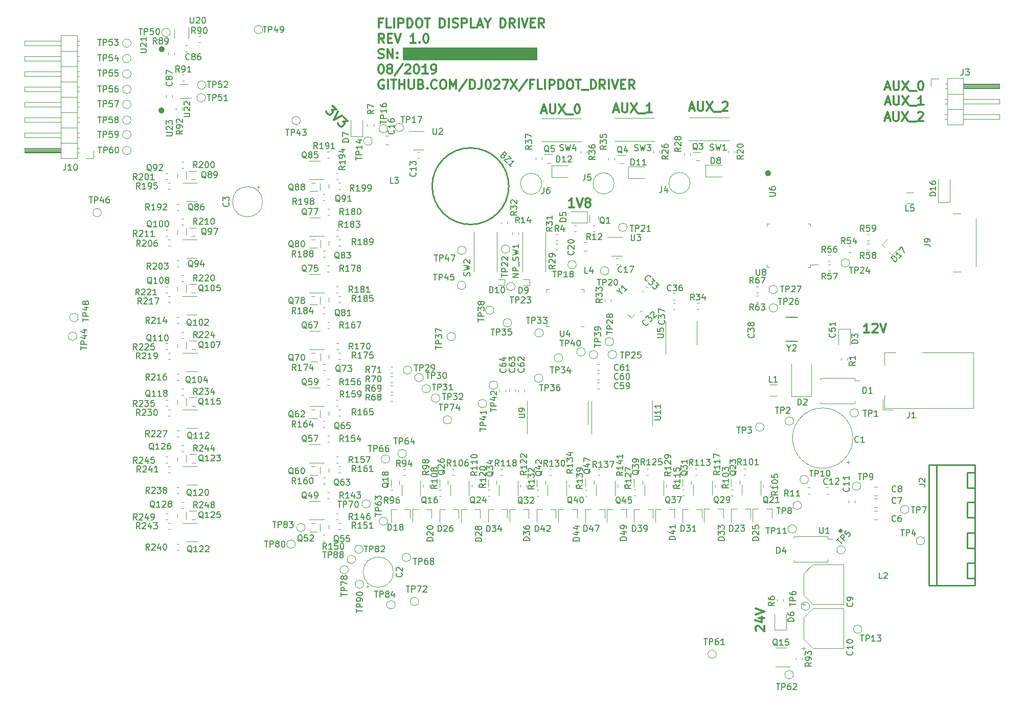
<source format=gbr>
G04 #@! TF.GenerationSoftware,KiCad,Pcbnew,5.1.4*
G04 #@! TF.CreationDate,2019-08-23T02:01:12-04:00*
G04 #@! TF.ProjectId,flipdot_driver,666c6970-646f-4745-9f64-72697665722e,rev?*
G04 #@! TF.SameCoordinates,Original*
G04 #@! TF.FileFunction,Legend,Top*
G04 #@! TF.FilePolarity,Positive*
%FSLAX46Y46*%
G04 Gerber Fmt 4.6, Leading zero omitted, Abs format (unit mm)*
G04 Created by KiCad (PCBNEW 5.1.4) date 2019-08-23 02:01:12*
%MOMM*%
%LPD*%
G04 APERTURE LIST*
%ADD10C,0.300000*%
%ADD11C,0.100000*%
%ADD12C,0.120000*%
%ADD13C,0.500000*%
%ADD14C,0.200000*%
%ADD15C,0.254000*%
%ADD16C,0.150000*%
G04 APERTURE END LIST*
D10*
X118772142Y-35132857D02*
X118272142Y-35132857D01*
X118272142Y-35918571D02*
X118272142Y-34418571D01*
X118986428Y-34418571D01*
X120272142Y-35918571D02*
X119557857Y-35918571D01*
X119557857Y-34418571D01*
X120772142Y-35918571D02*
X120772142Y-34418571D01*
X121486428Y-35918571D02*
X121486428Y-34418571D01*
X122057857Y-34418571D01*
X122200714Y-34490000D01*
X122272142Y-34561428D01*
X122343571Y-34704285D01*
X122343571Y-34918571D01*
X122272142Y-35061428D01*
X122200714Y-35132857D01*
X122057857Y-35204285D01*
X121486428Y-35204285D01*
X122986428Y-35918571D02*
X122986428Y-34418571D01*
X123343571Y-34418571D01*
X123557857Y-34490000D01*
X123700714Y-34632857D01*
X123772142Y-34775714D01*
X123843571Y-35061428D01*
X123843571Y-35275714D01*
X123772142Y-35561428D01*
X123700714Y-35704285D01*
X123557857Y-35847142D01*
X123343571Y-35918571D01*
X122986428Y-35918571D01*
X124772142Y-34418571D02*
X125057857Y-34418571D01*
X125200714Y-34490000D01*
X125343571Y-34632857D01*
X125415000Y-34918571D01*
X125415000Y-35418571D01*
X125343571Y-35704285D01*
X125200714Y-35847142D01*
X125057857Y-35918571D01*
X124772142Y-35918571D01*
X124629285Y-35847142D01*
X124486428Y-35704285D01*
X124415000Y-35418571D01*
X124415000Y-34918571D01*
X124486428Y-34632857D01*
X124629285Y-34490000D01*
X124772142Y-34418571D01*
X125843571Y-34418571D02*
X126700714Y-34418571D01*
X126272142Y-35918571D02*
X126272142Y-34418571D01*
X128343571Y-35918571D02*
X128343571Y-34418571D01*
X128700714Y-34418571D01*
X128915000Y-34490000D01*
X129057857Y-34632857D01*
X129129285Y-34775714D01*
X129200714Y-35061428D01*
X129200714Y-35275714D01*
X129129285Y-35561428D01*
X129057857Y-35704285D01*
X128915000Y-35847142D01*
X128700714Y-35918571D01*
X128343571Y-35918571D01*
X129843571Y-35918571D02*
X129843571Y-34418571D01*
X130486428Y-35847142D02*
X130700714Y-35918571D01*
X131057857Y-35918571D01*
X131200714Y-35847142D01*
X131272142Y-35775714D01*
X131343571Y-35632857D01*
X131343571Y-35490000D01*
X131272142Y-35347142D01*
X131200714Y-35275714D01*
X131057857Y-35204285D01*
X130772142Y-35132857D01*
X130629285Y-35061428D01*
X130557857Y-34990000D01*
X130486428Y-34847142D01*
X130486428Y-34704285D01*
X130557857Y-34561428D01*
X130629285Y-34490000D01*
X130772142Y-34418571D01*
X131129285Y-34418571D01*
X131343571Y-34490000D01*
X131986428Y-35918571D02*
X131986428Y-34418571D01*
X132557857Y-34418571D01*
X132700714Y-34490000D01*
X132772142Y-34561428D01*
X132843571Y-34704285D01*
X132843571Y-34918571D01*
X132772142Y-35061428D01*
X132700714Y-35132857D01*
X132557857Y-35204285D01*
X131986428Y-35204285D01*
X134200714Y-35918571D02*
X133486428Y-35918571D01*
X133486428Y-34418571D01*
X134629285Y-35490000D02*
X135343571Y-35490000D01*
X134486428Y-35918571D02*
X134986428Y-34418571D01*
X135486428Y-35918571D01*
X136272142Y-35204285D02*
X136272142Y-35918571D01*
X135772142Y-34418571D02*
X136272142Y-35204285D01*
X136772142Y-34418571D01*
X138415000Y-35918571D02*
X138415000Y-34418571D01*
X138772142Y-34418571D01*
X138986428Y-34490000D01*
X139129285Y-34632857D01*
X139200714Y-34775714D01*
X139272142Y-35061428D01*
X139272142Y-35275714D01*
X139200714Y-35561428D01*
X139129285Y-35704285D01*
X138986428Y-35847142D01*
X138772142Y-35918571D01*
X138415000Y-35918571D01*
X140772142Y-35918571D02*
X140272142Y-35204285D01*
X139915000Y-35918571D02*
X139915000Y-34418571D01*
X140486428Y-34418571D01*
X140629285Y-34490000D01*
X140700714Y-34561428D01*
X140772142Y-34704285D01*
X140772142Y-34918571D01*
X140700714Y-35061428D01*
X140629285Y-35132857D01*
X140486428Y-35204285D01*
X139915000Y-35204285D01*
X141415000Y-35918571D02*
X141415000Y-34418571D01*
X141915000Y-34418571D02*
X142415000Y-35918571D01*
X142915000Y-34418571D01*
X143415000Y-35132857D02*
X143915000Y-35132857D01*
X144129285Y-35918571D02*
X143415000Y-35918571D01*
X143415000Y-34418571D01*
X144129285Y-34418571D01*
X145629285Y-35918571D02*
X145129285Y-35204285D01*
X144772142Y-35918571D02*
X144772142Y-34418571D01*
X145343571Y-34418571D01*
X145486428Y-34490000D01*
X145557857Y-34561428D01*
X145629285Y-34704285D01*
X145629285Y-34918571D01*
X145557857Y-35061428D01*
X145486428Y-35132857D01*
X145343571Y-35204285D01*
X144772142Y-35204285D01*
X119129285Y-38468571D02*
X118629285Y-37754285D01*
X118272142Y-38468571D02*
X118272142Y-36968571D01*
X118843571Y-36968571D01*
X118986428Y-37040000D01*
X119057857Y-37111428D01*
X119129285Y-37254285D01*
X119129285Y-37468571D01*
X119057857Y-37611428D01*
X118986428Y-37682857D01*
X118843571Y-37754285D01*
X118272142Y-37754285D01*
X119772142Y-37682857D02*
X120272142Y-37682857D01*
X120486428Y-38468571D02*
X119772142Y-38468571D01*
X119772142Y-36968571D01*
X120486428Y-36968571D01*
X120915000Y-36968571D02*
X121415000Y-38468571D01*
X121915000Y-36968571D01*
X124343571Y-38468571D02*
X123486428Y-38468571D01*
X123915000Y-38468571D02*
X123915000Y-36968571D01*
X123772142Y-37182857D01*
X123629285Y-37325714D01*
X123486428Y-37397142D01*
X124986428Y-38325714D02*
X125057857Y-38397142D01*
X124986428Y-38468571D01*
X124915000Y-38397142D01*
X124986428Y-38325714D01*
X124986428Y-38468571D01*
X125986428Y-36968571D02*
X126129285Y-36968571D01*
X126272142Y-37040000D01*
X126343571Y-37111428D01*
X126415000Y-37254285D01*
X126486428Y-37540000D01*
X126486428Y-37897142D01*
X126415000Y-38182857D01*
X126343571Y-38325714D01*
X126272142Y-38397142D01*
X126129285Y-38468571D01*
X125986428Y-38468571D01*
X125843571Y-38397142D01*
X125772142Y-38325714D01*
X125700714Y-38182857D01*
X125629285Y-37897142D01*
X125629285Y-37540000D01*
X125700714Y-37254285D01*
X125772142Y-37111428D01*
X125843571Y-37040000D01*
X125986428Y-36968571D01*
X118200714Y-40947142D02*
X118415000Y-41018571D01*
X118772142Y-41018571D01*
X118915000Y-40947142D01*
X118986428Y-40875714D01*
X119057857Y-40732857D01*
X119057857Y-40590000D01*
X118986428Y-40447142D01*
X118915000Y-40375714D01*
X118772142Y-40304285D01*
X118486428Y-40232857D01*
X118343571Y-40161428D01*
X118272142Y-40090000D01*
X118200714Y-39947142D01*
X118200714Y-39804285D01*
X118272142Y-39661428D01*
X118343571Y-39590000D01*
X118486428Y-39518571D01*
X118843571Y-39518571D01*
X119057857Y-39590000D01*
X119700714Y-41018571D02*
X119700714Y-39518571D01*
X120557857Y-41018571D01*
X120557857Y-39518571D01*
X121272142Y-40875714D02*
X121343571Y-40947142D01*
X121272142Y-41018571D01*
X121200714Y-40947142D01*
X121272142Y-40875714D01*
X121272142Y-41018571D01*
X121272142Y-40090000D02*
X121343571Y-40161428D01*
X121272142Y-40232857D01*
X121200714Y-40161428D01*
X121272142Y-40090000D01*
X121272142Y-40232857D01*
X118557857Y-42068571D02*
X118700714Y-42068571D01*
X118843571Y-42140000D01*
X118915000Y-42211428D01*
X118986428Y-42354285D01*
X119057857Y-42640000D01*
X119057857Y-42997142D01*
X118986428Y-43282857D01*
X118915000Y-43425714D01*
X118843571Y-43497142D01*
X118700714Y-43568571D01*
X118557857Y-43568571D01*
X118415000Y-43497142D01*
X118343571Y-43425714D01*
X118272142Y-43282857D01*
X118200714Y-42997142D01*
X118200714Y-42640000D01*
X118272142Y-42354285D01*
X118343571Y-42211428D01*
X118415000Y-42140000D01*
X118557857Y-42068571D01*
X119915000Y-42711428D02*
X119772142Y-42640000D01*
X119700714Y-42568571D01*
X119629285Y-42425714D01*
X119629285Y-42354285D01*
X119700714Y-42211428D01*
X119772142Y-42140000D01*
X119915000Y-42068571D01*
X120200714Y-42068571D01*
X120343571Y-42140000D01*
X120415000Y-42211428D01*
X120486428Y-42354285D01*
X120486428Y-42425714D01*
X120415000Y-42568571D01*
X120343571Y-42640000D01*
X120200714Y-42711428D01*
X119915000Y-42711428D01*
X119772142Y-42782857D01*
X119700714Y-42854285D01*
X119629285Y-42997142D01*
X119629285Y-43282857D01*
X119700714Y-43425714D01*
X119772142Y-43497142D01*
X119915000Y-43568571D01*
X120200714Y-43568571D01*
X120343571Y-43497142D01*
X120415000Y-43425714D01*
X120486428Y-43282857D01*
X120486428Y-42997142D01*
X120415000Y-42854285D01*
X120343571Y-42782857D01*
X120200714Y-42711428D01*
X122200714Y-41997142D02*
X120915000Y-43925714D01*
X122629285Y-42211428D02*
X122700714Y-42140000D01*
X122843571Y-42068571D01*
X123200714Y-42068571D01*
X123343571Y-42140000D01*
X123415000Y-42211428D01*
X123486428Y-42354285D01*
X123486428Y-42497142D01*
X123415000Y-42711428D01*
X122557857Y-43568571D01*
X123486428Y-43568571D01*
X124415000Y-42068571D02*
X124557857Y-42068571D01*
X124700714Y-42140000D01*
X124772142Y-42211428D01*
X124843571Y-42354285D01*
X124915000Y-42640000D01*
X124915000Y-42997142D01*
X124843571Y-43282857D01*
X124772142Y-43425714D01*
X124700714Y-43497142D01*
X124557857Y-43568571D01*
X124415000Y-43568571D01*
X124272142Y-43497142D01*
X124200714Y-43425714D01*
X124129285Y-43282857D01*
X124057857Y-42997142D01*
X124057857Y-42640000D01*
X124129285Y-42354285D01*
X124200714Y-42211428D01*
X124272142Y-42140000D01*
X124415000Y-42068571D01*
X126343571Y-43568571D02*
X125486428Y-43568571D01*
X125915000Y-43568571D02*
X125915000Y-42068571D01*
X125772142Y-42282857D01*
X125629285Y-42425714D01*
X125486428Y-42497142D01*
X127057857Y-43568571D02*
X127343571Y-43568571D01*
X127486428Y-43497142D01*
X127557857Y-43425714D01*
X127700714Y-43211428D01*
X127772142Y-42925714D01*
X127772142Y-42354285D01*
X127700714Y-42211428D01*
X127629285Y-42140000D01*
X127486428Y-42068571D01*
X127200714Y-42068571D01*
X127057857Y-42140000D01*
X126986428Y-42211428D01*
X126915000Y-42354285D01*
X126915000Y-42711428D01*
X126986428Y-42854285D01*
X127057857Y-42925714D01*
X127200714Y-42997142D01*
X127486428Y-42997142D01*
X127629285Y-42925714D01*
X127700714Y-42854285D01*
X127772142Y-42711428D01*
X119057857Y-44690000D02*
X118915000Y-44618571D01*
X118700714Y-44618571D01*
X118486428Y-44690000D01*
X118343571Y-44832857D01*
X118272142Y-44975714D01*
X118200714Y-45261428D01*
X118200714Y-45475714D01*
X118272142Y-45761428D01*
X118343571Y-45904285D01*
X118486428Y-46047142D01*
X118700714Y-46118571D01*
X118843571Y-46118571D01*
X119057857Y-46047142D01*
X119129285Y-45975714D01*
X119129285Y-45475714D01*
X118843571Y-45475714D01*
X119772142Y-46118571D02*
X119772142Y-44618571D01*
X120272142Y-44618571D02*
X121129285Y-44618571D01*
X120700714Y-46118571D02*
X120700714Y-44618571D01*
X121629285Y-46118571D02*
X121629285Y-44618571D01*
X121629285Y-45332857D02*
X122486428Y-45332857D01*
X122486428Y-46118571D02*
X122486428Y-44618571D01*
X123200714Y-44618571D02*
X123200714Y-45832857D01*
X123272142Y-45975714D01*
X123343571Y-46047142D01*
X123486428Y-46118571D01*
X123772142Y-46118571D01*
X123915000Y-46047142D01*
X123986428Y-45975714D01*
X124057857Y-45832857D01*
X124057857Y-44618571D01*
X125272142Y-45332857D02*
X125486428Y-45404285D01*
X125557857Y-45475714D01*
X125629285Y-45618571D01*
X125629285Y-45832857D01*
X125557857Y-45975714D01*
X125486428Y-46047142D01*
X125343571Y-46118571D01*
X124772142Y-46118571D01*
X124772142Y-44618571D01*
X125272142Y-44618571D01*
X125415000Y-44690000D01*
X125486428Y-44761428D01*
X125557857Y-44904285D01*
X125557857Y-45047142D01*
X125486428Y-45190000D01*
X125415000Y-45261428D01*
X125272142Y-45332857D01*
X124772142Y-45332857D01*
X126272142Y-45975714D02*
X126343571Y-46047142D01*
X126272142Y-46118571D01*
X126200714Y-46047142D01*
X126272142Y-45975714D01*
X126272142Y-46118571D01*
X127843571Y-45975714D02*
X127772142Y-46047142D01*
X127557857Y-46118571D01*
X127415000Y-46118571D01*
X127200714Y-46047142D01*
X127057857Y-45904285D01*
X126986428Y-45761428D01*
X126915000Y-45475714D01*
X126915000Y-45261428D01*
X126986428Y-44975714D01*
X127057857Y-44832857D01*
X127200714Y-44690000D01*
X127415000Y-44618571D01*
X127557857Y-44618571D01*
X127772142Y-44690000D01*
X127843571Y-44761428D01*
X128772142Y-44618571D02*
X129057857Y-44618571D01*
X129200714Y-44690000D01*
X129343571Y-44832857D01*
X129415000Y-45118571D01*
X129415000Y-45618571D01*
X129343571Y-45904285D01*
X129200714Y-46047142D01*
X129057857Y-46118571D01*
X128772142Y-46118571D01*
X128629285Y-46047142D01*
X128486428Y-45904285D01*
X128415000Y-45618571D01*
X128415000Y-45118571D01*
X128486428Y-44832857D01*
X128629285Y-44690000D01*
X128772142Y-44618571D01*
X130057857Y-46118571D02*
X130057857Y-44618571D01*
X130557857Y-45690000D01*
X131057857Y-44618571D01*
X131057857Y-46118571D01*
X132843571Y-44547142D02*
X131557857Y-46475714D01*
X133343571Y-46118571D02*
X133343571Y-44618571D01*
X133700714Y-44618571D01*
X133915000Y-44690000D01*
X134057857Y-44832857D01*
X134129285Y-44975714D01*
X134200714Y-45261428D01*
X134200714Y-45475714D01*
X134129285Y-45761428D01*
X134057857Y-45904285D01*
X133915000Y-46047142D01*
X133700714Y-46118571D01*
X133343571Y-46118571D01*
X135272142Y-44618571D02*
X135272142Y-45690000D01*
X135200714Y-45904285D01*
X135057857Y-46047142D01*
X134843571Y-46118571D01*
X134700714Y-46118571D01*
X136272142Y-44618571D02*
X136415000Y-44618571D01*
X136557857Y-44690000D01*
X136629285Y-44761428D01*
X136700714Y-44904285D01*
X136772142Y-45190000D01*
X136772142Y-45547142D01*
X136700714Y-45832857D01*
X136629285Y-45975714D01*
X136557857Y-46047142D01*
X136415000Y-46118571D01*
X136272142Y-46118571D01*
X136129285Y-46047142D01*
X136057857Y-45975714D01*
X135986428Y-45832857D01*
X135915000Y-45547142D01*
X135915000Y-45190000D01*
X135986428Y-44904285D01*
X136057857Y-44761428D01*
X136129285Y-44690000D01*
X136272142Y-44618571D01*
X137343571Y-44761428D02*
X137415000Y-44690000D01*
X137557857Y-44618571D01*
X137915000Y-44618571D01*
X138057857Y-44690000D01*
X138129285Y-44761428D01*
X138200714Y-44904285D01*
X138200714Y-45047142D01*
X138129285Y-45261428D01*
X137272142Y-46118571D01*
X138200714Y-46118571D01*
X138700714Y-44618571D02*
X139700714Y-44618571D01*
X139057857Y-46118571D01*
X140129285Y-44618571D02*
X141129285Y-46118571D01*
X141129285Y-44618571D02*
X140129285Y-46118571D01*
X142772142Y-44547142D02*
X141486428Y-46475714D01*
X143772142Y-45332857D02*
X143272142Y-45332857D01*
X143272142Y-46118571D02*
X143272142Y-44618571D01*
X143986428Y-44618571D01*
X145272142Y-46118571D02*
X144557857Y-46118571D01*
X144557857Y-44618571D01*
X145772142Y-46118571D02*
X145772142Y-44618571D01*
X146486428Y-46118571D02*
X146486428Y-44618571D01*
X147057857Y-44618571D01*
X147200714Y-44690000D01*
X147272142Y-44761428D01*
X147343571Y-44904285D01*
X147343571Y-45118571D01*
X147272142Y-45261428D01*
X147200714Y-45332857D01*
X147057857Y-45404285D01*
X146486428Y-45404285D01*
X147986428Y-46118571D02*
X147986428Y-44618571D01*
X148343571Y-44618571D01*
X148557857Y-44690000D01*
X148700714Y-44832857D01*
X148772142Y-44975714D01*
X148843571Y-45261428D01*
X148843571Y-45475714D01*
X148772142Y-45761428D01*
X148700714Y-45904285D01*
X148557857Y-46047142D01*
X148343571Y-46118571D01*
X147986428Y-46118571D01*
X149772142Y-44618571D02*
X150057857Y-44618571D01*
X150200714Y-44690000D01*
X150343571Y-44832857D01*
X150415000Y-45118571D01*
X150415000Y-45618571D01*
X150343571Y-45904285D01*
X150200714Y-46047142D01*
X150057857Y-46118571D01*
X149772142Y-46118571D01*
X149629285Y-46047142D01*
X149486428Y-45904285D01*
X149415000Y-45618571D01*
X149415000Y-45118571D01*
X149486428Y-44832857D01*
X149629285Y-44690000D01*
X149772142Y-44618571D01*
X150843571Y-44618571D02*
X151700714Y-44618571D01*
X151272142Y-46118571D02*
X151272142Y-44618571D01*
X151843571Y-46261428D02*
X152986428Y-46261428D01*
X153343571Y-46118571D02*
X153343571Y-44618571D01*
X153700714Y-44618571D01*
X153915000Y-44690000D01*
X154057857Y-44832857D01*
X154129285Y-44975714D01*
X154200714Y-45261428D01*
X154200714Y-45475714D01*
X154129285Y-45761428D01*
X154057857Y-45904285D01*
X153915000Y-46047142D01*
X153700714Y-46118571D01*
X153343571Y-46118571D01*
X155700714Y-46118571D02*
X155200714Y-45404285D01*
X154843571Y-46118571D02*
X154843571Y-44618571D01*
X155415000Y-44618571D01*
X155557857Y-44690000D01*
X155629285Y-44761428D01*
X155700714Y-44904285D01*
X155700714Y-45118571D01*
X155629285Y-45261428D01*
X155557857Y-45332857D01*
X155415000Y-45404285D01*
X154843571Y-45404285D01*
X156343571Y-46118571D02*
X156343571Y-44618571D01*
X156843571Y-44618571D02*
X157343571Y-46118571D01*
X157843571Y-44618571D01*
X158343571Y-45332857D02*
X158843571Y-45332857D01*
X159057857Y-46118571D02*
X158343571Y-46118571D01*
X158343571Y-44618571D01*
X159057857Y-44618571D01*
X160557857Y-46118571D02*
X160057857Y-45404285D01*
X159700714Y-46118571D02*
X159700714Y-44618571D01*
X160272142Y-44618571D01*
X160415000Y-44690000D01*
X160486428Y-44761428D01*
X160557857Y-44904285D01*
X160557857Y-45118571D01*
X160486428Y-45261428D01*
X160415000Y-45332857D01*
X160272142Y-45404285D01*
X159700714Y-45404285D01*
D11*
G36*
X144420000Y-41240000D02*
G01*
X122190000Y-41240000D01*
X122190000Y-39240000D01*
X144420000Y-39240000D01*
X144420000Y-41240000D01*
G37*
X144420000Y-41240000D02*
X122190000Y-41240000D01*
X122190000Y-39240000D01*
X144420000Y-39240000D01*
X144420000Y-41240000D01*
D10*
X202107142Y-50970000D02*
X202821428Y-50970000D01*
X201964285Y-51398571D02*
X202464285Y-49898571D01*
X202964285Y-51398571D01*
X203464285Y-49898571D02*
X203464285Y-51112857D01*
X203535714Y-51255714D01*
X203607142Y-51327142D01*
X203750000Y-51398571D01*
X204035714Y-51398571D01*
X204178571Y-51327142D01*
X204250000Y-51255714D01*
X204321428Y-51112857D01*
X204321428Y-49898571D01*
X204892857Y-49898571D02*
X205892857Y-51398571D01*
X205892857Y-49898571D02*
X204892857Y-51398571D01*
X206107142Y-51541428D02*
X207250000Y-51541428D01*
X207535714Y-50041428D02*
X207607142Y-49970000D01*
X207750000Y-49898571D01*
X208107142Y-49898571D01*
X208250000Y-49970000D01*
X208321428Y-50041428D01*
X208392857Y-50184285D01*
X208392857Y-50327142D01*
X208321428Y-50541428D01*
X207464285Y-51398571D01*
X208392857Y-51398571D01*
X202177142Y-48320000D02*
X202891428Y-48320000D01*
X202034285Y-48748571D02*
X202534285Y-47248571D01*
X203034285Y-48748571D01*
X203534285Y-47248571D02*
X203534285Y-48462857D01*
X203605714Y-48605714D01*
X203677142Y-48677142D01*
X203820000Y-48748571D01*
X204105714Y-48748571D01*
X204248571Y-48677142D01*
X204320000Y-48605714D01*
X204391428Y-48462857D01*
X204391428Y-47248571D01*
X204962857Y-47248571D02*
X205962857Y-48748571D01*
X205962857Y-47248571D02*
X204962857Y-48748571D01*
X206177142Y-48891428D02*
X207320000Y-48891428D01*
X208462857Y-48748571D02*
X207605714Y-48748571D01*
X208034285Y-48748571D02*
X208034285Y-47248571D01*
X207891428Y-47462857D01*
X207748571Y-47605714D01*
X207605714Y-47677142D01*
X202147142Y-45880000D02*
X202861428Y-45880000D01*
X202004285Y-46308571D02*
X202504285Y-44808571D01*
X203004285Y-46308571D01*
X203504285Y-44808571D02*
X203504285Y-46022857D01*
X203575714Y-46165714D01*
X203647142Y-46237142D01*
X203790000Y-46308571D01*
X204075714Y-46308571D01*
X204218571Y-46237142D01*
X204290000Y-46165714D01*
X204361428Y-46022857D01*
X204361428Y-44808571D01*
X204932857Y-44808571D02*
X205932857Y-46308571D01*
X205932857Y-44808571D02*
X204932857Y-46308571D01*
X206147142Y-46451428D02*
X207290000Y-46451428D01*
X207932857Y-44808571D02*
X208075714Y-44808571D01*
X208218571Y-44880000D01*
X208290000Y-44951428D01*
X208361428Y-45094285D01*
X208432857Y-45380000D01*
X208432857Y-45737142D01*
X208361428Y-46022857D01*
X208290000Y-46165714D01*
X208218571Y-46237142D01*
X208075714Y-46308571D01*
X207932857Y-46308571D01*
X207790000Y-46237142D01*
X207718571Y-46165714D01*
X207647142Y-46022857D01*
X207575714Y-45737142D01*
X207575714Y-45380000D01*
X207647142Y-45094285D01*
X207718571Y-44951428D01*
X207790000Y-44880000D01*
X207932857Y-44808571D01*
X169747142Y-49310000D02*
X170461428Y-49310000D01*
X169604285Y-49738571D02*
X170104285Y-48238571D01*
X170604285Y-49738571D01*
X171104285Y-48238571D02*
X171104285Y-49452857D01*
X171175714Y-49595714D01*
X171247142Y-49667142D01*
X171390000Y-49738571D01*
X171675714Y-49738571D01*
X171818571Y-49667142D01*
X171890000Y-49595714D01*
X171961428Y-49452857D01*
X171961428Y-48238571D01*
X172532857Y-48238571D02*
X173532857Y-49738571D01*
X173532857Y-48238571D02*
X172532857Y-49738571D01*
X173747142Y-49881428D02*
X174890000Y-49881428D01*
X175175714Y-48381428D02*
X175247142Y-48310000D01*
X175390000Y-48238571D01*
X175747142Y-48238571D01*
X175890000Y-48310000D01*
X175961428Y-48381428D01*
X176032857Y-48524285D01*
X176032857Y-48667142D01*
X175961428Y-48881428D01*
X175104285Y-49738571D01*
X176032857Y-49738571D01*
X145247142Y-49740000D02*
X145961428Y-49740000D01*
X145104285Y-50168571D02*
X145604285Y-48668571D01*
X146104285Y-50168571D01*
X146604285Y-48668571D02*
X146604285Y-49882857D01*
X146675714Y-50025714D01*
X146747142Y-50097142D01*
X146890000Y-50168571D01*
X147175714Y-50168571D01*
X147318571Y-50097142D01*
X147390000Y-50025714D01*
X147461428Y-49882857D01*
X147461428Y-48668571D01*
X148032857Y-48668571D02*
X149032857Y-50168571D01*
X149032857Y-48668571D02*
X148032857Y-50168571D01*
X149247142Y-50311428D02*
X150390000Y-50311428D01*
X151032857Y-48668571D02*
X151175714Y-48668571D01*
X151318571Y-48740000D01*
X151390000Y-48811428D01*
X151461428Y-48954285D01*
X151532857Y-49240000D01*
X151532857Y-49597142D01*
X151461428Y-49882857D01*
X151390000Y-50025714D01*
X151318571Y-50097142D01*
X151175714Y-50168571D01*
X151032857Y-50168571D01*
X150890000Y-50097142D01*
X150818571Y-50025714D01*
X150747142Y-49882857D01*
X150675714Y-49597142D01*
X150675714Y-49240000D01*
X150747142Y-48954285D01*
X150818571Y-48811428D01*
X150890000Y-48740000D01*
X151032857Y-48668571D01*
X157207142Y-49560000D02*
X157921428Y-49560000D01*
X157064285Y-49988571D02*
X157564285Y-48488571D01*
X158064285Y-49988571D01*
X158564285Y-48488571D02*
X158564285Y-49702857D01*
X158635714Y-49845714D01*
X158707142Y-49917142D01*
X158850000Y-49988571D01*
X159135714Y-49988571D01*
X159278571Y-49917142D01*
X159350000Y-49845714D01*
X159421428Y-49702857D01*
X159421428Y-48488571D01*
X159992857Y-48488571D02*
X160992857Y-49988571D01*
X160992857Y-48488571D02*
X159992857Y-49988571D01*
X161207142Y-50131428D02*
X162350000Y-50131428D01*
X163492857Y-49988571D02*
X162635714Y-49988571D01*
X163064285Y-49988571D02*
X163064285Y-48488571D01*
X162921428Y-48702857D01*
X162778571Y-48845714D01*
X162635714Y-48917142D01*
X180771428Y-135935714D02*
X180700000Y-135864285D01*
X180628571Y-135721428D01*
X180628571Y-135364285D01*
X180700000Y-135221428D01*
X180771428Y-135150000D01*
X180914285Y-135078571D01*
X181057142Y-135078571D01*
X181271428Y-135150000D01*
X182128571Y-136007142D01*
X182128571Y-135078571D01*
X181128571Y-133792857D02*
X182128571Y-133792857D01*
X180557142Y-134150000D02*
X181628571Y-134507142D01*
X181628571Y-133578571D01*
X180628571Y-133221428D02*
X182128571Y-132721428D01*
X180628571Y-132221428D01*
X110522492Y-48861110D02*
X111179091Y-49517710D01*
X110421477Y-49568217D01*
X110573000Y-49719740D01*
X110623507Y-49871263D01*
X110623507Y-49972278D01*
X110573000Y-50123801D01*
X110320461Y-50376339D01*
X110168939Y-50426847D01*
X110067923Y-50426847D01*
X109916400Y-50376339D01*
X109613355Y-50073294D01*
X109562847Y-49921771D01*
X109562847Y-49820755D01*
X111482137Y-49820755D02*
X110775030Y-51234969D01*
X112189244Y-50527862D01*
X112441782Y-50780400D02*
X113098381Y-51436999D01*
X112340766Y-51487507D01*
X112492289Y-51639030D01*
X112542797Y-51790553D01*
X112542797Y-51891568D01*
X112492289Y-52043091D01*
X112239751Y-52295629D01*
X112088228Y-52346137D01*
X111987213Y-52346137D01*
X111835690Y-52295629D01*
X111532644Y-51992583D01*
X111482137Y-51841060D01*
X111482137Y-51740045D01*
X150571428Y-65728571D02*
X149714285Y-65728571D01*
X150142857Y-65728571D02*
X150142857Y-64228571D01*
X150000000Y-64442857D01*
X149857142Y-64585714D01*
X149714285Y-64657142D01*
X151000000Y-64228571D02*
X151500000Y-65728571D01*
X152000000Y-64228571D01*
X152714285Y-64871428D02*
X152571428Y-64800000D01*
X152500000Y-64728571D01*
X152428571Y-64585714D01*
X152428571Y-64514285D01*
X152500000Y-64371428D01*
X152571428Y-64300000D01*
X152714285Y-64228571D01*
X153000000Y-64228571D01*
X153142857Y-64300000D01*
X153214285Y-64371428D01*
X153285714Y-64514285D01*
X153285714Y-64585714D01*
X153214285Y-64728571D01*
X153142857Y-64800000D01*
X153000000Y-64871428D01*
X152714285Y-64871428D01*
X152571428Y-64942857D01*
X152500000Y-65014285D01*
X152428571Y-65157142D01*
X152428571Y-65442857D01*
X152500000Y-65585714D01*
X152571428Y-65657142D01*
X152714285Y-65728571D01*
X153000000Y-65728571D01*
X153142857Y-65657142D01*
X153214285Y-65585714D01*
X153285714Y-65442857D01*
X153285714Y-65157142D01*
X153214285Y-65014285D01*
X153142857Y-64942857D01*
X153000000Y-64871428D01*
X199421428Y-86518571D02*
X198564285Y-86518571D01*
X198992857Y-86518571D02*
X198992857Y-85018571D01*
X198850000Y-85232857D01*
X198707142Y-85375714D01*
X198564285Y-85447142D01*
X199992857Y-85161428D02*
X200064285Y-85090000D01*
X200207142Y-85018571D01*
X200564285Y-85018571D01*
X200707142Y-85090000D01*
X200778571Y-85161428D01*
X200850000Y-85304285D01*
X200850000Y-85447142D01*
X200778571Y-85661428D01*
X199921428Y-86518571D01*
X200850000Y-86518571D01*
X201278571Y-85018571D02*
X201778571Y-86518571D01*
X202278571Y-85018571D01*
D11*
X137800000Y-76440000D02*
X137800000Y-69840000D01*
X134000000Y-69840000D02*
X134000000Y-76440000D01*
D12*
X140230000Y-84870000D02*
G75*
G03X140230000Y-84870000I-700000J0D01*
G01*
X139920000Y-72650000D02*
G75*
G03X139920000Y-72650000I-700000J0D01*
G01*
D11*
X213293380Y-76380720D02*
X214593380Y-76380720D01*
X213293380Y-66780720D02*
X214593380Y-66780720D01*
X217153380Y-75580720D02*
X217153380Y-67580720D01*
D12*
X145500000Y-86550000D02*
G75*
G03X145500000Y-86550000I-700000J0D01*
G01*
X125600000Y-93950000D02*
G75*
G03X125600000Y-93950000I-700000J0D01*
G01*
X208650000Y-121000000D02*
G75*
G03X208650000Y-121000000I-700000J0D01*
G01*
X124850000Y-131050000D02*
G75*
G03X124850000Y-131050000I-700000J0D01*
G01*
X116850000Y-114900000D02*
G75*
G03X116850000Y-114900000I-700000J0D01*
G01*
X123500000Y-123750000D02*
G75*
G03X123500000Y-123750000I-700000J0D01*
G01*
X120050000Y-107450000D02*
G75*
G03X120050000Y-107450000I-700000J0D01*
G01*
X122800000Y-106550000D02*
G75*
G03X122800000Y-106550000I-700000J0D01*
G01*
X119700000Y-117750000D02*
G75*
G03X119700000Y-117750000I-700000J0D01*
G01*
X77210000Y-56320000D02*
G75*
G03X77210000Y-56320000I-700000J0D01*
G01*
X77210000Y-53670000D02*
G75*
G03X77210000Y-53670000I-700000J0D01*
G01*
X77210000Y-51270000D02*
G75*
G03X77210000Y-51270000I-700000J0D01*
G01*
X77210000Y-48670000D02*
G75*
G03X77210000Y-48670000I-700000J0D01*
G01*
X77210000Y-46170000D02*
G75*
G03X77210000Y-46170000I-700000J0D01*
G01*
X77210000Y-43620000D02*
G75*
G03X77210000Y-43620000I-700000J0D01*
G01*
X77210000Y-41070000D02*
G75*
G03X77210000Y-41070000I-700000J0D01*
G01*
X77210000Y-38520000D02*
G75*
G03X77210000Y-38520000I-700000J0D01*
G01*
X89610000Y-45470000D02*
G75*
G03X89610000Y-45470000I-700000J0D01*
G01*
X89510000Y-47570000D02*
G75*
G03X89510000Y-47570000I-700000J0D01*
G01*
X83710000Y-36740000D02*
G75*
G03X83710000Y-36740000I-700000J0D01*
G01*
X99020000Y-36290000D02*
G75*
G03X99020000Y-36290000I-700000J0D01*
G01*
X197680000Y-99800000D02*
G75*
G03X197680000Y-99800000I-700000J0D01*
G01*
X186930000Y-101150000D02*
G75*
G03X186930000Y-101150000I-700000J0D01*
G01*
X182030000Y-102150000D02*
G75*
G03X182030000Y-102150000I-700000J0D01*
G01*
X123700000Y-92700000D02*
G75*
G03X123700000Y-92700000I-700000J0D01*
G01*
X126800000Y-95800000D02*
G75*
G03X126800000Y-95800000I-700000J0D01*
G01*
X128350000Y-97350000D02*
G75*
G03X128350000Y-97350000I-700000J0D01*
G01*
X174150000Y-139800000D02*
G75*
G03X174150000Y-139800000I-700000J0D01*
G01*
X195500000Y-122500000D02*
G75*
G03X195500000Y-122500000I-700000J0D01*
G01*
X189600000Y-131850000D02*
G75*
G03X189600000Y-131850000I-700000J0D01*
G01*
X188250000Y-115150000D02*
G75*
G03X188250000Y-115150000I-700000J0D01*
G01*
X198050000Y-111950000D02*
G75*
G03X198050000Y-111950000I-700000J0D01*
G01*
X189400000Y-110850000D02*
G75*
G03X189400000Y-110850000I-700000J0D01*
G01*
X187410000Y-119040000D02*
G75*
G03X187410000Y-119040000I-700000J0D01*
G01*
X198250000Y-135650000D02*
G75*
G03X198250000Y-135650000I-700000J0D01*
G01*
X119700000Y-52700000D02*
G75*
G03X119700000Y-52700000I-700000J0D01*
G01*
X122350000Y-52500000D02*
G75*
G03X122350000Y-52500000I-700000J0D01*
G01*
X150950000Y-75250000D02*
G75*
G03X150950000Y-75250000I-700000J0D01*
G01*
X159350000Y-69050000D02*
G75*
G03X159350000Y-69050000I-700000J0D01*
G01*
X140800000Y-78860000D02*
G75*
G03X140800000Y-78860000I-700000J0D01*
G01*
X196200000Y-74950000D02*
G75*
G03X196200000Y-74950000I-700000J0D01*
G01*
X184300000Y-82400000D02*
G75*
G03X184300000Y-82400000I-700000J0D01*
G01*
X184250000Y-79350000D02*
G75*
G03X184250000Y-79350000I-700000J0D01*
G01*
X157130000Y-88000000D02*
G75*
G03X157130000Y-88000000I-700000J0D01*
G01*
X148680000Y-90690000D02*
G75*
G03X148680000Y-90690000I-700000J0D01*
G01*
X145400000Y-94050000D02*
G75*
G03X145400000Y-94050000I-700000J0D01*
G01*
X130950000Y-87150000D02*
G75*
G03X130950000Y-87150000I-700000J0D01*
G01*
X137300000Y-82800000D02*
G75*
G03X137300000Y-82800000I-700000J0D01*
G01*
X154500000Y-90150000D02*
G75*
G03X154500000Y-90150000I-700000J0D01*
G01*
X152420000Y-89690000D02*
G75*
G03X152420000Y-89690000I-700000J0D01*
G01*
X136100000Y-98250000D02*
G75*
G03X136100000Y-98250000I-700000J0D01*
G01*
X137950000Y-95200000D02*
G75*
G03X137950000Y-95200000I-700000J0D01*
G01*
X105250000Y-51350000D02*
G75*
G03X105250000Y-51350000I-700000J0D01*
G01*
X68230000Y-87090000D02*
G75*
G03X68230000Y-87090000I-700000J0D01*
G01*
X132650000Y-78650000D02*
G75*
G03X132650000Y-78650000I-700000J0D01*
G01*
X72300000Y-66600000D02*
G75*
G03X72300000Y-66600000I-700000J0D01*
G01*
X132700000Y-72850000D02*
G75*
G03X132700000Y-72850000I-700000J0D01*
G01*
X68450000Y-84010000D02*
G75*
G03X68450000Y-84010000I-700000J0D01*
G01*
X113200000Y-125800000D02*
G75*
G03X113200000Y-125800000I-700000J0D01*
G01*
X104400000Y-121550000D02*
G75*
G03X104400000Y-121550000I-700000J0D01*
G01*
X115650000Y-122400000D02*
G75*
G03X115650000Y-122400000I-700000J0D01*
G01*
X106050000Y-118800000D02*
G75*
G03X106050000Y-118800000I-700000J0D01*
G01*
X120950000Y-131600000D02*
G75*
G03X120950000Y-131600000I-700000J0D01*
G01*
X114400000Y-124100000D02*
G75*
G03X114400000Y-124100000I-700000J0D01*
G01*
X115750000Y-128200000D02*
G75*
G03X115750000Y-128200000I-700000J0D01*
G01*
X157630000Y-90140000D02*
G75*
G03X157630000Y-90140000I-700000J0D01*
G01*
X117150000Y-54750000D02*
G75*
G03X117150000Y-54750000I-700000J0D01*
G01*
X156350000Y-76250000D02*
G75*
G03X156350000Y-76250000I-700000J0D01*
G01*
X206050000Y-115800000D02*
G75*
G03X206050000Y-115800000I-700000J0D01*
G01*
X186900000Y-143200000D02*
G75*
G03X186900000Y-143200000I-700000J0D01*
G01*
X189705720Y-75191120D02*
X190995720Y-75191120D01*
X189705720Y-75641120D02*
X189705720Y-75191120D01*
X189255720Y-75641120D02*
X189705720Y-75641120D01*
X182485720Y-75641120D02*
X182485720Y-75191120D01*
X182935720Y-75641120D02*
X182485720Y-75641120D01*
X189705720Y-68421120D02*
X189705720Y-68871120D01*
X189255720Y-68421120D02*
X189705720Y-68421120D01*
X182485720Y-68421120D02*
X182485720Y-68871120D01*
X182935720Y-68421120D02*
X182485720Y-68421120D01*
X202588889Y-70943404D02*
X201591868Y-71940424D01*
X203232356Y-73580912D02*
X204667783Y-72145485D01*
X203232356Y-73580912D02*
X202765665Y-73114221D01*
X202058559Y-72407115D02*
X201591868Y-71940424D01*
X193012779Y-75240000D02*
X192687221Y-75240000D01*
X193012779Y-76260000D02*
X192687221Y-76260000D01*
X192687221Y-74660000D02*
X193012779Y-74660000D01*
X192687221Y-73640000D02*
X193012779Y-73640000D01*
X196362779Y-72190000D02*
X196037221Y-72190000D01*
X196362779Y-73210000D02*
X196037221Y-73210000D01*
X138470000Y-68492779D02*
X138470000Y-68167221D01*
X139490000Y-68492779D02*
X139490000Y-68167221D01*
X147882779Y-71240000D02*
X147557221Y-71240000D01*
X147882779Y-70220000D02*
X147557221Y-70220000D01*
X147872779Y-72790000D02*
X147547221Y-72790000D01*
X147872779Y-71770000D02*
X147547221Y-71770000D01*
D11*
X137950000Y-77650000D02*
X139050000Y-77650000D01*
X139050000Y-77650000D02*
X139050000Y-78650000D01*
X139050000Y-78650000D02*
X137950000Y-78650000D01*
X142150000Y-77700000D02*
X143250000Y-77700000D01*
X143250000Y-77700000D02*
X143250000Y-78700000D01*
X143250000Y-78700000D02*
X142150000Y-78700000D01*
D12*
X83050000Y-47107221D02*
X83050000Y-47432779D01*
X84070000Y-47107221D02*
X84070000Y-47432779D01*
X84600000Y-49257221D02*
X84600000Y-49582779D01*
X85620000Y-49257221D02*
X85620000Y-49582779D01*
X85697221Y-44780000D02*
X86022779Y-44780000D01*
X85697221Y-43760000D02*
X86022779Y-43760000D01*
X86660000Y-45310000D02*
X85260000Y-45310000D01*
X85260000Y-47630000D02*
X87160000Y-47630000D01*
D13*
X82492000Y-49676000D02*
G75*
G03X82492000Y-49676000I-254000J0D01*
G01*
X82542000Y-39526000D02*
G75*
G03X82542000Y-39526000I-254000J0D01*
G01*
D12*
X84400000Y-36320000D02*
X84400000Y-37720000D01*
X86720000Y-37720000D02*
X86720000Y-35820000D01*
X88347221Y-38380000D02*
X88672779Y-38380000D01*
X88347221Y-37360000D02*
X88672779Y-37360000D01*
X83350000Y-40117221D02*
X83350000Y-40442779D01*
X84370000Y-40117221D02*
X84370000Y-40442779D01*
X153687221Y-68690000D02*
X154012779Y-68690000D01*
X153687221Y-69710000D02*
X154012779Y-69710000D01*
X117360000Y-52312779D02*
X117360000Y-51987221D01*
X116340000Y-52312779D02*
X116340000Y-51987221D01*
X184240000Y-130699721D02*
X184240000Y-131025279D01*
X185260000Y-130699721D02*
X185260000Y-131025279D01*
X150912779Y-69710000D02*
X150587221Y-69710000D01*
X150912779Y-68690000D02*
X150587221Y-68690000D01*
X153150000Y-67000000D02*
X153150000Y-68200000D01*
X153150000Y-68200000D02*
X153150000Y-68200000D01*
X154550000Y-67200000D02*
X154550000Y-67800000D01*
X70980000Y-57590000D02*
X69710000Y-57590000D01*
X70980000Y-56320000D02*
X70980000Y-57590000D01*
X68667071Y-38160000D02*
X68270000Y-38160000D01*
X68667071Y-38920000D02*
X68270000Y-38920000D01*
X59610000Y-38160000D02*
X65610000Y-38160000D01*
X59610000Y-38920000D02*
X59610000Y-38160000D01*
X65610000Y-38920000D02*
X59610000Y-38920000D01*
X68270000Y-39810000D02*
X65610000Y-39810000D01*
X68667071Y-40700000D02*
X68270000Y-40700000D01*
X68667071Y-41460000D02*
X68270000Y-41460000D01*
X59610000Y-40700000D02*
X65610000Y-40700000D01*
X59610000Y-41460000D02*
X59610000Y-40700000D01*
X65610000Y-41460000D02*
X59610000Y-41460000D01*
X68270000Y-42350000D02*
X65610000Y-42350000D01*
X68667071Y-43240000D02*
X68270000Y-43240000D01*
X68667071Y-44000000D02*
X68270000Y-44000000D01*
X59610000Y-43240000D02*
X65610000Y-43240000D01*
X59610000Y-44000000D02*
X59610000Y-43240000D01*
X65610000Y-44000000D02*
X59610000Y-44000000D01*
X68270000Y-44890000D02*
X65610000Y-44890000D01*
X68667071Y-45780000D02*
X68270000Y-45780000D01*
X68667071Y-46540000D02*
X68270000Y-46540000D01*
X59610000Y-45780000D02*
X65610000Y-45780000D01*
X59610000Y-46540000D02*
X59610000Y-45780000D01*
X65610000Y-46540000D02*
X59610000Y-46540000D01*
X68270000Y-47430000D02*
X65610000Y-47430000D01*
X68667071Y-48320000D02*
X68270000Y-48320000D01*
X68667071Y-49080000D02*
X68270000Y-49080000D01*
X59610000Y-48320000D02*
X65610000Y-48320000D01*
X59610000Y-49080000D02*
X59610000Y-48320000D01*
X65610000Y-49080000D02*
X59610000Y-49080000D01*
X68270000Y-49970000D02*
X65610000Y-49970000D01*
X68667071Y-50860000D02*
X68270000Y-50860000D01*
X68667071Y-51620000D02*
X68270000Y-51620000D01*
X59610000Y-50860000D02*
X65610000Y-50860000D01*
X59610000Y-51620000D02*
X59610000Y-50860000D01*
X65610000Y-51620000D02*
X59610000Y-51620000D01*
X68270000Y-52510000D02*
X65610000Y-52510000D01*
X68667071Y-53400000D02*
X68270000Y-53400000D01*
X68667071Y-54160000D02*
X68270000Y-54160000D01*
X59610000Y-53400000D02*
X65610000Y-53400000D01*
X59610000Y-54160000D02*
X59610000Y-53400000D01*
X65610000Y-54160000D02*
X59610000Y-54160000D01*
X68270000Y-55050000D02*
X65610000Y-55050000D01*
X68600000Y-55940000D02*
X68270000Y-55940000D01*
X68600000Y-56700000D02*
X68270000Y-56700000D01*
X65610000Y-56040000D02*
X59610000Y-56040000D01*
X65610000Y-56160000D02*
X59610000Y-56160000D01*
X65610000Y-56280000D02*
X59610000Y-56280000D01*
X65610000Y-56400000D02*
X59610000Y-56400000D01*
X65610000Y-56520000D02*
X59610000Y-56520000D01*
X65610000Y-56640000D02*
X59610000Y-56640000D01*
X59610000Y-55940000D02*
X65610000Y-55940000D01*
X59610000Y-56700000D02*
X59610000Y-55940000D01*
X65610000Y-56700000D02*
X59610000Y-56700000D01*
X65610000Y-57650000D02*
X68270000Y-57650000D01*
X65610000Y-37210000D02*
X65610000Y-57650000D01*
X68270000Y-37210000D02*
X65610000Y-37210000D01*
X68270000Y-57650000D02*
X68270000Y-37210000D01*
X115530000Y-53985000D02*
X115530000Y-51300000D01*
X113610000Y-53985000D02*
X115530000Y-53985000D01*
X113610000Y-51300000D02*
X113610000Y-53985000D01*
X185710000Y-135785000D02*
X185710000Y-133100000D01*
X183790000Y-135785000D02*
X185710000Y-135785000D01*
X183790000Y-133100000D02*
X183790000Y-135785000D01*
X150100000Y-68310000D02*
X152785000Y-68310000D01*
X152785000Y-68310000D02*
X152785000Y-66390000D01*
X152785000Y-66390000D02*
X150100000Y-66390000D01*
X86197221Y-39930000D02*
X86522779Y-39930000D01*
X86197221Y-38910000D02*
X86522779Y-38910000D01*
X200291422Y-113460000D02*
X200808578Y-113460000D01*
X200291422Y-112040000D02*
X200808578Y-112040000D01*
X200291422Y-115460000D02*
X200808578Y-115460000D01*
X200291422Y-114040000D02*
X200808578Y-114040000D01*
X200291422Y-117460000D02*
X200808578Y-117460000D01*
X200291422Y-116040000D02*
X200808578Y-116040000D01*
X188360000Y-140712779D02*
X188360000Y-140387221D01*
X187340000Y-140712779D02*
X187340000Y-140387221D01*
X120187221Y-92190000D02*
X120512779Y-92190000D01*
X120187221Y-93210000D02*
X120512779Y-93210000D01*
X120187221Y-93740000D02*
X120512779Y-93740000D01*
X120187221Y-94760000D02*
X120512779Y-94760000D01*
X120187221Y-95290000D02*
X120512779Y-95290000D01*
X120187221Y-96310000D02*
X120512779Y-96310000D01*
X120187221Y-96840000D02*
X120512779Y-96840000D01*
X120187221Y-97860000D02*
X120512779Y-97860000D01*
X195830000Y-91072779D02*
X195830000Y-90747221D01*
X194810000Y-91072779D02*
X194810000Y-90747221D01*
X183970000Y-141835000D02*
X186400000Y-141835000D01*
X185730000Y-138765000D02*
X183970000Y-138765000D01*
X194360000Y-85875000D02*
X194360000Y-88560000D01*
X196280000Y-85875000D02*
X194360000Y-85875000D01*
X196280000Y-88560000D02*
X196280000Y-85875000D01*
D11*
X98300000Y-62200000D02*
X98300000Y-62600000D01*
X98500000Y-62400000D02*
X98100000Y-62400000D01*
X99000000Y-64800000D02*
G75*
G03X99000000Y-64800000I-2500000J0D01*
G01*
X116350000Y-128800000D02*
X116350000Y-128400000D01*
X116150000Y-128600000D02*
X116550000Y-128600000D01*
X120650000Y-126200000D02*
G75*
G03X120650000Y-126200000I-2500000J0D01*
G01*
X195950000Y-107690000D02*
X195950000Y-108290000D01*
X196250000Y-107990000D02*
X195650000Y-107990000D01*
X196750000Y-103990000D02*
G75*
G03X196750000Y-103990000I-5000000J0D01*
G01*
D12*
X119317322Y-55333540D02*
X119834478Y-55333540D01*
X119317322Y-53913540D02*
X119834478Y-53913540D01*
X124970839Y-56592580D02*
X124645281Y-56592580D01*
X124970839Y-57612580D02*
X124645281Y-57612580D01*
X125662660Y-53100840D02*
X123232660Y-53100840D01*
X123902660Y-56170840D02*
X125662660Y-56170840D01*
X156779660Y-73750520D02*
X158539660Y-73750520D01*
X158539660Y-70680520D02*
X156109660Y-70680520D01*
X157847839Y-75192260D02*
X157522281Y-75192260D01*
X157847839Y-74172260D02*
X157522281Y-74172260D01*
X152194322Y-71493220D02*
X152711478Y-71493220D01*
X152194322Y-72913220D02*
X152711478Y-72913220D01*
X170938221Y-81570800D02*
X171263779Y-81570800D01*
X170938221Y-82590800D02*
X171263779Y-82590800D01*
D14*
X185606260Y-83947780D02*
X187606260Y-83947780D01*
X187606260Y-87947780D02*
X185606260Y-87947780D01*
D11*
X159404655Y-83417768D02*
X160041051Y-84054164D01*
X160041051Y-84054164D02*
X160606737Y-83488478D01*
X160606737Y-83488478D02*
X160677447Y-83417768D01*
D12*
X170907640Y-86566440D02*
X170907640Y-84616440D01*
X170907640Y-86566440D02*
X170907640Y-88516440D01*
X165787640Y-86566440D02*
X165787640Y-84616440D01*
X165787640Y-86566440D02*
X165787640Y-90016440D01*
X146534920Y-85490740D02*
X145984920Y-85490740D01*
X145984920Y-85490740D02*
X145984920Y-84940740D01*
X151654920Y-79270740D02*
X152204920Y-79270740D01*
X152204920Y-79270740D02*
X152204920Y-79820740D01*
X146534920Y-79270740D02*
X145984920Y-79270740D01*
X145984920Y-79270740D02*
X145984920Y-79820740D01*
X151654920Y-85490740D02*
X152204920Y-85490740D01*
D13*
X194810180Y-119347180D02*
G75*
G03X194810180Y-119347180I-100000J0D01*
G01*
D12*
X181084019Y-78846360D02*
X180758461Y-78846360D01*
X181084019Y-79866360D02*
X180758461Y-79866360D01*
X181081479Y-80367820D02*
X180755921Y-80367820D01*
X181081479Y-81387820D02*
X180755921Y-81387820D01*
X199428399Y-70266360D02*
X199102841Y-70266360D01*
X199428399Y-71286360D02*
X199102841Y-71286360D01*
X199420779Y-71785280D02*
X199095221Y-71785280D01*
X199420779Y-72805280D02*
X199095221Y-72805280D01*
X156714380Y-81021621D02*
X156714380Y-81347179D01*
X155694380Y-81021621D02*
X155694380Y-81347179D01*
X189316621Y-113205320D02*
X189642179Y-113205320D01*
X189316621Y-112185320D02*
X189642179Y-112185320D01*
X205627216Y-65096780D02*
X206831344Y-65096780D01*
X205627216Y-63276780D02*
X206831344Y-63276780D01*
X182977936Y-96960000D02*
X184182064Y-96960000D01*
X182977936Y-95140000D02*
X184182064Y-95140000D01*
D15*
X216940000Y-109660000D02*
X215670000Y-109660000D01*
X215670000Y-109660000D02*
X215670000Y-112200000D01*
X215670000Y-112200000D02*
X216940000Y-112200000D01*
X216940000Y-124660000D02*
X215670000Y-124660000D01*
X215670000Y-124660000D02*
X215670000Y-127200000D01*
X215670000Y-127200000D02*
X216940000Y-127200000D01*
X216940000Y-128390000D02*
X216940000Y-108390000D01*
X216940000Y-108390000D02*
X209320000Y-108390000D01*
X209320000Y-108390000D02*
X209320000Y-128390000D01*
X209320000Y-128390000D02*
X216940000Y-128390000D01*
X210590000Y-108390000D02*
X210590000Y-128390000D01*
X216940000Y-114580000D02*
X215670000Y-114580000D01*
X215670000Y-114580000D02*
X215670000Y-117120000D01*
X215670000Y-117120000D02*
X216940000Y-117120000D01*
X216940000Y-119660000D02*
X215670000Y-119660000D01*
X215670000Y-119660000D02*
X215670000Y-122200000D01*
X215670000Y-122200000D02*
X216940000Y-122200000D01*
D12*
X202010000Y-99000000D02*
X202010000Y-96900000D01*
X201710000Y-99300000D02*
X203310000Y-99300000D01*
X201710000Y-97600000D02*
X201710000Y-99300000D01*
X202010000Y-89800000D02*
X203810000Y-89800000D01*
X202010000Y-91900000D02*
X202010000Y-89800000D01*
X216710000Y-99000000D02*
X202010000Y-99000000D01*
X216710000Y-89800000D02*
X216710000Y-99000000D01*
X208210000Y-89800000D02*
X216710000Y-89800000D01*
X210852840Y-64921200D02*
X212852840Y-64921200D01*
X212852840Y-64921200D02*
X212852840Y-61071200D01*
X210852840Y-64921200D02*
X210852840Y-61071200D01*
X186958960Y-120517640D02*
X186958960Y-120257640D01*
X186958960Y-124477640D02*
X186958960Y-124217640D01*
X192578960Y-120667640D02*
X193368960Y-120667640D01*
X186958960Y-124477640D02*
X192578960Y-124477640D01*
X192578960Y-120257640D02*
X186958960Y-120257640D01*
X192578960Y-120667640D02*
X192578960Y-120257640D01*
X192578960Y-124477640D02*
X192578960Y-124067640D01*
X186580000Y-97050000D02*
X186580000Y-91650000D01*
X189880000Y-97050000D02*
X189880000Y-91650000D01*
X186580000Y-97050000D02*
X189880000Y-97050000D01*
X191420000Y-94300000D02*
X191420000Y-94040000D01*
X191420000Y-98260000D02*
X191420000Y-98000000D01*
X197040000Y-94450000D02*
X197830000Y-94450000D01*
X191420000Y-98260000D02*
X197040000Y-98260000D01*
X197040000Y-94040000D02*
X191420000Y-94040000D01*
X197040000Y-94450000D02*
X197040000Y-94040000D01*
X197040000Y-98260000D02*
X197040000Y-97850000D01*
X166978361Y-81555560D02*
X167303919Y-81555560D01*
X166978361Y-82575560D02*
X167303919Y-82575560D01*
X166973281Y-80008700D02*
X167298839Y-80008700D01*
X166973281Y-81028700D02*
X167298839Y-81028700D01*
X162550982Y-78849393D02*
X162781187Y-79079598D01*
X161829733Y-79570642D02*
X162059938Y-79800847D01*
X161536209Y-83038291D02*
X161766414Y-82808086D01*
X162257458Y-83759540D02*
X162487663Y-83529335D01*
X192344301Y-113202780D02*
X192669859Y-113202780D01*
X192344301Y-112182780D02*
X192669859Y-112182780D01*
X197058220Y-114709759D02*
X197058220Y-114384201D01*
X196038220Y-114709759D02*
X196038220Y-114384201D01*
D11*
X188594940Y-138527380D02*
X188594940Y-139127380D01*
X188294940Y-138827380D02*
X188894940Y-138827380D01*
X190094940Y-132227380D02*
X195194940Y-132227380D01*
X188594940Y-133727380D02*
X190094940Y-132227380D01*
X188594940Y-137327380D02*
X188594940Y-133727380D01*
X190094940Y-138827380D02*
X188594940Y-137327380D01*
X195194940Y-138827380D02*
X190094940Y-138827380D01*
X195194940Y-132227380D02*
X195194940Y-138827380D01*
X188602560Y-131204560D02*
X188602560Y-131804560D01*
X188302560Y-131504560D02*
X188902560Y-131504560D01*
X190102560Y-124904560D02*
X195202560Y-124904560D01*
X188602560Y-126404560D02*
X190102560Y-124904560D01*
X188602560Y-130004560D02*
X188602560Y-126404560D01*
X190102560Y-131504560D02*
X188602560Y-130004560D01*
X195202560Y-131504560D02*
X190102560Y-131504560D01*
X195202560Y-124904560D02*
X195202560Y-131504560D01*
D12*
X108993641Y-73981700D02*
X109319199Y-73981700D01*
X108993641Y-72961700D02*
X109319199Y-72961700D01*
X106731500Y-89295700D02*
X109161500Y-89295700D01*
X108491500Y-86225700D02*
X106731500Y-86225700D01*
X85873319Y-67582920D02*
X85547761Y-67582920D01*
X85873319Y-68602920D02*
X85547761Y-68602920D01*
X107061500Y-89885700D02*
X107661500Y-89885700D01*
X108061500Y-91285700D02*
X108061500Y-91285700D01*
X106861500Y-91285700D02*
X108061500Y-91285700D01*
X87823240Y-89282600D02*
X87223240Y-89282600D01*
X86823240Y-87882600D02*
X86823240Y-87882600D01*
X88023240Y-87882600D02*
X86823240Y-87882600D01*
X84923240Y-88982600D02*
X84923240Y-88382600D01*
X86323240Y-87982600D02*
X86323240Y-87982600D01*
X86323240Y-89182600D02*
X86323240Y-87982600D01*
X84910540Y-70192920D02*
X84910540Y-69592920D01*
X86310540Y-69192920D02*
X86310540Y-69192920D01*
X86310540Y-70392920D02*
X86310540Y-69192920D01*
X110074279Y-84775700D02*
X109748721Y-84775700D01*
X110074279Y-85795700D02*
X109748721Y-85795700D01*
X88153240Y-89872600D02*
X85723240Y-89872600D01*
X86393240Y-92942600D02*
X88153240Y-92942600D01*
X111919199Y-71061700D02*
X111593641Y-71061700D01*
X111919199Y-72081700D02*
X111593641Y-72081700D01*
X109953880Y-108981920D02*
X109953880Y-109581920D01*
X108553880Y-109981920D02*
X108553880Y-109981920D01*
X108553880Y-108781920D02*
X108553880Y-109981920D01*
X108991101Y-111591920D02*
X109316659Y-111591920D01*
X108991101Y-110571920D02*
X109316659Y-110571920D01*
X106726420Y-70481700D02*
X109156420Y-70481700D01*
X108486420Y-67411700D02*
X106726420Y-67411700D01*
X106723880Y-108091920D02*
X109153880Y-108091920D01*
X108483880Y-105021920D02*
X106723880Y-105021920D01*
X109956420Y-71371700D02*
X109956420Y-71971700D01*
X108556420Y-72371700D02*
X108556420Y-72371700D01*
X108556420Y-71171700D02*
X108556420Y-72371700D01*
X85891099Y-105164820D02*
X85565541Y-105164820D01*
X85891099Y-106184820D02*
X85565541Y-106184820D01*
X108998721Y-92795700D02*
X109324279Y-92795700D01*
X108998721Y-91775700D02*
X109324279Y-91775700D01*
X107056420Y-71071700D02*
X107656420Y-71071700D01*
X108056420Y-72471700D02*
X108056420Y-72471700D01*
X106856420Y-72471700D02*
X108056420Y-72471700D01*
X82960461Y-89292600D02*
X83286019Y-89292600D01*
X82960461Y-88272600D02*
X83286019Y-88272600D01*
X84797761Y-75602920D02*
X85123319Y-75602920D01*
X84797761Y-74582920D02*
X85123319Y-74582920D01*
X109948820Y-61960220D02*
X109948820Y-62560220D01*
X108548820Y-62960220D02*
X108548820Y-62960220D01*
X108548820Y-61760220D02*
X108548820Y-62960220D01*
X111911599Y-80460220D02*
X111586041Y-80460220D01*
X111911599Y-81480220D02*
X111586041Y-81480220D01*
X111186041Y-61070220D02*
X111511599Y-61070220D01*
X111186041Y-60050220D02*
X111511599Y-60050220D01*
X87815220Y-79875960D02*
X87215220Y-79875960D01*
X86815220Y-78475960D02*
X86815220Y-78475960D01*
X88015220Y-78475960D02*
X86815220Y-78475960D01*
X87828320Y-108074820D02*
X87228320Y-108074820D01*
X86828320Y-106674820D02*
X86828320Y-106674820D01*
X88028320Y-106674820D02*
X86828320Y-106674820D01*
X84815541Y-113184820D02*
X85141099Y-113184820D01*
X84815541Y-112164820D02*
X85141099Y-112164820D01*
X110066659Y-103571920D02*
X109741101Y-103571920D01*
X110066659Y-104591920D02*
X109741101Y-104591920D01*
X83675459Y-61700580D02*
X83349901Y-61700580D01*
X83675459Y-62720580D02*
X83349901Y-62720580D01*
X82952441Y-79885960D02*
X83277999Y-79885960D01*
X82952441Y-78865960D02*
X83277999Y-78865960D01*
X84925380Y-117170220D02*
X84925380Y-116570220D01*
X86325380Y-116170220D02*
X86325380Y-116170220D01*
X86325380Y-117370220D02*
X86325380Y-116170220D01*
X83677999Y-80465960D02*
X83352441Y-80465960D01*
X83677999Y-81485960D02*
X83352441Y-81485960D01*
X111916659Y-108671920D02*
X111591101Y-108671920D01*
X111916659Y-109691920D02*
X111591101Y-109691920D01*
X111191101Y-108091920D02*
X111516659Y-108091920D01*
X111191101Y-107071920D02*
X111516659Y-107071920D01*
X84928320Y-107774820D02*
X84928320Y-107174820D01*
X86328320Y-106774820D02*
X86328320Y-106774820D01*
X86328320Y-107974820D02*
X86328320Y-106774820D01*
X82957521Y-98684360D02*
X83283079Y-98684360D01*
X82957521Y-97664360D02*
X83283079Y-97664360D01*
X83683079Y-99264360D02*
X83357521Y-99264360D01*
X83683079Y-100284360D02*
X83357521Y-100284360D01*
X82962601Y-117480220D02*
X83288159Y-117480220D01*
X82962601Y-116460220D02*
X83288159Y-116460220D01*
X83688159Y-118060220D02*
X83362601Y-118060220D01*
X83688159Y-119080220D02*
X83362601Y-119080220D01*
X107053880Y-108681920D02*
X107653880Y-108681920D01*
X108053880Y-110081920D02*
X108053880Y-110081920D01*
X106853880Y-110081920D02*
X108053880Y-110081920D01*
X106718820Y-79880220D02*
X109148820Y-79880220D01*
X108478820Y-76810220D02*
X106718820Y-76810220D01*
X82949901Y-61120580D02*
X83275459Y-61120580D01*
X82949901Y-60100580D02*
X83275459Y-60100580D01*
X82947761Y-70502920D02*
X83273319Y-70502920D01*
X82947761Y-69482920D02*
X83273319Y-69482920D01*
X88158320Y-108664820D02*
X85728320Y-108664820D01*
X86398320Y-111734820D02*
X88158320Y-111734820D01*
X111186041Y-79880220D02*
X111511599Y-79880220D01*
X111186041Y-78860220D02*
X111511599Y-78860220D01*
X111911599Y-61650220D02*
X111586041Y-61650220D01*
X111911599Y-62670220D02*
X111586041Y-62670220D01*
X109948820Y-80770220D02*
X109948820Y-81370220D01*
X108548820Y-81770220D02*
X108548820Y-81770220D01*
X108548820Y-80570220D02*
X108548820Y-81770220D01*
X84912680Y-60810580D02*
X84912680Y-60210580D01*
X86312680Y-59810580D02*
X86312680Y-59810580D01*
X86312680Y-61010580D02*
X86312680Y-59810580D01*
X84812601Y-122580220D02*
X85138159Y-122580220D01*
X84812601Y-121560220D02*
X85138159Y-121560220D01*
X84810461Y-94392600D02*
X85136019Y-94392600D01*
X84810461Y-93372600D02*
X85136019Y-93372600D01*
X110069199Y-65961700D02*
X109743641Y-65961700D01*
X110069199Y-66981700D02*
X109743641Y-66981700D01*
X87812680Y-61110580D02*
X87212680Y-61110580D01*
X86812680Y-59710580D02*
X86812680Y-59710580D01*
X88012680Y-59710580D02*
X86812680Y-59710580D01*
X88150300Y-99264360D02*
X85720300Y-99264360D01*
X86390300Y-102334360D02*
X88150300Y-102334360D01*
X85877999Y-76965960D02*
X85552441Y-76965960D01*
X85877999Y-77985960D02*
X85552441Y-77985960D01*
X111193641Y-70481700D02*
X111519199Y-70481700D01*
X111193641Y-69461700D02*
X111519199Y-69461700D01*
X111186041Y-117500220D02*
X111511599Y-117500220D01*
X111186041Y-116480220D02*
X111511599Y-116480220D01*
X84807521Y-103784360D02*
X85133079Y-103784360D01*
X84807521Y-102764360D02*
X85133079Y-102764360D01*
X83686019Y-89872600D02*
X83360461Y-89872600D01*
X83686019Y-90892600D02*
X83360461Y-90892600D01*
X88140540Y-71082920D02*
X85710540Y-71082920D01*
X86380540Y-74152920D02*
X88140540Y-74152920D01*
X83673319Y-71082920D02*
X83347761Y-71082920D01*
X83673319Y-72102920D02*
X83347761Y-72102920D01*
X85888159Y-114560220D02*
X85562601Y-114560220D01*
X85888159Y-115580220D02*
X85562601Y-115580220D01*
X88155380Y-118060220D02*
X85725380Y-118060220D01*
X86395380Y-121130220D02*
X88155380Y-121130220D01*
X84815061Y-84997080D02*
X85140619Y-84997080D01*
X84815061Y-83977080D02*
X85140619Y-83977080D01*
X84799901Y-66220580D02*
X85125459Y-66220580D01*
X84799901Y-65200580D02*
X85125459Y-65200580D01*
X106718820Y-61070220D02*
X109148820Y-61070220D01*
X108478820Y-58000220D02*
X106718820Y-58000220D01*
X111924279Y-89875700D02*
X111598721Y-89875700D01*
X111924279Y-90895700D02*
X111598721Y-90895700D01*
X85886019Y-86372600D02*
X85560461Y-86372600D01*
X85886019Y-87392600D02*
X85560461Y-87392600D01*
X82965541Y-108084820D02*
X83291099Y-108084820D01*
X82965541Y-107064820D02*
X83291099Y-107064820D01*
X85875459Y-58200580D02*
X85549901Y-58200580D01*
X85875459Y-59220580D02*
X85549901Y-59220580D01*
X84915220Y-79575960D02*
X84915220Y-78975960D01*
X86315220Y-78575960D02*
X86315220Y-78575960D01*
X86315220Y-79775960D02*
X86315220Y-78575960D01*
X107048820Y-99280220D02*
X107648820Y-99280220D01*
X108048820Y-100680220D02*
X108048820Y-100680220D01*
X106848820Y-100680220D02*
X108048820Y-100680220D01*
X111911599Y-99270220D02*
X111586041Y-99270220D01*
X111911599Y-100290220D02*
X111586041Y-100290220D01*
X106718820Y-98690220D02*
X109148820Y-98690220D01*
X108478820Y-95620220D02*
X106718820Y-95620220D01*
X108986041Y-121000220D02*
X109311599Y-121000220D01*
X108986041Y-119980220D02*
X109311599Y-119980220D01*
X84920300Y-98374360D02*
X84920300Y-97774360D01*
X86320300Y-97374360D02*
X86320300Y-97374360D01*
X86320300Y-98574360D02*
X86320300Y-97374360D01*
X108986041Y-64570220D02*
X109311599Y-64570220D01*
X108986041Y-63550220D02*
X109311599Y-63550220D01*
X107048820Y-80470220D02*
X107648820Y-80470220D01*
X108048820Y-81870220D02*
X108048820Y-81870220D01*
X106848820Y-81870220D02*
X108048820Y-81870220D01*
X88145220Y-80465960D02*
X85715220Y-80465960D01*
X86385220Y-83535960D02*
X88145220Y-83535960D01*
X85883079Y-95764360D02*
X85557521Y-95764360D01*
X85883079Y-96784360D02*
X85557521Y-96784360D01*
X87820300Y-98674360D02*
X87220300Y-98674360D01*
X86820300Y-97274360D02*
X86820300Y-97274360D01*
X88020300Y-97274360D02*
X86820300Y-97274360D01*
X109961500Y-90185700D02*
X109961500Y-90785700D01*
X108561500Y-91185700D02*
X108561500Y-91185700D01*
X108561500Y-89985700D02*
X108561500Y-91185700D01*
X111198721Y-89295700D02*
X111524279Y-89295700D01*
X111198721Y-88275700D02*
X111524279Y-88275700D01*
X109948820Y-99580220D02*
X109948820Y-100180220D01*
X108548820Y-100580220D02*
X108548820Y-100580220D01*
X108548820Y-99380220D02*
X108548820Y-100580220D01*
X110061599Y-94170220D02*
X109736041Y-94170220D01*
X110061599Y-95190220D02*
X109736041Y-95190220D01*
X108986041Y-102190220D02*
X109311599Y-102190220D01*
X108986041Y-101170220D02*
X109311599Y-101170220D01*
X110061599Y-112980220D02*
X109736041Y-112980220D01*
X110061599Y-114000220D02*
X109736041Y-114000220D01*
X109948820Y-118390220D02*
X109948820Y-118990220D01*
X108548820Y-119390220D02*
X108548820Y-119390220D01*
X108548820Y-118190220D02*
X108548820Y-119390220D01*
X107048820Y-118090220D02*
X107648820Y-118090220D01*
X108048820Y-119490220D02*
X108048820Y-119490220D01*
X106848820Y-119490220D02*
X108048820Y-119490220D01*
X111186041Y-98690220D02*
X111511599Y-98690220D01*
X111186041Y-97670220D02*
X111511599Y-97670220D01*
X110061599Y-56550220D02*
X109736041Y-56550220D01*
X110061599Y-57570220D02*
X109736041Y-57570220D01*
X111911599Y-118080220D02*
X111586041Y-118080220D01*
X111911599Y-119100220D02*
X111586041Y-119100220D01*
X106718820Y-117500220D02*
X109148820Y-117500220D01*
X108478820Y-114430220D02*
X106718820Y-114430220D01*
X83678599Y-108664820D02*
X83353041Y-108664820D01*
X83678599Y-109684820D02*
X83353041Y-109684820D01*
X87810540Y-70492920D02*
X87210540Y-70492920D01*
X86810540Y-69092920D02*
X86810540Y-69092920D01*
X88010540Y-69092920D02*
X86810540Y-69092920D01*
X110061599Y-75360220D02*
X109736041Y-75360220D01*
X110061599Y-76380220D02*
X109736041Y-76380220D01*
X108986041Y-83380220D02*
X109311599Y-83380220D01*
X108986041Y-82360220D02*
X109311599Y-82360220D01*
X107048820Y-61660220D02*
X107648820Y-61660220D01*
X108048820Y-63060220D02*
X108048820Y-63060220D01*
X106848820Y-63060220D02*
X108048820Y-63060220D01*
X88142680Y-61700580D02*
X85712680Y-61700580D01*
X86382680Y-64770580D02*
X88142680Y-64770580D01*
X87825380Y-117470220D02*
X87225380Y-117470220D01*
X86825380Y-116070220D02*
X86825380Y-116070220D01*
X88025380Y-116070220D02*
X86825380Y-116070220D01*
X149289120Y-113475880D02*
X149289120Y-111045880D01*
X146219120Y-111715880D02*
X146219120Y-113475880D01*
X137759580Y-111033500D02*
X137759580Y-111633500D01*
X136359580Y-112033500D02*
X136359580Y-112033500D01*
X136359580Y-110833500D02*
X136359580Y-112033500D01*
X141239120Y-113475880D02*
X141239120Y-111045880D01*
X138169120Y-111715880D02*
X138169120Y-113475880D01*
X133189120Y-113475880D02*
X133189120Y-111045880D01*
X130119120Y-111715880D02*
X130119120Y-113475880D01*
X151139660Y-115762720D02*
X151139660Y-117222720D01*
X147979660Y-115762720D02*
X147979660Y-117922720D01*
X147979660Y-115762720D02*
X148909660Y-115762720D01*
X151139660Y-115762720D02*
X150209660Y-115762720D01*
X143089660Y-115762720D02*
X143089660Y-117222720D01*
X139929660Y-115762720D02*
X139929660Y-117922720D01*
X139929660Y-115762720D02*
X140859660Y-115762720D01*
X143089660Y-115762720D02*
X142159660Y-115762720D01*
X135039660Y-115762720D02*
X135039660Y-117222720D01*
X131879660Y-115762720D02*
X131879660Y-117922720D01*
X131879660Y-115762720D02*
X132809660Y-115762720D01*
X135039660Y-115762720D02*
X134109660Y-115762720D01*
X147583660Y-115767800D02*
X147583660Y-117227800D01*
X144423660Y-115767800D02*
X144423660Y-117927800D01*
X144423660Y-115767800D02*
X145353660Y-115767800D01*
X147583660Y-115767800D02*
X146653660Y-115767800D01*
X139533660Y-115767800D02*
X139533660Y-117227800D01*
X136373660Y-115767800D02*
X136373660Y-117927800D01*
X136373660Y-115767800D02*
X137303660Y-115767800D01*
X139533660Y-115767800D02*
X138603660Y-115767800D01*
X131483660Y-115767800D02*
X131483660Y-117227800D01*
X128323660Y-115767800D02*
X128323660Y-117927800D01*
X128323660Y-115767800D02*
X129253660Y-115767800D01*
X131483660Y-115767800D02*
X130553660Y-115767800D01*
X149783720Y-111739681D02*
X149783720Y-112065239D01*
X150803720Y-111739681D02*
X150803720Y-112065239D01*
X141733720Y-111739681D02*
X141733720Y-112065239D01*
X142753720Y-111739681D02*
X142753720Y-112065239D01*
X133683720Y-111739681D02*
X133683720Y-112065239D01*
X134703720Y-111739681D02*
X134703720Y-112065239D01*
X144370221Y-113547840D02*
X144695779Y-113547840D01*
X144370221Y-112527840D02*
X144695779Y-112527840D01*
X136320221Y-113547840D02*
X136645779Y-113547840D01*
X136320221Y-112527840D02*
X136645779Y-112527840D01*
X146814139Y-109116620D02*
X146488581Y-109116620D01*
X146814139Y-110136620D02*
X146488581Y-110136620D01*
X128270221Y-113547840D02*
X128595779Y-113547840D01*
X128270221Y-112527840D02*
X128595779Y-112527840D01*
X130714139Y-109116620D02*
X130388581Y-109116620D01*
X130714139Y-110136620D02*
X130388581Y-110136620D01*
X138764139Y-109116620D02*
X138438581Y-109116620D01*
X138764139Y-110136620D02*
X138438581Y-110136620D01*
X145809580Y-111033500D02*
X145809580Y-111633500D01*
X144409580Y-112033500D02*
X144409580Y-112033500D01*
X144409580Y-110833500D02*
X144409580Y-112033500D01*
X129709580Y-111033500D02*
X129709580Y-111633500D01*
X128309580Y-112033500D02*
X128309580Y-112033500D01*
X128309580Y-110833500D02*
X128309580Y-112033500D01*
X125139120Y-113475880D02*
X125139120Y-111045880D01*
X122069120Y-111715880D02*
X122069120Y-113475880D01*
X126989660Y-115762720D02*
X126989660Y-117222720D01*
X123829660Y-115762720D02*
X123829660Y-117922720D01*
X123829660Y-115762720D02*
X124759660Y-115762720D01*
X126989660Y-115762720D02*
X126059660Y-115762720D01*
X123433660Y-115767800D02*
X123433660Y-117227800D01*
X120273660Y-115767800D02*
X120273660Y-117927800D01*
X120273660Y-115767800D02*
X121203660Y-115767800D01*
X123433660Y-115767800D02*
X122503660Y-115767800D01*
X125633720Y-111739681D02*
X125633720Y-112065239D01*
X126653720Y-111739681D02*
X126653720Y-112065239D01*
X120220221Y-113547840D02*
X120545779Y-113547840D01*
X120220221Y-112527840D02*
X120545779Y-112527840D01*
X122664139Y-109116620D02*
X122338581Y-109116620D01*
X122664139Y-110136620D02*
X122338581Y-110136620D01*
X121659580Y-111033500D02*
X121659580Y-111633500D01*
X120259580Y-112033500D02*
X120259580Y-112033500D01*
X120259580Y-110833500D02*
X120259580Y-112033500D01*
X157334780Y-113473340D02*
X157334780Y-111043340D01*
X154264780Y-111713340D02*
X154264780Y-113473340D01*
X165377480Y-113468260D02*
X165377480Y-111038260D01*
X162307480Y-111708260D02*
X162307480Y-113468260D01*
X173427800Y-113450480D02*
X173427800Y-111020480D01*
X170357800Y-111690480D02*
X170357800Y-113450480D01*
X153855240Y-111030960D02*
X153855240Y-111630960D01*
X152455240Y-112030960D02*
X152455240Y-112030960D01*
X152455240Y-110830960D02*
X152455240Y-112030960D01*
X161897940Y-111025880D02*
X161897940Y-111625880D01*
X160497940Y-112025880D02*
X160497940Y-112025880D01*
X160497940Y-110825880D02*
X160497940Y-112025880D01*
X169948260Y-111008100D02*
X169948260Y-111608100D01*
X168548260Y-112008100D02*
X168548260Y-112008100D01*
X168548260Y-110808100D02*
X168548260Y-112008100D01*
X154859799Y-109114080D02*
X154534241Y-109114080D01*
X154859799Y-110134080D02*
X154534241Y-110134080D01*
X162902499Y-109109000D02*
X162576941Y-109109000D01*
X162902499Y-110129000D02*
X162576941Y-110129000D01*
X170952819Y-109091220D02*
X170627261Y-109091220D01*
X170952819Y-110111220D02*
X170627261Y-110111220D01*
X155629320Y-115765260D02*
X155629320Y-117225260D01*
X152469320Y-115765260D02*
X152469320Y-117925260D01*
X152469320Y-115765260D02*
X153399320Y-115765260D01*
X155629320Y-115765260D02*
X154699320Y-115765260D01*
X163672020Y-115760180D02*
X163672020Y-117220180D01*
X160512020Y-115760180D02*
X160512020Y-117920180D01*
X160512020Y-115760180D02*
X161442020Y-115760180D01*
X163672020Y-115760180D02*
X162742020Y-115760180D01*
X171722340Y-115742400D02*
X171722340Y-117202400D01*
X168562340Y-115742400D02*
X168562340Y-117902400D01*
X168562340Y-115742400D02*
X169492340Y-115742400D01*
X171722340Y-115742400D02*
X170792340Y-115742400D01*
X157829380Y-111737141D02*
X157829380Y-112062699D01*
X158849380Y-111737141D02*
X158849380Y-112062699D01*
X165872080Y-111732061D02*
X165872080Y-112057619D01*
X166892080Y-111732061D02*
X166892080Y-112057619D01*
X173922400Y-111714281D02*
X173922400Y-112039839D01*
X174942400Y-111714281D02*
X174942400Y-112039839D01*
X152415881Y-113545300D02*
X152741439Y-113545300D01*
X152415881Y-112525300D02*
X152741439Y-112525300D01*
X160458581Y-113540220D02*
X160784139Y-113540220D01*
X160458581Y-112520220D02*
X160784139Y-112520220D01*
X168508901Y-113522440D02*
X168834459Y-113522440D01*
X168508901Y-112502440D02*
X168834459Y-112502440D01*
X159185320Y-115760180D02*
X159185320Y-117220180D01*
X156025320Y-115760180D02*
X156025320Y-117920180D01*
X156025320Y-115760180D02*
X156955320Y-115760180D01*
X159185320Y-115760180D02*
X158255320Y-115760180D01*
X167228020Y-115755100D02*
X167228020Y-117215100D01*
X164068020Y-115755100D02*
X164068020Y-117915100D01*
X164068020Y-115755100D02*
X164998020Y-115755100D01*
X167228020Y-115755100D02*
X166298020Y-115755100D01*
X175278340Y-115737320D02*
X175278340Y-117197320D01*
X172118340Y-115737320D02*
X172118340Y-117897320D01*
X172118340Y-115737320D02*
X173048340Y-115737320D01*
X175278340Y-115737320D02*
X174348340Y-115737320D01*
X181465420Y-113447940D02*
X181465420Y-111017940D01*
X178395420Y-111687940D02*
X178395420Y-113447940D01*
X183315960Y-115734780D02*
X183315960Y-117194780D01*
X180155960Y-115734780D02*
X180155960Y-117894780D01*
X180155960Y-115734780D02*
X181085960Y-115734780D01*
X183315960Y-115734780D02*
X182385960Y-115734780D01*
X179759960Y-115739860D02*
X179759960Y-117199860D01*
X176599960Y-115739860D02*
X176599960Y-117899860D01*
X176599960Y-115739860D02*
X177529960Y-115739860D01*
X179759960Y-115739860D02*
X178829960Y-115739860D01*
X181960020Y-111711741D02*
X181960020Y-112037299D01*
X182980020Y-111711741D02*
X182980020Y-112037299D01*
X176546521Y-113519900D02*
X176872079Y-113519900D01*
X176546521Y-112499900D02*
X176872079Y-112499900D01*
X178990439Y-109088680D02*
X178664881Y-109088680D01*
X178990439Y-110108680D02*
X178664881Y-110108680D01*
X177985880Y-111005560D02*
X177985880Y-111605560D01*
X176585880Y-112005560D02*
X176585880Y-112005560D01*
X176585880Y-110805560D02*
X176585880Y-112005560D01*
X154393381Y-95823720D02*
X154718939Y-95823720D01*
X154393381Y-94803720D02*
X154718939Y-94803720D01*
X154388301Y-94292100D02*
X154713859Y-94292100D01*
X154388301Y-93272100D02*
X154713859Y-93272100D01*
X154393381Y-92750320D02*
X154718939Y-92750320D01*
X154393381Y-91730320D02*
X154718939Y-91730320D01*
X142368700Y-96276599D02*
X142368700Y-95951041D01*
X141348700Y-96276599D02*
X141348700Y-95951041D01*
X140834540Y-96251199D02*
X140834540Y-95925641D01*
X139814540Y-96251199D02*
X139814540Y-95925641D01*
X139280060Y-96268979D02*
X139280060Y-95943421D01*
X138260060Y-96268979D02*
X138260060Y-95943421D01*
X142795640Y-99814600D02*
X142795640Y-103264600D01*
X142795640Y-99814600D02*
X142795640Y-97864600D01*
X152915640Y-99814600D02*
X152915640Y-101764600D01*
X152915640Y-99814600D02*
X152915640Y-97864600D01*
X153443320Y-99822220D02*
X153443320Y-103272220D01*
X153443320Y-99822220D02*
X153443320Y-97872220D01*
X163563320Y-99822220D02*
X163563320Y-101772220D01*
X163563320Y-99822220D02*
X163563320Y-97872220D01*
X130300000Y-100950000D02*
G75*
G03X130300000Y-100950000I-700000J0D01*
G01*
D15*
X139777195Y-62228785D02*
G75*
G03X139777195Y-62228785I-6350000J0D01*
G01*
D12*
X175030000Y-58720000D02*
X172345000Y-58720000D01*
X172345000Y-58720000D02*
X172345000Y-60640000D01*
X172345000Y-60640000D02*
X175030000Y-60640000D01*
X159555000Y-60890000D02*
X162240000Y-60890000D01*
X159555000Y-58970000D02*
X159555000Y-60890000D01*
X162240000Y-58970000D02*
X159555000Y-58970000D01*
X169780000Y-61710000D02*
G75*
G03X169780000Y-61710000I-1750000J0D01*
G01*
X157220000Y-61780000D02*
G75*
G03X157220000Y-61780000I-1750000J0D01*
G01*
D11*
X145880000Y-76410000D02*
X145880000Y-69810000D01*
X142080000Y-69810000D02*
X142080000Y-76410000D01*
D12*
X171500000Y-56570000D02*
X170300000Y-56570000D01*
X170300000Y-56570000D02*
X170300000Y-56570000D01*
X171300000Y-57970000D02*
X170700000Y-57970000D01*
X159030000Y-57090000D02*
X157830000Y-57090000D01*
X157830000Y-57090000D02*
X157830000Y-57090000D01*
X158830000Y-58490000D02*
X158230000Y-58490000D01*
X141380000Y-69927221D02*
X141380000Y-70252779D01*
X140360000Y-69927221D02*
X140360000Y-70252779D01*
X177210000Y-56327221D02*
X177210000Y-56652779D01*
X176190000Y-56327221D02*
X176190000Y-56652779D01*
X164770000Y-56367221D02*
X164770000Y-56692779D01*
X163750000Y-56367221D02*
X163750000Y-56692779D01*
X168770000Y-56757221D02*
X168770000Y-57082779D01*
X169790000Y-56757221D02*
X169790000Y-57082779D01*
X156300000Y-57517221D02*
X156300000Y-57842779D01*
X157320000Y-57517221D02*
X157320000Y-57842779D01*
D11*
X169660000Y-54650000D02*
X176260000Y-54650000D01*
X176260000Y-50850000D02*
X169660000Y-50850000D01*
X163860000Y-50910000D02*
X157260000Y-50910000D01*
X157260000Y-54710000D02*
X163860000Y-54710000D01*
D13*
X182952000Y-60066000D02*
G75*
G03X182952000Y-60066000I-254000J0D01*
G01*
D12*
X149580000Y-58820000D02*
X146895000Y-58820000D01*
X146895000Y-58820000D02*
X146895000Y-60740000D01*
X146895000Y-60740000D02*
X149580000Y-60740000D01*
X212390000Y-44320000D02*
X212390000Y-52060000D01*
X212390000Y-52060000D02*
X215050000Y-52060000D01*
X215050000Y-52060000D02*
X215050000Y-44320000D01*
X215050000Y-44320000D02*
X212390000Y-44320000D01*
X215050000Y-45270000D02*
X221050000Y-45270000D01*
X221050000Y-45270000D02*
X221050000Y-46030000D01*
X221050000Y-46030000D02*
X215050000Y-46030000D01*
X215050000Y-45330000D02*
X221050000Y-45330000D01*
X215050000Y-45450000D02*
X221050000Y-45450000D01*
X215050000Y-45570000D02*
X221050000Y-45570000D01*
X215050000Y-45690000D02*
X221050000Y-45690000D01*
X215050000Y-45810000D02*
X221050000Y-45810000D01*
X215050000Y-45930000D02*
X221050000Y-45930000D01*
X212060000Y-45270000D02*
X212390000Y-45270000D01*
X212060000Y-46030000D02*
X212390000Y-46030000D01*
X212390000Y-46920000D02*
X215050000Y-46920000D01*
X215050000Y-47810000D02*
X221050000Y-47810000D01*
X221050000Y-47810000D02*
X221050000Y-48570000D01*
X221050000Y-48570000D02*
X215050000Y-48570000D01*
X211992929Y-47810000D02*
X212390000Y-47810000D01*
X211992929Y-48570000D02*
X212390000Y-48570000D01*
X212390000Y-49460000D02*
X215050000Y-49460000D01*
X215050000Y-50350000D02*
X221050000Y-50350000D01*
X221050000Y-50350000D02*
X221050000Y-51110000D01*
X221050000Y-51110000D02*
X215050000Y-51110000D01*
X211992929Y-50350000D02*
X212390000Y-50350000D01*
X211992929Y-51110000D02*
X212390000Y-51110000D01*
X209680000Y-45650000D02*
X209680000Y-44380000D01*
X209680000Y-44380000D02*
X210950000Y-44380000D01*
X145210000Y-61830000D02*
G75*
G03X145210000Y-61830000I-1750000J0D01*
G01*
X146920000Y-56950000D02*
X145720000Y-56950000D01*
X145720000Y-56950000D02*
X145720000Y-56950000D01*
X146720000Y-58350000D02*
X146120000Y-58350000D01*
X152690000Y-56447221D02*
X152690000Y-56772779D01*
X151670000Y-56447221D02*
X151670000Y-56772779D01*
X144210000Y-57457221D02*
X144210000Y-57782779D01*
X145230000Y-57457221D02*
X145230000Y-57782779D01*
D11*
X151770000Y-50990000D02*
X145170000Y-50990000D01*
X145170000Y-54790000D02*
X151770000Y-54790000D01*
D16*
X133284761Y-77083333D02*
X133332380Y-76940476D01*
X133332380Y-76702380D01*
X133284761Y-76607142D01*
X133237142Y-76559523D01*
X133141904Y-76511904D01*
X133046666Y-76511904D01*
X132951428Y-76559523D01*
X132903809Y-76607142D01*
X132856190Y-76702380D01*
X132808571Y-76892857D01*
X132760952Y-76988095D01*
X132713333Y-77035714D01*
X132618095Y-77083333D01*
X132522857Y-77083333D01*
X132427619Y-77035714D01*
X132380000Y-76988095D01*
X132332380Y-76892857D01*
X132332380Y-76654761D01*
X132380000Y-76511904D01*
X132332380Y-76178571D02*
X133332380Y-75940476D01*
X132618095Y-75750000D01*
X133332380Y-75559523D01*
X132332380Y-75321428D01*
X132427619Y-74988095D02*
X132380000Y-74940476D01*
X132332380Y-74845238D01*
X132332380Y-74607142D01*
X132380000Y-74511904D01*
X132427619Y-74464285D01*
X132522857Y-74416666D01*
X132618095Y-74416666D01*
X132760952Y-74464285D01*
X133332380Y-75035714D01*
X133332380Y-74416666D01*
X136841904Y-85872380D02*
X137413333Y-85872380D01*
X137127619Y-86872380D02*
X137127619Y-85872380D01*
X137746666Y-86872380D02*
X137746666Y-85872380D01*
X138127619Y-85872380D01*
X138222857Y-85920000D01*
X138270476Y-85967619D01*
X138318095Y-86062857D01*
X138318095Y-86205714D01*
X138270476Y-86300952D01*
X138222857Y-86348571D01*
X138127619Y-86396190D01*
X137746666Y-86396190D01*
X138651428Y-85872380D02*
X139270476Y-85872380D01*
X138937142Y-86253333D01*
X139080000Y-86253333D01*
X139175238Y-86300952D01*
X139222857Y-86348571D01*
X139270476Y-86443809D01*
X139270476Y-86681904D01*
X139222857Y-86777142D01*
X139175238Y-86824761D01*
X139080000Y-86872380D01*
X138794285Y-86872380D01*
X138699047Y-86824761D01*
X138651428Y-86777142D01*
X140175238Y-85872380D02*
X139699047Y-85872380D01*
X139651428Y-86348571D01*
X139699047Y-86300952D01*
X139794285Y-86253333D01*
X140032380Y-86253333D01*
X140127619Y-86300952D01*
X140175238Y-86348571D01*
X140222857Y-86443809D01*
X140222857Y-86681904D01*
X140175238Y-86777142D01*
X140127619Y-86824761D01*
X140032380Y-86872380D01*
X139794285Y-86872380D01*
X139699047Y-86824761D01*
X139651428Y-86777142D01*
X138602380Y-77278095D02*
X138602380Y-76706666D01*
X139602380Y-76992380D02*
X138602380Y-76992380D01*
X139602380Y-76373333D02*
X138602380Y-76373333D01*
X138602380Y-75992380D01*
X138650000Y-75897142D01*
X138697619Y-75849523D01*
X138792857Y-75801904D01*
X138935714Y-75801904D01*
X139030952Y-75849523D01*
X139078571Y-75897142D01*
X139126190Y-75992380D01*
X139126190Y-76373333D01*
X138697619Y-75420952D02*
X138650000Y-75373333D01*
X138602380Y-75278095D01*
X138602380Y-75040000D01*
X138650000Y-74944761D01*
X138697619Y-74897142D01*
X138792857Y-74849523D01*
X138888095Y-74849523D01*
X139030952Y-74897142D01*
X139602380Y-75468571D01*
X139602380Y-74849523D01*
X138697619Y-74468571D02*
X138650000Y-74420952D01*
X138602380Y-74325714D01*
X138602380Y-74087619D01*
X138650000Y-73992380D01*
X138697619Y-73944761D01*
X138792857Y-73897142D01*
X138888095Y-73897142D01*
X139030952Y-73944761D01*
X139602380Y-74516190D01*
X139602380Y-73897142D01*
X208545760Y-71914053D02*
X209260046Y-71914053D01*
X209402903Y-71961672D01*
X209498141Y-72056910D01*
X209545760Y-72199767D01*
X209545760Y-72295005D01*
X209545760Y-71390243D02*
X209545760Y-71199767D01*
X209498141Y-71104529D01*
X209450522Y-71056910D01*
X209307665Y-70961672D01*
X209117189Y-70914053D01*
X208736237Y-70914053D01*
X208640999Y-70961672D01*
X208593380Y-71009291D01*
X208545760Y-71104529D01*
X208545760Y-71295005D01*
X208593380Y-71390243D01*
X208640999Y-71437862D01*
X208736237Y-71485481D01*
X208974332Y-71485481D01*
X209069570Y-71437862D01*
X209117189Y-71390243D01*
X209164808Y-71295005D01*
X209164808Y-71104529D01*
X209117189Y-71009291D01*
X209069570Y-70961672D01*
X208974332Y-70914053D01*
X142680904Y-83970380D02*
X143252333Y-83970380D01*
X142966619Y-84970380D02*
X142966619Y-83970380D01*
X143585666Y-84970380D02*
X143585666Y-83970380D01*
X143966619Y-83970380D01*
X144061857Y-84018000D01*
X144109476Y-84065619D01*
X144157095Y-84160857D01*
X144157095Y-84303714D01*
X144109476Y-84398952D01*
X144061857Y-84446571D01*
X143966619Y-84494190D01*
X143585666Y-84494190D01*
X144490428Y-83970380D02*
X145109476Y-83970380D01*
X144776142Y-84351333D01*
X144919000Y-84351333D01*
X145014238Y-84398952D01*
X145061857Y-84446571D01*
X145109476Y-84541809D01*
X145109476Y-84779904D01*
X145061857Y-84875142D01*
X145014238Y-84922761D01*
X144919000Y-84970380D01*
X144633285Y-84970380D01*
X144538047Y-84922761D01*
X144490428Y-84875142D01*
X145442809Y-83970380D02*
X146061857Y-83970380D01*
X145728523Y-84351333D01*
X145871380Y-84351333D01*
X145966619Y-84398952D01*
X146014238Y-84446571D01*
X146061857Y-84541809D01*
X146061857Y-84779904D01*
X146014238Y-84875142D01*
X145966619Y-84922761D01*
X145871380Y-84970380D01*
X145585666Y-84970380D01*
X145490428Y-84922761D01*
X145442809Y-84875142D01*
X126061904Y-93102380D02*
X126633333Y-93102380D01*
X126347619Y-94102380D02*
X126347619Y-93102380D01*
X126966666Y-94102380D02*
X126966666Y-93102380D01*
X127347619Y-93102380D01*
X127442857Y-93150000D01*
X127490476Y-93197619D01*
X127538095Y-93292857D01*
X127538095Y-93435714D01*
X127490476Y-93530952D01*
X127442857Y-93578571D01*
X127347619Y-93626190D01*
X126966666Y-93626190D01*
X127871428Y-93102380D02*
X128490476Y-93102380D01*
X128157142Y-93483333D01*
X128300000Y-93483333D01*
X128395238Y-93530952D01*
X128442857Y-93578571D01*
X128490476Y-93673809D01*
X128490476Y-93911904D01*
X128442857Y-94007142D01*
X128395238Y-94054761D01*
X128300000Y-94102380D01*
X128014285Y-94102380D01*
X127919047Y-94054761D01*
X127871428Y-94007142D01*
X129109523Y-93102380D02*
X129204761Y-93102380D01*
X129300000Y-93150000D01*
X129347619Y-93197619D01*
X129395238Y-93292857D01*
X129442857Y-93483333D01*
X129442857Y-93721428D01*
X129395238Y-93911904D01*
X129347619Y-94007142D01*
X129300000Y-94054761D01*
X129204761Y-94102380D01*
X129109523Y-94102380D01*
X129014285Y-94054761D01*
X128966666Y-94007142D01*
X128919047Y-93911904D01*
X128871428Y-93721428D01*
X128871428Y-93483333D01*
X128919047Y-93292857D01*
X128966666Y-93197619D01*
X129014285Y-93150000D01*
X129109523Y-93102380D01*
X204678095Y-119152380D02*
X205249523Y-119152380D01*
X204963809Y-120152380D02*
X204963809Y-119152380D01*
X205582857Y-120152380D02*
X205582857Y-119152380D01*
X205963809Y-119152380D01*
X206059047Y-119200000D01*
X206106666Y-119247619D01*
X206154285Y-119342857D01*
X206154285Y-119485714D01*
X206106666Y-119580952D01*
X206059047Y-119628571D01*
X205963809Y-119676190D01*
X205582857Y-119676190D01*
X207011428Y-119485714D02*
X207011428Y-120152380D01*
X206773333Y-119104761D02*
X206535238Y-119819047D01*
X207154285Y-119819047D01*
X122792904Y-128470380D02*
X123364333Y-128470380D01*
X123078619Y-129470380D02*
X123078619Y-128470380D01*
X123697666Y-129470380D02*
X123697666Y-128470380D01*
X124078619Y-128470380D01*
X124173857Y-128518000D01*
X124221476Y-128565619D01*
X124269095Y-128660857D01*
X124269095Y-128803714D01*
X124221476Y-128898952D01*
X124173857Y-128946571D01*
X124078619Y-128994190D01*
X123697666Y-128994190D01*
X124602428Y-128470380D02*
X125269095Y-128470380D01*
X124840523Y-129470380D01*
X125602428Y-128565619D02*
X125650047Y-128518000D01*
X125745285Y-128470380D01*
X125983380Y-128470380D01*
X126078619Y-128518000D01*
X126126238Y-128565619D01*
X126173857Y-128660857D01*
X126173857Y-128756095D01*
X126126238Y-128898952D01*
X125554809Y-129470380D01*
X126173857Y-129470380D01*
X111461904Y-114452380D02*
X112033333Y-114452380D01*
X111747619Y-115452380D02*
X111747619Y-114452380D01*
X112366666Y-115452380D02*
X112366666Y-114452380D01*
X112747619Y-114452380D01*
X112842857Y-114500000D01*
X112890476Y-114547619D01*
X112938095Y-114642857D01*
X112938095Y-114785714D01*
X112890476Y-114880952D01*
X112842857Y-114928571D01*
X112747619Y-114976190D01*
X112366666Y-114976190D01*
X113271428Y-114452380D02*
X113938095Y-114452380D01*
X113509523Y-115452380D01*
X114509523Y-114452380D02*
X114604761Y-114452380D01*
X114700000Y-114500000D01*
X114747619Y-114547619D01*
X114795238Y-114642857D01*
X114842857Y-114833333D01*
X114842857Y-115071428D01*
X114795238Y-115261904D01*
X114747619Y-115357142D01*
X114700000Y-115404761D01*
X114604761Y-115452380D01*
X114509523Y-115452380D01*
X114414285Y-115404761D01*
X114366666Y-115357142D01*
X114319047Y-115261904D01*
X114271428Y-115071428D01*
X114271428Y-114833333D01*
X114319047Y-114642857D01*
X114366666Y-114547619D01*
X114414285Y-114500000D01*
X114509523Y-114452380D01*
X123961904Y-123902380D02*
X124533333Y-123902380D01*
X124247619Y-124902380D02*
X124247619Y-123902380D01*
X124866666Y-124902380D02*
X124866666Y-123902380D01*
X125247619Y-123902380D01*
X125342857Y-123950000D01*
X125390476Y-123997619D01*
X125438095Y-124092857D01*
X125438095Y-124235714D01*
X125390476Y-124330952D01*
X125342857Y-124378571D01*
X125247619Y-124426190D01*
X124866666Y-124426190D01*
X126295238Y-123902380D02*
X126104761Y-123902380D01*
X126009523Y-123950000D01*
X125961904Y-123997619D01*
X125866666Y-124140476D01*
X125819047Y-124330952D01*
X125819047Y-124711904D01*
X125866666Y-124807142D01*
X125914285Y-124854761D01*
X126009523Y-124902380D01*
X126200000Y-124902380D01*
X126295238Y-124854761D01*
X126342857Y-124807142D01*
X126390476Y-124711904D01*
X126390476Y-124473809D01*
X126342857Y-124378571D01*
X126295238Y-124330952D01*
X126200000Y-124283333D01*
X126009523Y-124283333D01*
X125914285Y-124330952D01*
X125866666Y-124378571D01*
X125819047Y-124473809D01*
X126961904Y-124330952D02*
X126866666Y-124283333D01*
X126819047Y-124235714D01*
X126771428Y-124140476D01*
X126771428Y-124092857D01*
X126819047Y-123997619D01*
X126866666Y-123950000D01*
X126961904Y-123902380D01*
X127152380Y-123902380D01*
X127247619Y-123950000D01*
X127295238Y-123997619D01*
X127342857Y-124092857D01*
X127342857Y-124140476D01*
X127295238Y-124235714D01*
X127247619Y-124283333D01*
X127152380Y-124330952D01*
X126961904Y-124330952D01*
X126866666Y-124378571D01*
X126819047Y-124426190D01*
X126771428Y-124521428D01*
X126771428Y-124711904D01*
X126819047Y-124807142D01*
X126866666Y-124854761D01*
X126961904Y-124902380D01*
X127152380Y-124902380D01*
X127247619Y-124854761D01*
X127295238Y-124807142D01*
X127342857Y-124711904D01*
X127342857Y-124521428D01*
X127295238Y-124426190D01*
X127247619Y-124378571D01*
X127152380Y-124330952D01*
X116511904Y-105202380D02*
X117083333Y-105202380D01*
X116797619Y-106202380D02*
X116797619Y-105202380D01*
X117416666Y-106202380D02*
X117416666Y-105202380D01*
X117797619Y-105202380D01*
X117892857Y-105250000D01*
X117940476Y-105297619D01*
X117988095Y-105392857D01*
X117988095Y-105535714D01*
X117940476Y-105630952D01*
X117892857Y-105678571D01*
X117797619Y-105726190D01*
X117416666Y-105726190D01*
X118845238Y-105202380D02*
X118654761Y-105202380D01*
X118559523Y-105250000D01*
X118511904Y-105297619D01*
X118416666Y-105440476D01*
X118369047Y-105630952D01*
X118369047Y-106011904D01*
X118416666Y-106107142D01*
X118464285Y-106154761D01*
X118559523Y-106202380D01*
X118750000Y-106202380D01*
X118845238Y-106154761D01*
X118892857Y-106107142D01*
X118940476Y-106011904D01*
X118940476Y-105773809D01*
X118892857Y-105678571D01*
X118845238Y-105630952D01*
X118750000Y-105583333D01*
X118559523Y-105583333D01*
X118464285Y-105630952D01*
X118416666Y-105678571D01*
X118369047Y-105773809D01*
X119797619Y-105202380D02*
X119607142Y-105202380D01*
X119511904Y-105250000D01*
X119464285Y-105297619D01*
X119369047Y-105440476D01*
X119321428Y-105630952D01*
X119321428Y-106011904D01*
X119369047Y-106107142D01*
X119416666Y-106154761D01*
X119511904Y-106202380D01*
X119702380Y-106202380D01*
X119797619Y-106154761D01*
X119845238Y-106107142D01*
X119892857Y-106011904D01*
X119892857Y-105773809D01*
X119845238Y-105678571D01*
X119797619Y-105630952D01*
X119702380Y-105583333D01*
X119511904Y-105583333D01*
X119416666Y-105630952D01*
X119369047Y-105678571D01*
X119321428Y-105773809D01*
X120742904Y-103970380D02*
X121314333Y-103970380D01*
X121028619Y-104970380D02*
X121028619Y-103970380D01*
X121647666Y-104970380D02*
X121647666Y-103970380D01*
X122028619Y-103970380D01*
X122123857Y-104018000D01*
X122171476Y-104065619D01*
X122219095Y-104160857D01*
X122219095Y-104303714D01*
X122171476Y-104398952D01*
X122123857Y-104446571D01*
X122028619Y-104494190D01*
X121647666Y-104494190D01*
X123076238Y-103970380D02*
X122885761Y-103970380D01*
X122790523Y-104018000D01*
X122742904Y-104065619D01*
X122647666Y-104208476D01*
X122600047Y-104398952D01*
X122600047Y-104779904D01*
X122647666Y-104875142D01*
X122695285Y-104922761D01*
X122790523Y-104970380D01*
X122981000Y-104970380D01*
X123076238Y-104922761D01*
X123123857Y-104875142D01*
X123171476Y-104779904D01*
X123171476Y-104541809D01*
X123123857Y-104446571D01*
X123076238Y-104398952D01*
X122981000Y-104351333D01*
X122790523Y-104351333D01*
X122695285Y-104398952D01*
X122647666Y-104446571D01*
X122600047Y-104541809D01*
X124028619Y-104303714D02*
X124028619Y-104970380D01*
X123790523Y-103922761D02*
X123552428Y-104637047D01*
X124171476Y-104637047D01*
X117652380Y-116938095D02*
X117652380Y-116366666D01*
X118652380Y-116652380D02*
X117652380Y-116652380D01*
X118652380Y-116033333D02*
X117652380Y-116033333D01*
X117652380Y-115652380D01*
X117700000Y-115557142D01*
X117747619Y-115509523D01*
X117842857Y-115461904D01*
X117985714Y-115461904D01*
X118080952Y-115509523D01*
X118128571Y-115557142D01*
X118176190Y-115652380D01*
X118176190Y-116033333D01*
X117652380Y-114604761D02*
X117652380Y-114795238D01*
X117700000Y-114890476D01*
X117747619Y-114938095D01*
X117890476Y-115033333D01*
X118080952Y-115080952D01*
X118461904Y-115080952D01*
X118557142Y-115033333D01*
X118604761Y-114985714D01*
X118652380Y-114890476D01*
X118652380Y-114700000D01*
X118604761Y-114604761D01*
X118557142Y-114557142D01*
X118461904Y-114509523D01*
X118223809Y-114509523D01*
X118128571Y-114557142D01*
X118080952Y-114604761D01*
X118033333Y-114700000D01*
X118033333Y-114890476D01*
X118080952Y-114985714D01*
X118128571Y-115033333D01*
X118223809Y-115080952D01*
X117652380Y-114176190D02*
X117652380Y-113557142D01*
X118033333Y-113890476D01*
X118033333Y-113747619D01*
X118080952Y-113652380D01*
X118128571Y-113604761D01*
X118223809Y-113557142D01*
X118461904Y-113557142D01*
X118557142Y-113604761D01*
X118604761Y-113652380D01*
X118652380Y-113747619D01*
X118652380Y-114033333D01*
X118604761Y-114128571D01*
X118557142Y-114176190D01*
X71771904Y-55722380D02*
X72343333Y-55722380D01*
X72057619Y-56722380D02*
X72057619Y-55722380D01*
X72676666Y-56722380D02*
X72676666Y-55722380D01*
X73057619Y-55722380D01*
X73152857Y-55770000D01*
X73200476Y-55817619D01*
X73248095Y-55912857D01*
X73248095Y-56055714D01*
X73200476Y-56150952D01*
X73152857Y-56198571D01*
X73057619Y-56246190D01*
X72676666Y-56246190D01*
X74105238Y-55722380D02*
X73914761Y-55722380D01*
X73819523Y-55770000D01*
X73771904Y-55817619D01*
X73676666Y-55960476D01*
X73629047Y-56150952D01*
X73629047Y-56531904D01*
X73676666Y-56627142D01*
X73724285Y-56674761D01*
X73819523Y-56722380D01*
X74010000Y-56722380D01*
X74105238Y-56674761D01*
X74152857Y-56627142D01*
X74200476Y-56531904D01*
X74200476Y-56293809D01*
X74152857Y-56198571D01*
X74105238Y-56150952D01*
X74010000Y-56103333D01*
X73819523Y-56103333D01*
X73724285Y-56150952D01*
X73676666Y-56198571D01*
X73629047Y-56293809D01*
X74819523Y-55722380D02*
X74914761Y-55722380D01*
X75010000Y-55770000D01*
X75057619Y-55817619D01*
X75105238Y-55912857D01*
X75152857Y-56103333D01*
X75152857Y-56341428D01*
X75105238Y-56531904D01*
X75057619Y-56627142D01*
X75010000Y-56674761D01*
X74914761Y-56722380D01*
X74819523Y-56722380D01*
X74724285Y-56674761D01*
X74676666Y-56627142D01*
X74629047Y-56531904D01*
X74581428Y-56341428D01*
X74581428Y-56103333D01*
X74629047Y-55912857D01*
X74676666Y-55817619D01*
X74724285Y-55770000D01*
X74819523Y-55722380D01*
X71721904Y-53122380D02*
X72293333Y-53122380D01*
X72007619Y-54122380D02*
X72007619Y-53122380D01*
X72626666Y-54122380D02*
X72626666Y-53122380D01*
X73007619Y-53122380D01*
X73102857Y-53170000D01*
X73150476Y-53217619D01*
X73198095Y-53312857D01*
X73198095Y-53455714D01*
X73150476Y-53550952D01*
X73102857Y-53598571D01*
X73007619Y-53646190D01*
X72626666Y-53646190D01*
X74102857Y-53122380D02*
X73626666Y-53122380D01*
X73579047Y-53598571D01*
X73626666Y-53550952D01*
X73721904Y-53503333D01*
X73960000Y-53503333D01*
X74055238Y-53550952D01*
X74102857Y-53598571D01*
X74150476Y-53693809D01*
X74150476Y-53931904D01*
X74102857Y-54027142D01*
X74055238Y-54074761D01*
X73960000Y-54122380D01*
X73721904Y-54122380D01*
X73626666Y-54074761D01*
X73579047Y-54027142D01*
X74626666Y-54122380D02*
X74817142Y-54122380D01*
X74912380Y-54074761D01*
X74960000Y-54027142D01*
X75055238Y-53884285D01*
X75102857Y-53693809D01*
X75102857Y-53312857D01*
X75055238Y-53217619D01*
X75007619Y-53170000D01*
X74912380Y-53122380D01*
X74721904Y-53122380D01*
X74626666Y-53170000D01*
X74579047Y-53217619D01*
X74531428Y-53312857D01*
X74531428Y-53550952D01*
X74579047Y-53646190D01*
X74626666Y-53693809D01*
X74721904Y-53741428D01*
X74912380Y-53741428D01*
X75007619Y-53693809D01*
X75055238Y-53646190D01*
X75102857Y-53550952D01*
X71721904Y-50722380D02*
X72293333Y-50722380D01*
X72007619Y-51722380D02*
X72007619Y-50722380D01*
X72626666Y-51722380D02*
X72626666Y-50722380D01*
X73007619Y-50722380D01*
X73102857Y-50770000D01*
X73150476Y-50817619D01*
X73198095Y-50912857D01*
X73198095Y-51055714D01*
X73150476Y-51150952D01*
X73102857Y-51198571D01*
X73007619Y-51246190D01*
X72626666Y-51246190D01*
X74102857Y-50722380D02*
X73626666Y-50722380D01*
X73579047Y-51198571D01*
X73626666Y-51150952D01*
X73721904Y-51103333D01*
X73960000Y-51103333D01*
X74055238Y-51150952D01*
X74102857Y-51198571D01*
X74150476Y-51293809D01*
X74150476Y-51531904D01*
X74102857Y-51627142D01*
X74055238Y-51674761D01*
X73960000Y-51722380D01*
X73721904Y-51722380D01*
X73626666Y-51674761D01*
X73579047Y-51627142D01*
X74721904Y-51150952D02*
X74626666Y-51103333D01*
X74579047Y-51055714D01*
X74531428Y-50960476D01*
X74531428Y-50912857D01*
X74579047Y-50817619D01*
X74626666Y-50770000D01*
X74721904Y-50722380D01*
X74912380Y-50722380D01*
X75007619Y-50770000D01*
X75055238Y-50817619D01*
X75102857Y-50912857D01*
X75102857Y-50960476D01*
X75055238Y-51055714D01*
X75007619Y-51103333D01*
X74912380Y-51150952D01*
X74721904Y-51150952D01*
X74626666Y-51198571D01*
X74579047Y-51246190D01*
X74531428Y-51341428D01*
X74531428Y-51531904D01*
X74579047Y-51627142D01*
X74626666Y-51674761D01*
X74721904Y-51722380D01*
X74912380Y-51722380D01*
X75007619Y-51674761D01*
X75055238Y-51627142D01*
X75102857Y-51531904D01*
X75102857Y-51341428D01*
X75055238Y-51246190D01*
X75007619Y-51198571D01*
X74912380Y-51150952D01*
X71721904Y-48072380D02*
X72293333Y-48072380D01*
X72007619Y-49072380D02*
X72007619Y-48072380D01*
X72626666Y-49072380D02*
X72626666Y-48072380D01*
X73007619Y-48072380D01*
X73102857Y-48120000D01*
X73150476Y-48167619D01*
X73198095Y-48262857D01*
X73198095Y-48405714D01*
X73150476Y-48500952D01*
X73102857Y-48548571D01*
X73007619Y-48596190D01*
X72626666Y-48596190D01*
X74102857Y-48072380D02*
X73626666Y-48072380D01*
X73579047Y-48548571D01*
X73626666Y-48500952D01*
X73721904Y-48453333D01*
X73960000Y-48453333D01*
X74055238Y-48500952D01*
X74102857Y-48548571D01*
X74150476Y-48643809D01*
X74150476Y-48881904D01*
X74102857Y-48977142D01*
X74055238Y-49024761D01*
X73960000Y-49072380D01*
X73721904Y-49072380D01*
X73626666Y-49024761D01*
X73579047Y-48977142D01*
X74483809Y-48072380D02*
X75150476Y-48072380D01*
X74721904Y-49072380D01*
X71721904Y-45622380D02*
X72293333Y-45622380D01*
X72007619Y-46622380D02*
X72007619Y-45622380D01*
X72626666Y-46622380D02*
X72626666Y-45622380D01*
X73007619Y-45622380D01*
X73102857Y-45670000D01*
X73150476Y-45717619D01*
X73198095Y-45812857D01*
X73198095Y-45955714D01*
X73150476Y-46050952D01*
X73102857Y-46098571D01*
X73007619Y-46146190D01*
X72626666Y-46146190D01*
X74102857Y-45622380D02*
X73626666Y-45622380D01*
X73579047Y-46098571D01*
X73626666Y-46050952D01*
X73721904Y-46003333D01*
X73960000Y-46003333D01*
X74055238Y-46050952D01*
X74102857Y-46098571D01*
X74150476Y-46193809D01*
X74150476Y-46431904D01*
X74102857Y-46527142D01*
X74055238Y-46574761D01*
X73960000Y-46622380D01*
X73721904Y-46622380D01*
X73626666Y-46574761D01*
X73579047Y-46527142D01*
X75007619Y-45622380D02*
X74817142Y-45622380D01*
X74721904Y-45670000D01*
X74674285Y-45717619D01*
X74579047Y-45860476D01*
X74531428Y-46050952D01*
X74531428Y-46431904D01*
X74579047Y-46527142D01*
X74626666Y-46574761D01*
X74721904Y-46622380D01*
X74912380Y-46622380D01*
X75007619Y-46574761D01*
X75055238Y-46527142D01*
X75102857Y-46431904D01*
X75102857Y-46193809D01*
X75055238Y-46098571D01*
X75007619Y-46050952D01*
X74912380Y-46003333D01*
X74721904Y-46003333D01*
X74626666Y-46050952D01*
X74579047Y-46098571D01*
X74531428Y-46193809D01*
X71721904Y-42972380D02*
X72293333Y-42972380D01*
X72007619Y-43972380D02*
X72007619Y-42972380D01*
X72626666Y-43972380D02*
X72626666Y-42972380D01*
X73007619Y-42972380D01*
X73102857Y-43020000D01*
X73150476Y-43067619D01*
X73198095Y-43162857D01*
X73198095Y-43305714D01*
X73150476Y-43400952D01*
X73102857Y-43448571D01*
X73007619Y-43496190D01*
X72626666Y-43496190D01*
X74102857Y-42972380D02*
X73626666Y-42972380D01*
X73579047Y-43448571D01*
X73626666Y-43400952D01*
X73721904Y-43353333D01*
X73960000Y-43353333D01*
X74055238Y-43400952D01*
X74102857Y-43448571D01*
X74150476Y-43543809D01*
X74150476Y-43781904D01*
X74102857Y-43877142D01*
X74055238Y-43924761D01*
X73960000Y-43972380D01*
X73721904Y-43972380D01*
X73626666Y-43924761D01*
X73579047Y-43877142D01*
X75055238Y-42972380D02*
X74579047Y-42972380D01*
X74531428Y-43448571D01*
X74579047Y-43400952D01*
X74674285Y-43353333D01*
X74912380Y-43353333D01*
X75007619Y-43400952D01*
X75055238Y-43448571D01*
X75102857Y-43543809D01*
X75102857Y-43781904D01*
X75055238Y-43877142D01*
X75007619Y-43924761D01*
X74912380Y-43972380D01*
X74674285Y-43972380D01*
X74579047Y-43924761D01*
X74531428Y-43877142D01*
X71721904Y-40472380D02*
X72293333Y-40472380D01*
X72007619Y-41472380D02*
X72007619Y-40472380D01*
X72626666Y-41472380D02*
X72626666Y-40472380D01*
X73007619Y-40472380D01*
X73102857Y-40520000D01*
X73150476Y-40567619D01*
X73198095Y-40662857D01*
X73198095Y-40805714D01*
X73150476Y-40900952D01*
X73102857Y-40948571D01*
X73007619Y-40996190D01*
X72626666Y-40996190D01*
X74102857Y-40472380D02*
X73626666Y-40472380D01*
X73579047Y-40948571D01*
X73626666Y-40900952D01*
X73721904Y-40853333D01*
X73960000Y-40853333D01*
X74055238Y-40900952D01*
X74102857Y-40948571D01*
X74150476Y-41043809D01*
X74150476Y-41281904D01*
X74102857Y-41377142D01*
X74055238Y-41424761D01*
X73960000Y-41472380D01*
X73721904Y-41472380D01*
X73626666Y-41424761D01*
X73579047Y-41377142D01*
X75007619Y-40805714D02*
X75007619Y-41472380D01*
X74769523Y-40424761D02*
X74531428Y-41139047D01*
X75150476Y-41139047D01*
X71721904Y-37872380D02*
X72293333Y-37872380D01*
X72007619Y-38872380D02*
X72007619Y-37872380D01*
X72626666Y-38872380D02*
X72626666Y-37872380D01*
X73007619Y-37872380D01*
X73102857Y-37920000D01*
X73150476Y-37967619D01*
X73198095Y-38062857D01*
X73198095Y-38205714D01*
X73150476Y-38300952D01*
X73102857Y-38348571D01*
X73007619Y-38396190D01*
X72626666Y-38396190D01*
X74102857Y-37872380D02*
X73626666Y-37872380D01*
X73579047Y-38348571D01*
X73626666Y-38300952D01*
X73721904Y-38253333D01*
X73960000Y-38253333D01*
X74055238Y-38300952D01*
X74102857Y-38348571D01*
X74150476Y-38443809D01*
X74150476Y-38681904D01*
X74102857Y-38777142D01*
X74055238Y-38824761D01*
X73960000Y-38872380D01*
X73721904Y-38872380D01*
X73626666Y-38824761D01*
X73579047Y-38777142D01*
X74483809Y-37872380D02*
X75102857Y-37872380D01*
X74769523Y-38253333D01*
X74912380Y-38253333D01*
X75007619Y-38300952D01*
X75055238Y-38348571D01*
X75102857Y-38443809D01*
X75102857Y-38681904D01*
X75055238Y-38777142D01*
X75007619Y-38824761D01*
X74912380Y-38872380D01*
X74626666Y-38872380D01*
X74531428Y-38824761D01*
X74483809Y-38777142D01*
X89821904Y-44872380D02*
X90393333Y-44872380D01*
X90107619Y-45872380D02*
X90107619Y-44872380D01*
X90726666Y-45872380D02*
X90726666Y-44872380D01*
X91107619Y-44872380D01*
X91202857Y-44920000D01*
X91250476Y-44967619D01*
X91298095Y-45062857D01*
X91298095Y-45205714D01*
X91250476Y-45300952D01*
X91202857Y-45348571D01*
X91107619Y-45396190D01*
X90726666Y-45396190D01*
X92202857Y-44872380D02*
X91726666Y-44872380D01*
X91679047Y-45348571D01*
X91726666Y-45300952D01*
X91821904Y-45253333D01*
X92060000Y-45253333D01*
X92155238Y-45300952D01*
X92202857Y-45348571D01*
X92250476Y-45443809D01*
X92250476Y-45681904D01*
X92202857Y-45777142D01*
X92155238Y-45824761D01*
X92060000Y-45872380D01*
X91821904Y-45872380D01*
X91726666Y-45824761D01*
X91679047Y-45777142D01*
X92631428Y-44967619D02*
X92679047Y-44920000D01*
X92774285Y-44872380D01*
X93012380Y-44872380D01*
X93107619Y-44920000D01*
X93155238Y-44967619D01*
X93202857Y-45062857D01*
X93202857Y-45158095D01*
X93155238Y-45300952D01*
X92583809Y-45872380D01*
X93202857Y-45872380D01*
X89821904Y-47022380D02*
X90393333Y-47022380D01*
X90107619Y-48022380D02*
X90107619Y-47022380D01*
X90726666Y-48022380D02*
X90726666Y-47022380D01*
X91107619Y-47022380D01*
X91202857Y-47070000D01*
X91250476Y-47117619D01*
X91298095Y-47212857D01*
X91298095Y-47355714D01*
X91250476Y-47450952D01*
X91202857Y-47498571D01*
X91107619Y-47546190D01*
X90726666Y-47546190D01*
X92202857Y-47022380D02*
X91726666Y-47022380D01*
X91679047Y-47498571D01*
X91726666Y-47450952D01*
X91821904Y-47403333D01*
X92060000Y-47403333D01*
X92155238Y-47450952D01*
X92202857Y-47498571D01*
X92250476Y-47593809D01*
X92250476Y-47831904D01*
X92202857Y-47927142D01*
X92155238Y-47974761D01*
X92060000Y-48022380D01*
X91821904Y-48022380D01*
X91726666Y-47974761D01*
X91679047Y-47927142D01*
X93202857Y-48022380D02*
X92631428Y-48022380D01*
X92917142Y-48022380D02*
X92917142Y-47022380D01*
X92821904Y-47165238D01*
X92726666Y-47260476D01*
X92631428Y-47308095D01*
X78521904Y-36092380D02*
X79093333Y-36092380D01*
X78807619Y-37092380D02*
X78807619Y-36092380D01*
X79426666Y-37092380D02*
X79426666Y-36092380D01*
X79807619Y-36092380D01*
X79902857Y-36140000D01*
X79950476Y-36187619D01*
X79998095Y-36282857D01*
X79998095Y-36425714D01*
X79950476Y-36520952D01*
X79902857Y-36568571D01*
X79807619Y-36616190D01*
X79426666Y-36616190D01*
X80902857Y-36092380D02*
X80426666Y-36092380D01*
X80379047Y-36568571D01*
X80426666Y-36520952D01*
X80521904Y-36473333D01*
X80760000Y-36473333D01*
X80855238Y-36520952D01*
X80902857Y-36568571D01*
X80950476Y-36663809D01*
X80950476Y-36901904D01*
X80902857Y-36997142D01*
X80855238Y-37044761D01*
X80760000Y-37092380D01*
X80521904Y-37092380D01*
X80426666Y-37044761D01*
X80379047Y-36997142D01*
X81569523Y-36092380D02*
X81664761Y-36092380D01*
X81760000Y-36140000D01*
X81807619Y-36187619D01*
X81855238Y-36282857D01*
X81902857Y-36473333D01*
X81902857Y-36711428D01*
X81855238Y-36901904D01*
X81807619Y-36997142D01*
X81760000Y-37044761D01*
X81664761Y-37092380D01*
X81569523Y-37092380D01*
X81474285Y-37044761D01*
X81426666Y-36997142D01*
X81379047Y-36901904D01*
X81331428Y-36711428D01*
X81331428Y-36473333D01*
X81379047Y-36282857D01*
X81426666Y-36187619D01*
X81474285Y-36140000D01*
X81569523Y-36092380D01*
X99081904Y-35742380D02*
X99653333Y-35742380D01*
X99367619Y-36742380D02*
X99367619Y-35742380D01*
X99986666Y-36742380D02*
X99986666Y-35742380D01*
X100367619Y-35742380D01*
X100462857Y-35790000D01*
X100510476Y-35837619D01*
X100558095Y-35932857D01*
X100558095Y-36075714D01*
X100510476Y-36170952D01*
X100462857Y-36218571D01*
X100367619Y-36266190D01*
X99986666Y-36266190D01*
X101415238Y-36075714D02*
X101415238Y-36742380D01*
X101177142Y-35694761D02*
X100939047Y-36409047D01*
X101558095Y-36409047D01*
X101986666Y-36742380D02*
X102177142Y-36742380D01*
X102272380Y-36694761D01*
X102320000Y-36647142D01*
X102415238Y-36504285D01*
X102462857Y-36313809D01*
X102462857Y-35932857D01*
X102415238Y-35837619D01*
X102367619Y-35790000D01*
X102272380Y-35742380D01*
X102081904Y-35742380D01*
X101986666Y-35790000D01*
X101939047Y-35837619D01*
X101891428Y-35932857D01*
X101891428Y-36170952D01*
X101939047Y-36266190D01*
X101986666Y-36313809D01*
X102081904Y-36361428D01*
X102272380Y-36361428D01*
X102367619Y-36313809D01*
X102415238Y-36266190D01*
X102462857Y-36170952D01*
X198468095Y-99352380D02*
X199039523Y-99352380D01*
X198753809Y-100352380D02*
X198753809Y-99352380D01*
X199372857Y-100352380D02*
X199372857Y-99352380D01*
X199753809Y-99352380D01*
X199849047Y-99400000D01*
X199896666Y-99447619D01*
X199944285Y-99542857D01*
X199944285Y-99685714D01*
X199896666Y-99780952D01*
X199849047Y-99828571D01*
X199753809Y-99876190D01*
X199372857Y-99876190D01*
X200896666Y-100352380D02*
X200325238Y-100352380D01*
X200610952Y-100352380D02*
X200610952Y-99352380D01*
X200515714Y-99495238D01*
X200420476Y-99590476D01*
X200325238Y-99638095D01*
X183918095Y-98852380D02*
X184489523Y-98852380D01*
X184203809Y-99852380D02*
X184203809Y-98852380D01*
X184822857Y-99852380D02*
X184822857Y-98852380D01*
X185203809Y-98852380D01*
X185299047Y-98900000D01*
X185346666Y-98947619D01*
X185394285Y-99042857D01*
X185394285Y-99185714D01*
X185346666Y-99280952D01*
X185299047Y-99328571D01*
X185203809Y-99376190D01*
X184822857Y-99376190D01*
X185775238Y-98947619D02*
X185822857Y-98900000D01*
X185918095Y-98852380D01*
X186156190Y-98852380D01*
X186251428Y-98900000D01*
X186299047Y-98947619D01*
X186346666Y-99042857D01*
X186346666Y-99138095D01*
X186299047Y-99280952D01*
X185727619Y-99852380D01*
X186346666Y-99852380D01*
X177538095Y-102172380D02*
X178109523Y-102172380D01*
X177823809Y-103172380D02*
X177823809Y-102172380D01*
X178442857Y-103172380D02*
X178442857Y-102172380D01*
X178823809Y-102172380D01*
X178919047Y-102220000D01*
X178966666Y-102267619D01*
X179014285Y-102362857D01*
X179014285Y-102505714D01*
X178966666Y-102600952D01*
X178919047Y-102648571D01*
X178823809Y-102696190D01*
X178442857Y-102696190D01*
X179347619Y-102172380D02*
X179966666Y-102172380D01*
X179633333Y-102553333D01*
X179776190Y-102553333D01*
X179871428Y-102600952D01*
X179919047Y-102648571D01*
X179966666Y-102743809D01*
X179966666Y-102981904D01*
X179919047Y-103077142D01*
X179871428Y-103124761D01*
X179776190Y-103172380D01*
X179490476Y-103172380D01*
X179395238Y-103124761D01*
X179347619Y-103077142D01*
X124111904Y-91802380D02*
X124683333Y-91802380D01*
X124397619Y-92802380D02*
X124397619Y-91802380D01*
X125016666Y-92802380D02*
X125016666Y-91802380D01*
X125397619Y-91802380D01*
X125492857Y-91850000D01*
X125540476Y-91897619D01*
X125588095Y-91992857D01*
X125588095Y-92135714D01*
X125540476Y-92230952D01*
X125492857Y-92278571D01*
X125397619Y-92326190D01*
X125016666Y-92326190D01*
X125969047Y-91897619D02*
X126016666Y-91850000D01*
X126111904Y-91802380D01*
X126350000Y-91802380D01*
X126445238Y-91850000D01*
X126492857Y-91897619D01*
X126540476Y-91992857D01*
X126540476Y-92088095D01*
X126492857Y-92230952D01*
X125921428Y-92802380D01*
X126540476Y-92802380D01*
X127016666Y-92802380D02*
X127207142Y-92802380D01*
X127302380Y-92754761D01*
X127350000Y-92707142D01*
X127445238Y-92564285D01*
X127492857Y-92373809D01*
X127492857Y-91992857D01*
X127445238Y-91897619D01*
X127397619Y-91850000D01*
X127302380Y-91802380D01*
X127111904Y-91802380D01*
X127016666Y-91850000D01*
X126969047Y-91897619D01*
X126921428Y-91992857D01*
X126921428Y-92230952D01*
X126969047Y-92326190D01*
X127016666Y-92373809D01*
X127111904Y-92421428D01*
X127302380Y-92421428D01*
X127397619Y-92373809D01*
X127445238Y-92326190D01*
X127492857Y-92230952D01*
X127111904Y-95002380D02*
X127683333Y-95002380D01*
X127397619Y-96002380D02*
X127397619Y-95002380D01*
X128016666Y-96002380D02*
X128016666Y-95002380D01*
X128397619Y-95002380D01*
X128492857Y-95050000D01*
X128540476Y-95097619D01*
X128588095Y-95192857D01*
X128588095Y-95335714D01*
X128540476Y-95430952D01*
X128492857Y-95478571D01*
X128397619Y-95526190D01*
X128016666Y-95526190D01*
X128921428Y-95002380D02*
X129540476Y-95002380D01*
X129207142Y-95383333D01*
X129350000Y-95383333D01*
X129445238Y-95430952D01*
X129492857Y-95478571D01*
X129540476Y-95573809D01*
X129540476Y-95811904D01*
X129492857Y-95907142D01*
X129445238Y-95954761D01*
X129350000Y-96002380D01*
X129064285Y-96002380D01*
X128969047Y-95954761D01*
X128921428Y-95907142D01*
X130492857Y-96002380D02*
X129921428Y-96002380D01*
X130207142Y-96002380D02*
X130207142Y-95002380D01*
X130111904Y-95145238D01*
X130016666Y-95240476D01*
X129921428Y-95288095D01*
X128761904Y-96602380D02*
X129333333Y-96602380D01*
X129047619Y-97602380D02*
X129047619Y-96602380D01*
X129666666Y-97602380D02*
X129666666Y-96602380D01*
X130047619Y-96602380D01*
X130142857Y-96650000D01*
X130190476Y-96697619D01*
X130238095Y-96792857D01*
X130238095Y-96935714D01*
X130190476Y-97030952D01*
X130142857Y-97078571D01*
X130047619Y-97126190D01*
X129666666Y-97126190D01*
X130571428Y-96602380D02*
X131190476Y-96602380D01*
X130857142Y-96983333D01*
X131000000Y-96983333D01*
X131095238Y-97030952D01*
X131142857Y-97078571D01*
X131190476Y-97173809D01*
X131190476Y-97411904D01*
X131142857Y-97507142D01*
X131095238Y-97554761D01*
X131000000Y-97602380D01*
X130714285Y-97602380D01*
X130619047Y-97554761D01*
X130571428Y-97507142D01*
X131571428Y-96697619D02*
X131619047Y-96650000D01*
X131714285Y-96602380D01*
X131952380Y-96602380D01*
X132047619Y-96650000D01*
X132095238Y-96697619D01*
X132142857Y-96792857D01*
X132142857Y-96888095D01*
X132095238Y-97030952D01*
X131523809Y-97602380D01*
X132142857Y-97602380D01*
X172092904Y-137220380D02*
X172664333Y-137220380D01*
X172378619Y-138220380D02*
X172378619Y-137220380D01*
X172997666Y-138220380D02*
X172997666Y-137220380D01*
X173378619Y-137220380D01*
X173473857Y-137268000D01*
X173521476Y-137315619D01*
X173569095Y-137410857D01*
X173569095Y-137553714D01*
X173521476Y-137648952D01*
X173473857Y-137696571D01*
X173378619Y-137744190D01*
X172997666Y-137744190D01*
X174426238Y-137220380D02*
X174235761Y-137220380D01*
X174140523Y-137268000D01*
X174092904Y-137315619D01*
X173997666Y-137458476D01*
X173950047Y-137648952D01*
X173950047Y-138029904D01*
X173997666Y-138125142D01*
X174045285Y-138172761D01*
X174140523Y-138220380D01*
X174331000Y-138220380D01*
X174426238Y-138172761D01*
X174473857Y-138125142D01*
X174521476Y-138029904D01*
X174521476Y-137791809D01*
X174473857Y-137696571D01*
X174426238Y-137648952D01*
X174331000Y-137601333D01*
X174140523Y-137601333D01*
X174045285Y-137648952D01*
X173997666Y-137696571D01*
X173950047Y-137791809D01*
X175473857Y-138220380D02*
X174902428Y-138220380D01*
X175188142Y-138220380D02*
X175188142Y-137220380D01*
X175092904Y-137363238D01*
X174997666Y-137458476D01*
X174902428Y-137506095D01*
X194020473Y-120955076D02*
X194424534Y-120551015D01*
X194929610Y-121460152D02*
X194222503Y-120753045D01*
X195367343Y-121022419D02*
X194660236Y-120315312D01*
X194929610Y-120045938D01*
X195030625Y-120012267D01*
X195097969Y-120012267D01*
X195198984Y-120045938D01*
X195300000Y-120146954D01*
X195333671Y-120247969D01*
X195333671Y-120315312D01*
X195300000Y-120416328D01*
X195030625Y-120685702D01*
X195704061Y-119271488D02*
X195367343Y-119608206D01*
X195670389Y-119978595D01*
X195670389Y-119911251D01*
X195704061Y-119810236D01*
X195872419Y-119641877D01*
X195973435Y-119608206D01*
X196040778Y-119608206D01*
X196141793Y-119641877D01*
X196310152Y-119810236D01*
X196343824Y-119911251D01*
X196343824Y-119978595D01*
X196310152Y-120079610D01*
X196141793Y-120247969D01*
X196040778Y-120281641D01*
X195973435Y-120281641D01*
X186302380Y-131811904D02*
X186302380Y-131240476D01*
X187302380Y-131526190D02*
X186302380Y-131526190D01*
X187302380Y-130907142D02*
X186302380Y-130907142D01*
X186302380Y-130526190D01*
X186350000Y-130430952D01*
X186397619Y-130383333D01*
X186492857Y-130335714D01*
X186635714Y-130335714D01*
X186730952Y-130383333D01*
X186778571Y-130430952D01*
X186826190Y-130526190D01*
X186826190Y-130907142D01*
X186302380Y-129478571D02*
X186302380Y-129669047D01*
X186350000Y-129764285D01*
X186397619Y-129811904D01*
X186540476Y-129907142D01*
X186730952Y-129954761D01*
X187111904Y-129954761D01*
X187207142Y-129907142D01*
X187254761Y-129859523D01*
X187302380Y-129764285D01*
X187302380Y-129573809D01*
X187254761Y-129478571D01*
X187207142Y-129430952D01*
X187111904Y-129383333D01*
X186873809Y-129383333D01*
X186778571Y-129430952D01*
X186730952Y-129478571D01*
X186683333Y-129573809D01*
X186683333Y-129764285D01*
X186730952Y-129859523D01*
X186778571Y-129907142D01*
X186873809Y-129954761D01*
X184138095Y-115502380D02*
X184709523Y-115502380D01*
X184423809Y-116502380D02*
X184423809Y-115502380D01*
X185042857Y-116502380D02*
X185042857Y-115502380D01*
X185423809Y-115502380D01*
X185519047Y-115550000D01*
X185566666Y-115597619D01*
X185614285Y-115692857D01*
X185614285Y-115835714D01*
X185566666Y-115930952D01*
X185519047Y-115978571D01*
X185423809Y-116026190D01*
X185042857Y-116026190D01*
X186185714Y-115930952D02*
X186090476Y-115883333D01*
X186042857Y-115835714D01*
X185995238Y-115740476D01*
X185995238Y-115692857D01*
X186042857Y-115597619D01*
X186090476Y-115550000D01*
X186185714Y-115502380D01*
X186376190Y-115502380D01*
X186471428Y-115550000D01*
X186519047Y-115597619D01*
X186566666Y-115692857D01*
X186566666Y-115740476D01*
X186519047Y-115835714D01*
X186471428Y-115883333D01*
X186376190Y-115930952D01*
X186185714Y-115930952D01*
X186090476Y-115978571D01*
X186042857Y-116026190D01*
X185995238Y-116121428D01*
X185995238Y-116311904D01*
X186042857Y-116407142D01*
X186090476Y-116454761D01*
X186185714Y-116502380D01*
X186376190Y-116502380D01*
X186471428Y-116454761D01*
X186519047Y-116407142D01*
X186566666Y-116311904D01*
X186566666Y-116121428D01*
X186519047Y-116026190D01*
X186471428Y-115978571D01*
X186376190Y-115930952D01*
X197638095Y-109852380D02*
X198209523Y-109852380D01*
X197923809Y-110852380D02*
X197923809Y-109852380D01*
X198542857Y-110852380D02*
X198542857Y-109852380D01*
X198923809Y-109852380D01*
X199019047Y-109900000D01*
X199066666Y-109947619D01*
X199114285Y-110042857D01*
X199114285Y-110185714D01*
X199066666Y-110280952D01*
X199019047Y-110328571D01*
X198923809Y-110376190D01*
X198542857Y-110376190D01*
X199590476Y-110852380D02*
X199780952Y-110852380D01*
X199876190Y-110804761D01*
X199923809Y-110757142D01*
X200019047Y-110614285D01*
X200066666Y-110423809D01*
X200066666Y-110042857D01*
X200019047Y-109947619D01*
X199971428Y-109900000D01*
X199876190Y-109852380D01*
X199685714Y-109852380D01*
X199590476Y-109900000D01*
X199542857Y-109947619D01*
X199495238Y-110042857D01*
X199495238Y-110280952D01*
X199542857Y-110376190D01*
X199590476Y-110423809D01*
X199685714Y-110471428D01*
X199876190Y-110471428D01*
X199971428Y-110423809D01*
X200019047Y-110376190D01*
X200066666Y-110280952D01*
X189581904Y-109322380D02*
X190153333Y-109322380D01*
X189867619Y-110322380D02*
X189867619Y-109322380D01*
X190486666Y-110322380D02*
X190486666Y-109322380D01*
X190867619Y-109322380D01*
X190962857Y-109370000D01*
X191010476Y-109417619D01*
X191058095Y-109512857D01*
X191058095Y-109655714D01*
X191010476Y-109750952D01*
X190962857Y-109798571D01*
X190867619Y-109846190D01*
X190486666Y-109846190D01*
X192010476Y-110322380D02*
X191439047Y-110322380D01*
X191724761Y-110322380D02*
X191724761Y-109322380D01*
X191629523Y-109465238D01*
X191534285Y-109560476D01*
X191439047Y-109608095D01*
X192629523Y-109322380D02*
X192724761Y-109322380D01*
X192820000Y-109370000D01*
X192867619Y-109417619D01*
X192915238Y-109512857D01*
X192962857Y-109703333D01*
X192962857Y-109941428D01*
X192915238Y-110131904D01*
X192867619Y-110227142D01*
X192820000Y-110274761D01*
X192724761Y-110322380D01*
X192629523Y-110322380D01*
X192534285Y-110274761D01*
X192486666Y-110227142D01*
X192439047Y-110131904D01*
X192391428Y-109941428D01*
X192391428Y-109703333D01*
X192439047Y-109512857D01*
X192486666Y-109417619D01*
X192534285Y-109370000D01*
X192629523Y-109322380D01*
X182371904Y-118792380D02*
X182943333Y-118792380D01*
X182657619Y-119792380D02*
X182657619Y-118792380D01*
X183276666Y-119792380D02*
X183276666Y-118792380D01*
X183657619Y-118792380D01*
X183752857Y-118840000D01*
X183800476Y-118887619D01*
X183848095Y-118982857D01*
X183848095Y-119125714D01*
X183800476Y-119220952D01*
X183752857Y-119268571D01*
X183657619Y-119316190D01*
X183276666Y-119316190D01*
X184800476Y-119792380D02*
X184229047Y-119792380D01*
X184514761Y-119792380D02*
X184514761Y-118792380D01*
X184419523Y-118935238D01*
X184324285Y-119030476D01*
X184229047Y-119078095D01*
X185752857Y-119792380D02*
X185181428Y-119792380D01*
X185467142Y-119792380D02*
X185467142Y-118792380D01*
X185371904Y-118935238D01*
X185276666Y-119030476D01*
X185181428Y-119078095D01*
X198011904Y-136652380D02*
X198583333Y-136652380D01*
X198297619Y-137652380D02*
X198297619Y-136652380D01*
X198916666Y-137652380D02*
X198916666Y-136652380D01*
X199297619Y-136652380D01*
X199392857Y-136700000D01*
X199440476Y-136747619D01*
X199488095Y-136842857D01*
X199488095Y-136985714D01*
X199440476Y-137080952D01*
X199392857Y-137128571D01*
X199297619Y-137176190D01*
X198916666Y-137176190D01*
X200440476Y-137652380D02*
X199869047Y-137652380D01*
X200154761Y-137652380D02*
X200154761Y-136652380D01*
X200059523Y-136795238D01*
X199964285Y-136890476D01*
X199869047Y-136938095D01*
X200773809Y-136652380D02*
X201392857Y-136652380D01*
X201059523Y-137033333D01*
X201202380Y-137033333D01*
X201297619Y-137080952D01*
X201345238Y-137128571D01*
X201392857Y-137223809D01*
X201392857Y-137461904D01*
X201345238Y-137557142D01*
X201297619Y-137604761D01*
X201202380Y-137652380D01*
X200916666Y-137652380D01*
X200821428Y-137604761D01*
X200773809Y-137557142D01*
X118502380Y-51888095D02*
X118502380Y-51316666D01*
X119502380Y-51602380D02*
X118502380Y-51602380D01*
X119502380Y-50983333D02*
X118502380Y-50983333D01*
X118502380Y-50602380D01*
X118550000Y-50507142D01*
X118597619Y-50459523D01*
X118692857Y-50411904D01*
X118835714Y-50411904D01*
X118930952Y-50459523D01*
X118978571Y-50507142D01*
X119026190Y-50602380D01*
X119026190Y-50983333D01*
X119502380Y-49459523D02*
X119502380Y-50030952D01*
X119502380Y-49745238D02*
X118502380Y-49745238D01*
X118645238Y-49840476D01*
X118740476Y-49935714D01*
X118788095Y-50030952D01*
X118502380Y-48602380D02*
X118502380Y-48792857D01*
X118550000Y-48888095D01*
X118597619Y-48935714D01*
X118740476Y-49030952D01*
X118930952Y-49078571D01*
X119311904Y-49078571D01*
X119407142Y-49030952D01*
X119454761Y-48983333D01*
X119502380Y-48888095D01*
X119502380Y-48697619D01*
X119454761Y-48602380D01*
X119407142Y-48554761D01*
X119311904Y-48507142D01*
X119073809Y-48507142D01*
X118978571Y-48554761D01*
X118930952Y-48602380D01*
X118883333Y-48697619D01*
X118883333Y-48888095D01*
X118930952Y-48983333D01*
X118978571Y-49030952D01*
X119073809Y-49078571D01*
X121911904Y-50652380D02*
X122483333Y-50652380D01*
X122197619Y-51652380D02*
X122197619Y-50652380D01*
X122816666Y-51652380D02*
X122816666Y-50652380D01*
X123197619Y-50652380D01*
X123292857Y-50700000D01*
X123340476Y-50747619D01*
X123388095Y-50842857D01*
X123388095Y-50985714D01*
X123340476Y-51080952D01*
X123292857Y-51128571D01*
X123197619Y-51176190D01*
X122816666Y-51176190D01*
X124340476Y-51652380D02*
X123769047Y-51652380D01*
X124054761Y-51652380D02*
X124054761Y-50652380D01*
X123959523Y-50795238D01*
X123864285Y-50890476D01*
X123769047Y-50938095D01*
X124673809Y-50652380D02*
X125340476Y-50652380D01*
X124911904Y-51652380D01*
X147061904Y-76302380D02*
X147633333Y-76302380D01*
X147347619Y-77302380D02*
X147347619Y-76302380D01*
X147966666Y-77302380D02*
X147966666Y-76302380D01*
X148347619Y-76302380D01*
X148442857Y-76350000D01*
X148490476Y-76397619D01*
X148538095Y-76492857D01*
X148538095Y-76635714D01*
X148490476Y-76730952D01*
X148442857Y-76778571D01*
X148347619Y-76826190D01*
X147966666Y-76826190D01*
X149490476Y-77302380D02*
X148919047Y-77302380D01*
X149204761Y-77302380D02*
X149204761Y-76302380D01*
X149109523Y-76445238D01*
X149014285Y-76540476D01*
X148919047Y-76588095D01*
X150061904Y-76730952D02*
X149966666Y-76683333D01*
X149919047Y-76635714D01*
X149871428Y-76540476D01*
X149871428Y-76492857D01*
X149919047Y-76397619D01*
X149966666Y-76350000D01*
X150061904Y-76302380D01*
X150252380Y-76302380D01*
X150347619Y-76350000D01*
X150395238Y-76397619D01*
X150442857Y-76492857D01*
X150442857Y-76540476D01*
X150395238Y-76635714D01*
X150347619Y-76683333D01*
X150252380Y-76730952D01*
X150061904Y-76730952D01*
X149966666Y-76778571D01*
X149919047Y-76826190D01*
X149871428Y-76921428D01*
X149871428Y-77111904D01*
X149919047Y-77207142D01*
X149966666Y-77254761D01*
X150061904Y-77302380D01*
X150252380Y-77302380D01*
X150347619Y-77254761D01*
X150395238Y-77207142D01*
X150442857Y-77111904D01*
X150442857Y-76921428D01*
X150395238Y-76826190D01*
X150347619Y-76778571D01*
X150252380Y-76730952D01*
X159861904Y-68702380D02*
X160433333Y-68702380D01*
X160147619Y-69702380D02*
X160147619Y-68702380D01*
X160766666Y-69702380D02*
X160766666Y-68702380D01*
X161147619Y-68702380D01*
X161242857Y-68750000D01*
X161290476Y-68797619D01*
X161338095Y-68892857D01*
X161338095Y-69035714D01*
X161290476Y-69130952D01*
X161242857Y-69178571D01*
X161147619Y-69226190D01*
X160766666Y-69226190D01*
X161719047Y-68797619D02*
X161766666Y-68750000D01*
X161861904Y-68702380D01*
X162100000Y-68702380D01*
X162195238Y-68750000D01*
X162242857Y-68797619D01*
X162290476Y-68892857D01*
X162290476Y-68988095D01*
X162242857Y-69130952D01*
X161671428Y-69702380D01*
X162290476Y-69702380D01*
X163242857Y-69702380D02*
X162671428Y-69702380D01*
X162957142Y-69702380D02*
X162957142Y-68702380D01*
X162861904Y-68845238D01*
X162766666Y-68940476D01*
X162671428Y-68988095D01*
X140001904Y-80582380D02*
X140573333Y-80582380D01*
X140287619Y-81582380D02*
X140287619Y-80582380D01*
X140906666Y-81582380D02*
X140906666Y-80582380D01*
X141287619Y-80582380D01*
X141382857Y-80630000D01*
X141430476Y-80677619D01*
X141478095Y-80772857D01*
X141478095Y-80915714D01*
X141430476Y-81010952D01*
X141382857Y-81058571D01*
X141287619Y-81106190D01*
X140906666Y-81106190D01*
X141859047Y-80677619D02*
X141906666Y-80630000D01*
X142001904Y-80582380D01*
X142240000Y-80582380D01*
X142335238Y-80630000D01*
X142382857Y-80677619D01*
X142430476Y-80772857D01*
X142430476Y-80868095D01*
X142382857Y-81010952D01*
X141811428Y-81582380D01*
X142430476Y-81582380D01*
X142763809Y-80582380D02*
X143382857Y-80582380D01*
X143049523Y-80963333D01*
X143192380Y-80963333D01*
X143287619Y-81010952D01*
X143335238Y-81058571D01*
X143382857Y-81153809D01*
X143382857Y-81391904D01*
X143335238Y-81487142D01*
X143287619Y-81534761D01*
X143192380Y-81582380D01*
X142906666Y-81582380D01*
X142811428Y-81534761D01*
X142763809Y-81487142D01*
X196161904Y-75652380D02*
X196733333Y-75652380D01*
X196447619Y-76652380D02*
X196447619Y-75652380D01*
X197066666Y-76652380D02*
X197066666Y-75652380D01*
X197447619Y-75652380D01*
X197542857Y-75700000D01*
X197590476Y-75747619D01*
X197638095Y-75842857D01*
X197638095Y-75985714D01*
X197590476Y-76080952D01*
X197542857Y-76128571D01*
X197447619Y-76176190D01*
X197066666Y-76176190D01*
X198019047Y-75747619D02*
X198066666Y-75700000D01*
X198161904Y-75652380D01*
X198400000Y-75652380D01*
X198495238Y-75700000D01*
X198542857Y-75747619D01*
X198590476Y-75842857D01*
X198590476Y-75938095D01*
X198542857Y-76080952D01*
X197971428Y-76652380D01*
X198590476Y-76652380D01*
X199447619Y-75985714D02*
X199447619Y-76652380D01*
X199209523Y-75604761D02*
X198971428Y-76319047D01*
X199590476Y-76319047D01*
X184411904Y-80802380D02*
X184983333Y-80802380D01*
X184697619Y-81802380D02*
X184697619Y-80802380D01*
X185316666Y-81802380D02*
X185316666Y-80802380D01*
X185697619Y-80802380D01*
X185792857Y-80850000D01*
X185840476Y-80897619D01*
X185888095Y-80992857D01*
X185888095Y-81135714D01*
X185840476Y-81230952D01*
X185792857Y-81278571D01*
X185697619Y-81326190D01*
X185316666Y-81326190D01*
X186269047Y-80897619D02*
X186316666Y-80850000D01*
X186411904Y-80802380D01*
X186650000Y-80802380D01*
X186745238Y-80850000D01*
X186792857Y-80897619D01*
X186840476Y-80992857D01*
X186840476Y-81088095D01*
X186792857Y-81230952D01*
X186221428Y-81802380D01*
X186840476Y-81802380D01*
X187697619Y-80802380D02*
X187507142Y-80802380D01*
X187411904Y-80850000D01*
X187364285Y-80897619D01*
X187269047Y-81040476D01*
X187221428Y-81230952D01*
X187221428Y-81611904D01*
X187269047Y-81707142D01*
X187316666Y-81754761D01*
X187411904Y-81802380D01*
X187602380Y-81802380D01*
X187697619Y-81754761D01*
X187745238Y-81707142D01*
X187792857Y-81611904D01*
X187792857Y-81373809D01*
X187745238Y-81278571D01*
X187697619Y-81230952D01*
X187602380Y-81183333D01*
X187411904Y-81183333D01*
X187316666Y-81230952D01*
X187269047Y-81278571D01*
X187221428Y-81373809D01*
X184761904Y-78752380D02*
X185333333Y-78752380D01*
X185047619Y-79752380D02*
X185047619Y-78752380D01*
X185666666Y-79752380D02*
X185666666Y-78752380D01*
X186047619Y-78752380D01*
X186142857Y-78800000D01*
X186190476Y-78847619D01*
X186238095Y-78942857D01*
X186238095Y-79085714D01*
X186190476Y-79180952D01*
X186142857Y-79228571D01*
X186047619Y-79276190D01*
X185666666Y-79276190D01*
X186619047Y-78847619D02*
X186666666Y-78800000D01*
X186761904Y-78752380D01*
X187000000Y-78752380D01*
X187095238Y-78800000D01*
X187142857Y-78847619D01*
X187190476Y-78942857D01*
X187190476Y-79038095D01*
X187142857Y-79180952D01*
X186571428Y-79752380D01*
X187190476Y-79752380D01*
X187523809Y-78752380D02*
X188190476Y-78752380D01*
X187761904Y-79752380D01*
X155982380Y-86798095D02*
X155982380Y-86226666D01*
X156982380Y-86512380D02*
X155982380Y-86512380D01*
X156982380Y-85893333D02*
X155982380Y-85893333D01*
X155982380Y-85512380D01*
X156030000Y-85417142D01*
X156077619Y-85369523D01*
X156172857Y-85321904D01*
X156315714Y-85321904D01*
X156410952Y-85369523D01*
X156458571Y-85417142D01*
X156506190Y-85512380D01*
X156506190Y-85893333D01*
X156077619Y-84940952D02*
X156030000Y-84893333D01*
X155982380Y-84798095D01*
X155982380Y-84560000D01*
X156030000Y-84464761D01*
X156077619Y-84417142D01*
X156172857Y-84369523D01*
X156268095Y-84369523D01*
X156410952Y-84417142D01*
X156982380Y-84988571D01*
X156982380Y-84369523D01*
X156410952Y-83798095D02*
X156363333Y-83893333D01*
X156315714Y-83940952D01*
X156220476Y-83988571D01*
X156172857Y-83988571D01*
X156077619Y-83940952D01*
X156030000Y-83893333D01*
X155982380Y-83798095D01*
X155982380Y-83607619D01*
X156030000Y-83512380D01*
X156077619Y-83464761D01*
X156172857Y-83417142D01*
X156220476Y-83417142D01*
X156315714Y-83464761D01*
X156363333Y-83512380D01*
X156410952Y-83607619D01*
X156410952Y-83798095D01*
X156458571Y-83893333D01*
X156506190Y-83940952D01*
X156601428Y-83988571D01*
X156791904Y-83988571D01*
X156887142Y-83940952D01*
X156934761Y-83893333D01*
X156982380Y-83798095D01*
X156982380Y-83607619D01*
X156934761Y-83512380D01*
X156887142Y-83464761D01*
X156791904Y-83417142D01*
X156601428Y-83417142D01*
X156506190Y-83464761D01*
X156458571Y-83512380D01*
X156410952Y-83607619D01*
X146622904Y-92174380D02*
X147194333Y-92174380D01*
X146908619Y-93174380D02*
X146908619Y-92174380D01*
X147527666Y-93174380D02*
X147527666Y-92174380D01*
X147908619Y-92174380D01*
X148003857Y-92222000D01*
X148051476Y-92269619D01*
X148099095Y-92364857D01*
X148099095Y-92507714D01*
X148051476Y-92602952D01*
X148003857Y-92650571D01*
X147908619Y-92698190D01*
X147527666Y-92698190D01*
X148432428Y-92174380D02*
X149051476Y-92174380D01*
X148718142Y-92555333D01*
X148861000Y-92555333D01*
X148956238Y-92602952D01*
X149003857Y-92650571D01*
X149051476Y-92745809D01*
X149051476Y-92983904D01*
X149003857Y-93079142D01*
X148956238Y-93126761D01*
X148861000Y-93174380D01*
X148575285Y-93174380D01*
X148480047Y-93126761D01*
X148432428Y-93079142D01*
X149908619Y-92507714D02*
X149908619Y-93174380D01*
X149670523Y-92126761D02*
X149432428Y-92841047D01*
X150051476Y-92841047D01*
X144861904Y-95102380D02*
X145433333Y-95102380D01*
X145147619Y-96102380D02*
X145147619Y-95102380D01*
X145766666Y-96102380D02*
X145766666Y-95102380D01*
X146147619Y-95102380D01*
X146242857Y-95150000D01*
X146290476Y-95197619D01*
X146338095Y-95292857D01*
X146338095Y-95435714D01*
X146290476Y-95530952D01*
X146242857Y-95578571D01*
X146147619Y-95626190D01*
X145766666Y-95626190D01*
X146671428Y-95102380D02*
X147290476Y-95102380D01*
X146957142Y-95483333D01*
X147100000Y-95483333D01*
X147195238Y-95530952D01*
X147242857Y-95578571D01*
X147290476Y-95673809D01*
X147290476Y-95911904D01*
X147242857Y-96007142D01*
X147195238Y-96054761D01*
X147100000Y-96102380D01*
X146814285Y-96102380D01*
X146719047Y-96054761D01*
X146671428Y-96007142D01*
X148147619Y-95102380D02*
X147957142Y-95102380D01*
X147861904Y-95150000D01*
X147814285Y-95197619D01*
X147719047Y-95340476D01*
X147671428Y-95530952D01*
X147671428Y-95911904D01*
X147719047Y-96007142D01*
X147766666Y-96054761D01*
X147861904Y-96102380D01*
X148052380Y-96102380D01*
X148147619Y-96054761D01*
X148195238Y-96007142D01*
X148242857Y-95911904D01*
X148242857Y-95673809D01*
X148195238Y-95578571D01*
X148147619Y-95530952D01*
X148052380Y-95483333D01*
X147861904Y-95483333D01*
X147766666Y-95530952D01*
X147719047Y-95578571D01*
X147671428Y-95673809D01*
X127670380Y-89269095D02*
X127670380Y-88697666D01*
X128670380Y-88983380D02*
X127670380Y-88983380D01*
X128670380Y-88364333D02*
X127670380Y-88364333D01*
X127670380Y-87983380D01*
X127718000Y-87888142D01*
X127765619Y-87840523D01*
X127860857Y-87792904D01*
X128003714Y-87792904D01*
X128098952Y-87840523D01*
X128146571Y-87888142D01*
X128194190Y-87983380D01*
X128194190Y-88364333D01*
X127670380Y-87459571D02*
X127670380Y-86840523D01*
X128051333Y-87173857D01*
X128051333Y-87031000D01*
X128098952Y-86935761D01*
X128146571Y-86888142D01*
X128241809Y-86840523D01*
X128479904Y-86840523D01*
X128575142Y-86888142D01*
X128622761Y-86935761D01*
X128670380Y-87031000D01*
X128670380Y-87316714D01*
X128622761Y-87411952D01*
X128575142Y-87459571D01*
X127670380Y-86507190D02*
X127670380Y-85840523D01*
X128670380Y-86269095D01*
X134692380Y-84688095D02*
X134692380Y-84116666D01*
X135692380Y-84402380D02*
X134692380Y-84402380D01*
X135692380Y-83783333D02*
X134692380Y-83783333D01*
X134692380Y-83402380D01*
X134740000Y-83307142D01*
X134787619Y-83259523D01*
X134882857Y-83211904D01*
X135025714Y-83211904D01*
X135120952Y-83259523D01*
X135168571Y-83307142D01*
X135216190Y-83402380D01*
X135216190Y-83783333D01*
X134692380Y-82878571D02*
X134692380Y-82259523D01*
X135073333Y-82592857D01*
X135073333Y-82450000D01*
X135120952Y-82354761D01*
X135168571Y-82307142D01*
X135263809Y-82259523D01*
X135501904Y-82259523D01*
X135597142Y-82307142D01*
X135644761Y-82354761D01*
X135692380Y-82450000D01*
X135692380Y-82735714D01*
X135644761Y-82830952D01*
X135597142Y-82878571D01*
X135120952Y-81688095D02*
X135073333Y-81783333D01*
X135025714Y-81830952D01*
X134930476Y-81878571D01*
X134882857Y-81878571D01*
X134787619Y-81830952D01*
X134740000Y-81783333D01*
X134692380Y-81688095D01*
X134692380Y-81497619D01*
X134740000Y-81402380D01*
X134787619Y-81354761D01*
X134882857Y-81307142D01*
X134930476Y-81307142D01*
X135025714Y-81354761D01*
X135073333Y-81402380D01*
X135120952Y-81497619D01*
X135120952Y-81688095D01*
X135168571Y-81783333D01*
X135216190Y-81830952D01*
X135311428Y-81878571D01*
X135501904Y-81878571D01*
X135597142Y-81830952D01*
X135644761Y-81783333D01*
X135692380Y-81688095D01*
X135692380Y-81497619D01*
X135644761Y-81402380D01*
X135597142Y-81354761D01*
X135501904Y-81307142D01*
X135311428Y-81307142D01*
X135216190Y-81354761D01*
X135168571Y-81402380D01*
X135120952Y-81497619D01*
X153962380Y-88918095D02*
X153962380Y-88346666D01*
X154962380Y-88632380D02*
X153962380Y-88632380D01*
X154962380Y-88013333D02*
X153962380Y-88013333D01*
X153962380Y-87632380D01*
X154010000Y-87537142D01*
X154057619Y-87489523D01*
X154152857Y-87441904D01*
X154295714Y-87441904D01*
X154390952Y-87489523D01*
X154438571Y-87537142D01*
X154486190Y-87632380D01*
X154486190Y-88013333D01*
X153962380Y-87108571D02*
X153962380Y-86489523D01*
X154343333Y-86822857D01*
X154343333Y-86680000D01*
X154390952Y-86584761D01*
X154438571Y-86537142D01*
X154533809Y-86489523D01*
X154771904Y-86489523D01*
X154867142Y-86537142D01*
X154914761Y-86584761D01*
X154962380Y-86680000D01*
X154962380Y-86965714D01*
X154914761Y-87060952D01*
X154867142Y-87108571D01*
X154962380Y-86013333D02*
X154962380Y-85822857D01*
X154914761Y-85727619D01*
X154867142Y-85680000D01*
X154724285Y-85584761D01*
X154533809Y-85537142D01*
X154152857Y-85537142D01*
X154057619Y-85584761D01*
X154010000Y-85632380D01*
X153962380Y-85727619D01*
X153962380Y-85918095D01*
X154010000Y-86013333D01*
X154057619Y-86060952D01*
X154152857Y-86108571D01*
X154390952Y-86108571D01*
X154486190Y-86060952D01*
X154533809Y-86013333D01*
X154581428Y-85918095D01*
X154581428Y-85727619D01*
X154533809Y-85632380D01*
X154486190Y-85584761D01*
X154390952Y-85537142D01*
X148231904Y-87722380D02*
X148803333Y-87722380D01*
X148517619Y-88722380D02*
X148517619Y-87722380D01*
X149136666Y-88722380D02*
X149136666Y-87722380D01*
X149517619Y-87722380D01*
X149612857Y-87770000D01*
X149660476Y-87817619D01*
X149708095Y-87912857D01*
X149708095Y-88055714D01*
X149660476Y-88150952D01*
X149612857Y-88198571D01*
X149517619Y-88246190D01*
X149136666Y-88246190D01*
X150565238Y-88055714D02*
X150565238Y-88722380D01*
X150327142Y-87674761D02*
X150089047Y-88389047D01*
X150708095Y-88389047D01*
X151279523Y-87722380D02*
X151374761Y-87722380D01*
X151470000Y-87770000D01*
X151517619Y-87817619D01*
X151565238Y-87912857D01*
X151612857Y-88103333D01*
X151612857Y-88341428D01*
X151565238Y-88531904D01*
X151517619Y-88627142D01*
X151470000Y-88674761D01*
X151374761Y-88722380D01*
X151279523Y-88722380D01*
X151184285Y-88674761D01*
X151136666Y-88627142D01*
X151089047Y-88531904D01*
X151041428Y-88341428D01*
X151041428Y-88103333D01*
X151089047Y-87912857D01*
X151136666Y-87817619D01*
X151184285Y-87770000D01*
X151279523Y-87722380D01*
X135002380Y-102788095D02*
X135002380Y-102216666D01*
X136002380Y-102502380D02*
X135002380Y-102502380D01*
X136002380Y-101883333D02*
X135002380Y-101883333D01*
X135002380Y-101502380D01*
X135050000Y-101407142D01*
X135097619Y-101359523D01*
X135192857Y-101311904D01*
X135335714Y-101311904D01*
X135430952Y-101359523D01*
X135478571Y-101407142D01*
X135526190Y-101502380D01*
X135526190Y-101883333D01*
X135335714Y-100454761D02*
X136002380Y-100454761D01*
X134954761Y-100692857D02*
X135669047Y-100930952D01*
X135669047Y-100311904D01*
X136002380Y-99407142D02*
X136002380Y-99978571D01*
X136002380Y-99692857D02*
X135002380Y-99692857D01*
X135145238Y-99788095D01*
X135240476Y-99883333D01*
X135288095Y-99978571D01*
X136752380Y-99588095D02*
X136752380Y-99016666D01*
X137752380Y-99302380D02*
X136752380Y-99302380D01*
X137752380Y-98683333D02*
X136752380Y-98683333D01*
X136752380Y-98302380D01*
X136800000Y-98207142D01*
X136847619Y-98159523D01*
X136942857Y-98111904D01*
X137085714Y-98111904D01*
X137180952Y-98159523D01*
X137228571Y-98207142D01*
X137276190Y-98302380D01*
X137276190Y-98683333D01*
X137085714Y-97254761D02*
X137752380Y-97254761D01*
X136704761Y-97492857D02*
X137419047Y-97730952D01*
X137419047Y-97111904D01*
X136847619Y-96778571D02*
X136800000Y-96730952D01*
X136752380Y-96635714D01*
X136752380Y-96397619D01*
X136800000Y-96302380D01*
X136847619Y-96254761D01*
X136942857Y-96207142D01*
X137038095Y-96207142D01*
X137180952Y-96254761D01*
X137752380Y-96826190D01*
X137752380Y-96207142D01*
X102831904Y-52812380D02*
X103403333Y-52812380D01*
X103117619Y-53812380D02*
X103117619Y-52812380D01*
X103736666Y-53812380D02*
X103736666Y-52812380D01*
X104117619Y-52812380D01*
X104212857Y-52860000D01*
X104260476Y-52907619D01*
X104308095Y-53002857D01*
X104308095Y-53145714D01*
X104260476Y-53240952D01*
X104212857Y-53288571D01*
X104117619Y-53336190D01*
X103736666Y-53336190D01*
X105165238Y-53145714D02*
X105165238Y-53812380D01*
X104927142Y-52764761D02*
X104689047Y-53479047D01*
X105308095Y-53479047D01*
X105593809Y-52812380D02*
X106212857Y-52812380D01*
X105879523Y-53193333D01*
X106022380Y-53193333D01*
X106117619Y-53240952D01*
X106165238Y-53288571D01*
X106212857Y-53383809D01*
X106212857Y-53621904D01*
X106165238Y-53717142D01*
X106117619Y-53764761D01*
X106022380Y-53812380D01*
X105736666Y-53812380D01*
X105641428Y-53764761D01*
X105593809Y-53717142D01*
X68902380Y-89348095D02*
X68902380Y-88776666D01*
X69902380Y-89062380D02*
X68902380Y-89062380D01*
X69902380Y-88443333D02*
X68902380Y-88443333D01*
X68902380Y-88062380D01*
X68950000Y-87967142D01*
X68997619Y-87919523D01*
X69092857Y-87871904D01*
X69235714Y-87871904D01*
X69330952Y-87919523D01*
X69378571Y-87967142D01*
X69426190Y-88062380D01*
X69426190Y-88443333D01*
X69235714Y-87014761D02*
X69902380Y-87014761D01*
X68854761Y-87252857D02*
X69569047Y-87490952D01*
X69569047Y-86871904D01*
X69235714Y-86062380D02*
X69902380Y-86062380D01*
X68854761Y-86300476D02*
X69569047Y-86538571D01*
X69569047Y-85919523D01*
X127311904Y-76802380D02*
X127883333Y-76802380D01*
X127597619Y-77802380D02*
X127597619Y-76802380D01*
X128216666Y-77802380D02*
X128216666Y-76802380D01*
X128597619Y-76802380D01*
X128692857Y-76850000D01*
X128740476Y-76897619D01*
X128788095Y-76992857D01*
X128788095Y-77135714D01*
X128740476Y-77230952D01*
X128692857Y-77278571D01*
X128597619Y-77326190D01*
X128216666Y-77326190D01*
X129645238Y-77135714D02*
X129645238Y-77802380D01*
X129407142Y-76754761D02*
X129169047Y-77469047D01*
X129788095Y-77469047D01*
X130645238Y-76802380D02*
X130169047Y-76802380D01*
X130121428Y-77278571D01*
X130169047Y-77230952D01*
X130264285Y-77183333D01*
X130502380Y-77183333D01*
X130597619Y-77230952D01*
X130645238Y-77278571D01*
X130692857Y-77373809D01*
X130692857Y-77611904D01*
X130645238Y-77707142D01*
X130597619Y-77754761D01*
X130502380Y-77802380D01*
X130264285Y-77802380D01*
X130169047Y-77754761D01*
X130121428Y-77707142D01*
X70261904Y-64002380D02*
X70833333Y-64002380D01*
X70547619Y-65002380D02*
X70547619Y-64002380D01*
X71166666Y-65002380D02*
X71166666Y-64002380D01*
X71547619Y-64002380D01*
X71642857Y-64050000D01*
X71690476Y-64097619D01*
X71738095Y-64192857D01*
X71738095Y-64335714D01*
X71690476Y-64430952D01*
X71642857Y-64478571D01*
X71547619Y-64526190D01*
X71166666Y-64526190D01*
X72595238Y-64335714D02*
X72595238Y-65002380D01*
X72357142Y-63954761D02*
X72119047Y-64669047D01*
X72738095Y-64669047D01*
X73547619Y-64002380D02*
X73357142Y-64002380D01*
X73261904Y-64050000D01*
X73214285Y-64097619D01*
X73119047Y-64240476D01*
X73071428Y-64430952D01*
X73071428Y-64811904D01*
X73119047Y-64907142D01*
X73166666Y-64954761D01*
X73261904Y-65002380D01*
X73452380Y-65002380D01*
X73547619Y-64954761D01*
X73595238Y-64907142D01*
X73642857Y-64811904D01*
X73642857Y-64573809D01*
X73595238Y-64478571D01*
X73547619Y-64430952D01*
X73452380Y-64383333D01*
X73261904Y-64383333D01*
X73166666Y-64430952D01*
X73119047Y-64478571D01*
X73071428Y-64573809D01*
X127411904Y-73602380D02*
X127983333Y-73602380D01*
X127697619Y-74602380D02*
X127697619Y-73602380D01*
X128316666Y-74602380D02*
X128316666Y-73602380D01*
X128697619Y-73602380D01*
X128792857Y-73650000D01*
X128840476Y-73697619D01*
X128888095Y-73792857D01*
X128888095Y-73935714D01*
X128840476Y-74030952D01*
X128792857Y-74078571D01*
X128697619Y-74126190D01*
X128316666Y-74126190D01*
X129745238Y-73935714D02*
X129745238Y-74602380D01*
X129507142Y-73554761D02*
X129269047Y-74269047D01*
X129888095Y-74269047D01*
X130173809Y-73602380D02*
X130840476Y-73602380D01*
X130411904Y-74602380D01*
X69192380Y-84658095D02*
X69192380Y-84086666D01*
X70192380Y-84372380D02*
X69192380Y-84372380D01*
X70192380Y-83753333D02*
X69192380Y-83753333D01*
X69192380Y-83372380D01*
X69240000Y-83277142D01*
X69287619Y-83229523D01*
X69382857Y-83181904D01*
X69525714Y-83181904D01*
X69620952Y-83229523D01*
X69668571Y-83277142D01*
X69716190Y-83372380D01*
X69716190Y-83753333D01*
X69525714Y-82324761D02*
X70192380Y-82324761D01*
X69144761Y-82562857D02*
X69859047Y-82800952D01*
X69859047Y-82181904D01*
X69620952Y-81658095D02*
X69573333Y-81753333D01*
X69525714Y-81800952D01*
X69430476Y-81848571D01*
X69382857Y-81848571D01*
X69287619Y-81800952D01*
X69240000Y-81753333D01*
X69192380Y-81658095D01*
X69192380Y-81467619D01*
X69240000Y-81372380D01*
X69287619Y-81324761D01*
X69382857Y-81277142D01*
X69430476Y-81277142D01*
X69525714Y-81324761D01*
X69573333Y-81372380D01*
X69620952Y-81467619D01*
X69620952Y-81658095D01*
X69668571Y-81753333D01*
X69716190Y-81800952D01*
X69811428Y-81848571D01*
X70001904Y-81848571D01*
X70097142Y-81800952D01*
X70144761Y-81753333D01*
X70192380Y-81658095D01*
X70192380Y-81467619D01*
X70144761Y-81372380D01*
X70097142Y-81324761D01*
X70001904Y-81277142D01*
X69811428Y-81277142D01*
X69716190Y-81324761D01*
X69668571Y-81372380D01*
X69620952Y-81467619D01*
X112002380Y-130188095D02*
X112002380Y-129616666D01*
X113002380Y-129902380D02*
X112002380Y-129902380D01*
X113002380Y-129283333D02*
X112002380Y-129283333D01*
X112002380Y-128902380D01*
X112050000Y-128807142D01*
X112097619Y-128759523D01*
X112192857Y-128711904D01*
X112335714Y-128711904D01*
X112430952Y-128759523D01*
X112478571Y-128807142D01*
X112526190Y-128902380D01*
X112526190Y-129283333D01*
X112002380Y-128378571D02*
X112002380Y-127711904D01*
X113002380Y-128140476D01*
X112430952Y-127188095D02*
X112383333Y-127283333D01*
X112335714Y-127330952D01*
X112240476Y-127378571D01*
X112192857Y-127378571D01*
X112097619Y-127330952D01*
X112050000Y-127283333D01*
X112002380Y-127188095D01*
X112002380Y-126997619D01*
X112050000Y-126902380D01*
X112097619Y-126854761D01*
X112192857Y-126807142D01*
X112240476Y-126807142D01*
X112335714Y-126854761D01*
X112383333Y-126902380D01*
X112430952Y-126997619D01*
X112430952Y-127188095D01*
X112478571Y-127283333D01*
X112526190Y-127330952D01*
X112621428Y-127378571D01*
X112811904Y-127378571D01*
X112907142Y-127330952D01*
X112954761Y-127283333D01*
X113002380Y-127188095D01*
X113002380Y-126997619D01*
X112954761Y-126902380D01*
X112907142Y-126854761D01*
X112811904Y-126807142D01*
X112621428Y-126807142D01*
X112526190Y-126854761D01*
X112478571Y-126902380D01*
X112430952Y-126997619D01*
X99311904Y-121052380D02*
X99883333Y-121052380D01*
X99597619Y-122052380D02*
X99597619Y-121052380D01*
X100216666Y-122052380D02*
X100216666Y-121052380D01*
X100597619Y-121052380D01*
X100692857Y-121100000D01*
X100740476Y-121147619D01*
X100788095Y-121242857D01*
X100788095Y-121385714D01*
X100740476Y-121480952D01*
X100692857Y-121528571D01*
X100597619Y-121576190D01*
X100216666Y-121576190D01*
X101359523Y-121480952D02*
X101264285Y-121433333D01*
X101216666Y-121385714D01*
X101169047Y-121290476D01*
X101169047Y-121242857D01*
X101216666Y-121147619D01*
X101264285Y-121100000D01*
X101359523Y-121052380D01*
X101550000Y-121052380D01*
X101645238Y-121100000D01*
X101692857Y-121147619D01*
X101740476Y-121242857D01*
X101740476Y-121290476D01*
X101692857Y-121385714D01*
X101645238Y-121433333D01*
X101550000Y-121480952D01*
X101359523Y-121480952D01*
X101264285Y-121528571D01*
X101216666Y-121576190D01*
X101169047Y-121671428D01*
X101169047Y-121861904D01*
X101216666Y-121957142D01*
X101264285Y-122004761D01*
X101359523Y-122052380D01*
X101550000Y-122052380D01*
X101645238Y-122004761D01*
X101692857Y-121957142D01*
X101740476Y-121861904D01*
X101740476Y-121671428D01*
X101692857Y-121576190D01*
X101645238Y-121528571D01*
X101550000Y-121480952D01*
X102359523Y-121052380D02*
X102454761Y-121052380D01*
X102550000Y-121100000D01*
X102597619Y-121147619D01*
X102645238Y-121242857D01*
X102692857Y-121433333D01*
X102692857Y-121671428D01*
X102645238Y-121861904D01*
X102597619Y-121957142D01*
X102550000Y-122004761D01*
X102454761Y-122052380D01*
X102359523Y-122052380D01*
X102264285Y-122004761D01*
X102216666Y-121957142D01*
X102169047Y-121861904D01*
X102121428Y-121671428D01*
X102121428Y-121433333D01*
X102169047Y-121242857D01*
X102216666Y-121147619D01*
X102264285Y-121100000D01*
X102359523Y-121052380D01*
X115811904Y-121852380D02*
X116383333Y-121852380D01*
X116097619Y-122852380D02*
X116097619Y-121852380D01*
X116716666Y-122852380D02*
X116716666Y-121852380D01*
X117097619Y-121852380D01*
X117192857Y-121900000D01*
X117240476Y-121947619D01*
X117288095Y-122042857D01*
X117288095Y-122185714D01*
X117240476Y-122280952D01*
X117192857Y-122328571D01*
X117097619Y-122376190D01*
X116716666Y-122376190D01*
X117859523Y-122280952D02*
X117764285Y-122233333D01*
X117716666Y-122185714D01*
X117669047Y-122090476D01*
X117669047Y-122042857D01*
X117716666Y-121947619D01*
X117764285Y-121900000D01*
X117859523Y-121852380D01*
X118050000Y-121852380D01*
X118145238Y-121900000D01*
X118192857Y-121947619D01*
X118240476Y-122042857D01*
X118240476Y-122090476D01*
X118192857Y-122185714D01*
X118145238Y-122233333D01*
X118050000Y-122280952D01*
X117859523Y-122280952D01*
X117764285Y-122328571D01*
X117716666Y-122376190D01*
X117669047Y-122471428D01*
X117669047Y-122661904D01*
X117716666Y-122757142D01*
X117764285Y-122804761D01*
X117859523Y-122852380D01*
X118050000Y-122852380D01*
X118145238Y-122804761D01*
X118192857Y-122757142D01*
X118240476Y-122661904D01*
X118240476Y-122471428D01*
X118192857Y-122376190D01*
X118145238Y-122328571D01*
X118050000Y-122280952D01*
X118621428Y-121947619D02*
X118669047Y-121900000D01*
X118764285Y-121852380D01*
X119002380Y-121852380D01*
X119097619Y-121900000D01*
X119145238Y-121947619D01*
X119192857Y-122042857D01*
X119192857Y-122138095D01*
X119145238Y-122280952D01*
X118573809Y-122852380D01*
X119192857Y-122852380D01*
X100661904Y-117802380D02*
X101233333Y-117802380D01*
X100947619Y-118802380D02*
X100947619Y-117802380D01*
X101566666Y-118802380D02*
X101566666Y-117802380D01*
X101947619Y-117802380D01*
X102042857Y-117850000D01*
X102090476Y-117897619D01*
X102138095Y-117992857D01*
X102138095Y-118135714D01*
X102090476Y-118230952D01*
X102042857Y-118278571D01*
X101947619Y-118326190D01*
X101566666Y-118326190D01*
X102709523Y-118230952D02*
X102614285Y-118183333D01*
X102566666Y-118135714D01*
X102519047Y-118040476D01*
X102519047Y-117992857D01*
X102566666Y-117897619D01*
X102614285Y-117850000D01*
X102709523Y-117802380D01*
X102900000Y-117802380D01*
X102995238Y-117850000D01*
X103042857Y-117897619D01*
X103090476Y-117992857D01*
X103090476Y-118040476D01*
X103042857Y-118135714D01*
X102995238Y-118183333D01*
X102900000Y-118230952D01*
X102709523Y-118230952D01*
X102614285Y-118278571D01*
X102566666Y-118326190D01*
X102519047Y-118421428D01*
X102519047Y-118611904D01*
X102566666Y-118707142D01*
X102614285Y-118754761D01*
X102709523Y-118802380D01*
X102900000Y-118802380D01*
X102995238Y-118754761D01*
X103042857Y-118707142D01*
X103090476Y-118611904D01*
X103090476Y-118421428D01*
X103042857Y-118326190D01*
X102995238Y-118278571D01*
X102900000Y-118230952D01*
X103423809Y-117802380D02*
X104042857Y-117802380D01*
X103709523Y-118183333D01*
X103852380Y-118183333D01*
X103947619Y-118230952D01*
X103995238Y-118278571D01*
X104042857Y-118373809D01*
X104042857Y-118611904D01*
X103995238Y-118707142D01*
X103947619Y-118754761D01*
X103852380Y-118802380D01*
X103566666Y-118802380D01*
X103471428Y-118754761D01*
X103423809Y-118707142D01*
X117511904Y-129352380D02*
X118083333Y-129352380D01*
X117797619Y-130352380D02*
X117797619Y-129352380D01*
X118416666Y-130352380D02*
X118416666Y-129352380D01*
X118797619Y-129352380D01*
X118892857Y-129400000D01*
X118940476Y-129447619D01*
X118988095Y-129542857D01*
X118988095Y-129685714D01*
X118940476Y-129780952D01*
X118892857Y-129828571D01*
X118797619Y-129876190D01*
X118416666Y-129876190D01*
X119559523Y-129780952D02*
X119464285Y-129733333D01*
X119416666Y-129685714D01*
X119369047Y-129590476D01*
X119369047Y-129542857D01*
X119416666Y-129447619D01*
X119464285Y-129400000D01*
X119559523Y-129352380D01*
X119750000Y-129352380D01*
X119845238Y-129400000D01*
X119892857Y-129447619D01*
X119940476Y-129542857D01*
X119940476Y-129590476D01*
X119892857Y-129685714D01*
X119845238Y-129733333D01*
X119750000Y-129780952D01*
X119559523Y-129780952D01*
X119464285Y-129828571D01*
X119416666Y-129876190D01*
X119369047Y-129971428D01*
X119369047Y-130161904D01*
X119416666Y-130257142D01*
X119464285Y-130304761D01*
X119559523Y-130352380D01*
X119750000Y-130352380D01*
X119845238Y-130304761D01*
X119892857Y-130257142D01*
X119940476Y-130161904D01*
X119940476Y-129971428D01*
X119892857Y-129876190D01*
X119845238Y-129828571D01*
X119750000Y-129780952D01*
X120797619Y-129685714D02*
X120797619Y-130352380D01*
X120559523Y-129304761D02*
X120321428Y-130019047D01*
X120940476Y-130019047D01*
X108961904Y-122802380D02*
X109533333Y-122802380D01*
X109247619Y-123802380D02*
X109247619Y-122802380D01*
X109866666Y-123802380D02*
X109866666Y-122802380D01*
X110247619Y-122802380D01*
X110342857Y-122850000D01*
X110390476Y-122897619D01*
X110438095Y-122992857D01*
X110438095Y-123135714D01*
X110390476Y-123230952D01*
X110342857Y-123278571D01*
X110247619Y-123326190D01*
X109866666Y-123326190D01*
X111009523Y-123230952D02*
X110914285Y-123183333D01*
X110866666Y-123135714D01*
X110819047Y-123040476D01*
X110819047Y-122992857D01*
X110866666Y-122897619D01*
X110914285Y-122850000D01*
X111009523Y-122802380D01*
X111200000Y-122802380D01*
X111295238Y-122850000D01*
X111342857Y-122897619D01*
X111390476Y-122992857D01*
X111390476Y-123040476D01*
X111342857Y-123135714D01*
X111295238Y-123183333D01*
X111200000Y-123230952D01*
X111009523Y-123230952D01*
X110914285Y-123278571D01*
X110866666Y-123326190D01*
X110819047Y-123421428D01*
X110819047Y-123611904D01*
X110866666Y-123707142D01*
X110914285Y-123754761D01*
X111009523Y-123802380D01*
X111200000Y-123802380D01*
X111295238Y-123754761D01*
X111342857Y-123707142D01*
X111390476Y-123611904D01*
X111390476Y-123421428D01*
X111342857Y-123326190D01*
X111295238Y-123278571D01*
X111200000Y-123230952D01*
X111961904Y-123230952D02*
X111866666Y-123183333D01*
X111819047Y-123135714D01*
X111771428Y-123040476D01*
X111771428Y-122992857D01*
X111819047Y-122897619D01*
X111866666Y-122850000D01*
X111961904Y-122802380D01*
X112152380Y-122802380D01*
X112247619Y-122850000D01*
X112295238Y-122897619D01*
X112342857Y-122992857D01*
X112342857Y-123040476D01*
X112295238Y-123135714D01*
X112247619Y-123183333D01*
X112152380Y-123230952D01*
X111961904Y-123230952D01*
X111866666Y-123278571D01*
X111819047Y-123326190D01*
X111771428Y-123421428D01*
X111771428Y-123611904D01*
X111819047Y-123707142D01*
X111866666Y-123754761D01*
X111961904Y-123802380D01*
X112152380Y-123802380D01*
X112247619Y-123754761D01*
X112295238Y-123707142D01*
X112342857Y-123611904D01*
X112342857Y-123421428D01*
X112295238Y-123326190D01*
X112247619Y-123278571D01*
X112152380Y-123230952D01*
X114552380Y-132888095D02*
X114552380Y-132316666D01*
X115552380Y-132602380D02*
X114552380Y-132602380D01*
X115552380Y-131983333D02*
X114552380Y-131983333D01*
X114552380Y-131602380D01*
X114600000Y-131507142D01*
X114647619Y-131459523D01*
X114742857Y-131411904D01*
X114885714Y-131411904D01*
X114980952Y-131459523D01*
X115028571Y-131507142D01*
X115076190Y-131602380D01*
X115076190Y-131983333D01*
X115552380Y-130935714D02*
X115552380Y-130745238D01*
X115504761Y-130650000D01*
X115457142Y-130602380D01*
X115314285Y-130507142D01*
X115123809Y-130459523D01*
X114742857Y-130459523D01*
X114647619Y-130507142D01*
X114600000Y-130554761D01*
X114552380Y-130650000D01*
X114552380Y-130840476D01*
X114600000Y-130935714D01*
X114647619Y-130983333D01*
X114742857Y-131030952D01*
X114980952Y-131030952D01*
X115076190Y-130983333D01*
X115123809Y-130935714D01*
X115171428Y-130840476D01*
X115171428Y-130650000D01*
X115123809Y-130554761D01*
X115076190Y-130507142D01*
X114980952Y-130459523D01*
X114552380Y-129840476D02*
X114552380Y-129745238D01*
X114600000Y-129650000D01*
X114647619Y-129602380D01*
X114742857Y-129554761D01*
X114933333Y-129507142D01*
X115171428Y-129507142D01*
X115361904Y-129554761D01*
X115457142Y-129602380D01*
X115504761Y-129650000D01*
X115552380Y-129745238D01*
X115552380Y-129840476D01*
X115504761Y-129935714D01*
X115457142Y-129983333D01*
X115361904Y-130030952D01*
X115171428Y-130078571D01*
X114933333Y-130078571D01*
X114742857Y-130030952D01*
X114647619Y-129983333D01*
X114600000Y-129935714D01*
X114552380Y-129840476D01*
X158271904Y-89692380D02*
X158843333Y-89692380D01*
X158557619Y-90692380D02*
X158557619Y-89692380D01*
X159176666Y-90692380D02*
X159176666Y-89692380D01*
X159557619Y-89692380D01*
X159652857Y-89740000D01*
X159700476Y-89787619D01*
X159748095Y-89882857D01*
X159748095Y-90025714D01*
X159700476Y-90120952D01*
X159652857Y-90168571D01*
X159557619Y-90216190D01*
X159176666Y-90216190D01*
X160129047Y-89787619D02*
X160176666Y-89740000D01*
X160271904Y-89692380D01*
X160510000Y-89692380D01*
X160605238Y-89740000D01*
X160652857Y-89787619D01*
X160700476Y-89882857D01*
X160700476Y-89978095D01*
X160652857Y-90120952D01*
X160081428Y-90692380D01*
X160700476Y-90692380D01*
X161605238Y-89692380D02*
X161129047Y-89692380D01*
X161081428Y-90168571D01*
X161129047Y-90120952D01*
X161224285Y-90073333D01*
X161462380Y-90073333D01*
X161557619Y-90120952D01*
X161605238Y-90168571D01*
X161652857Y-90263809D01*
X161652857Y-90501904D01*
X161605238Y-90597142D01*
X161557619Y-90644761D01*
X161462380Y-90692380D01*
X161224285Y-90692380D01*
X161129047Y-90644761D01*
X161081428Y-90597142D01*
X114452380Y-57888095D02*
X114452380Y-57316666D01*
X115452380Y-57602380D02*
X114452380Y-57602380D01*
X115452380Y-56983333D02*
X114452380Y-56983333D01*
X114452380Y-56602380D01*
X114500000Y-56507142D01*
X114547619Y-56459523D01*
X114642857Y-56411904D01*
X114785714Y-56411904D01*
X114880952Y-56459523D01*
X114928571Y-56507142D01*
X114976190Y-56602380D01*
X114976190Y-56983333D01*
X115452380Y-55459523D02*
X115452380Y-56030952D01*
X115452380Y-55745238D02*
X114452380Y-55745238D01*
X114595238Y-55840476D01*
X114690476Y-55935714D01*
X114738095Y-56030952D01*
X114785714Y-54602380D02*
X115452380Y-54602380D01*
X114404761Y-54840476D02*
X115119047Y-55078571D01*
X115119047Y-54459523D01*
X154411904Y-77652380D02*
X154983333Y-77652380D01*
X154697619Y-78652380D02*
X154697619Y-77652380D01*
X155316666Y-78652380D02*
X155316666Y-77652380D01*
X155697619Y-77652380D01*
X155792857Y-77700000D01*
X155840476Y-77747619D01*
X155888095Y-77842857D01*
X155888095Y-77985714D01*
X155840476Y-78080952D01*
X155792857Y-78128571D01*
X155697619Y-78176190D01*
X155316666Y-78176190D01*
X156269047Y-77747619D02*
X156316666Y-77700000D01*
X156411904Y-77652380D01*
X156650000Y-77652380D01*
X156745238Y-77700000D01*
X156792857Y-77747619D01*
X156840476Y-77842857D01*
X156840476Y-77938095D01*
X156792857Y-78080952D01*
X156221428Y-78652380D01*
X156840476Y-78652380D01*
X157459523Y-77652380D02*
X157554761Y-77652380D01*
X157650000Y-77700000D01*
X157697619Y-77747619D01*
X157745238Y-77842857D01*
X157792857Y-78033333D01*
X157792857Y-78271428D01*
X157745238Y-78461904D01*
X157697619Y-78557142D01*
X157650000Y-78604761D01*
X157554761Y-78652380D01*
X157459523Y-78652380D01*
X157364285Y-78604761D01*
X157316666Y-78557142D01*
X157269047Y-78461904D01*
X157221428Y-78271428D01*
X157221428Y-78033333D01*
X157269047Y-77842857D01*
X157316666Y-77747619D01*
X157364285Y-77700000D01*
X157459523Y-77652380D01*
X206438095Y-115352380D02*
X207009523Y-115352380D01*
X206723809Y-116352380D02*
X206723809Y-115352380D01*
X207342857Y-116352380D02*
X207342857Y-115352380D01*
X207723809Y-115352380D01*
X207819047Y-115400000D01*
X207866666Y-115447619D01*
X207914285Y-115542857D01*
X207914285Y-115685714D01*
X207866666Y-115780952D01*
X207819047Y-115828571D01*
X207723809Y-115876190D01*
X207342857Y-115876190D01*
X208247619Y-115352380D02*
X208914285Y-115352380D01*
X208485714Y-116352380D01*
X184080904Y-144684380D02*
X184652333Y-144684380D01*
X184366619Y-145684380D02*
X184366619Y-144684380D01*
X184985666Y-145684380D02*
X184985666Y-144684380D01*
X185366619Y-144684380D01*
X185461857Y-144732000D01*
X185509476Y-144779619D01*
X185557095Y-144874857D01*
X185557095Y-145017714D01*
X185509476Y-145112952D01*
X185461857Y-145160571D01*
X185366619Y-145208190D01*
X184985666Y-145208190D01*
X186414238Y-144684380D02*
X186223761Y-144684380D01*
X186128523Y-144732000D01*
X186080904Y-144779619D01*
X185985666Y-144922476D01*
X185938047Y-145112952D01*
X185938047Y-145493904D01*
X185985666Y-145589142D01*
X186033285Y-145636761D01*
X186128523Y-145684380D01*
X186319000Y-145684380D01*
X186414238Y-145636761D01*
X186461857Y-145589142D01*
X186509476Y-145493904D01*
X186509476Y-145255809D01*
X186461857Y-145160571D01*
X186414238Y-145112952D01*
X186319000Y-145065333D01*
X186128523Y-145065333D01*
X186033285Y-145112952D01*
X185985666Y-145160571D01*
X185938047Y-145255809D01*
X186890428Y-144779619D02*
X186938047Y-144732000D01*
X187033285Y-144684380D01*
X187271380Y-144684380D01*
X187366619Y-144732000D01*
X187414238Y-144779619D01*
X187461857Y-144874857D01*
X187461857Y-144970095D01*
X187414238Y-145112952D01*
X186842809Y-145684380D01*
X187461857Y-145684380D01*
X180764355Y-75984380D02*
X180764355Y-76793904D01*
X180811974Y-76889142D01*
X180859593Y-76936761D01*
X180954831Y-76984380D01*
X181145307Y-76984380D01*
X181240545Y-76936761D01*
X181288164Y-76889142D01*
X181335783Y-76793904D01*
X181335783Y-75984380D01*
X181954831Y-76412952D02*
X181859593Y-76365333D01*
X181811974Y-76317714D01*
X181764355Y-76222476D01*
X181764355Y-76174857D01*
X181811974Y-76079619D01*
X181859593Y-76032000D01*
X181954831Y-75984380D01*
X182145307Y-75984380D01*
X182240545Y-76032000D01*
X182288164Y-76079619D01*
X182335783Y-76174857D01*
X182335783Y-76222476D01*
X182288164Y-76317714D01*
X182240545Y-76365333D01*
X182145307Y-76412952D01*
X181954831Y-76412952D01*
X181859593Y-76460571D01*
X181811974Y-76508190D01*
X181764355Y-76603428D01*
X181764355Y-76793904D01*
X181811974Y-76889142D01*
X181859593Y-76936761D01*
X181954831Y-76984380D01*
X182145307Y-76984380D01*
X182240545Y-76936761D01*
X182288164Y-76889142D01*
X182335783Y-76793904D01*
X182335783Y-76603428D01*
X182288164Y-76508190D01*
X182240545Y-76460571D01*
X182145307Y-76412952D01*
X203803765Y-74766494D02*
X203096659Y-74059387D01*
X203265017Y-73891028D01*
X203399704Y-73823685D01*
X203534391Y-73823685D01*
X203635407Y-73857357D01*
X203803765Y-73958372D01*
X203904781Y-74059387D01*
X204005796Y-74227746D01*
X204039468Y-74328761D01*
X204039468Y-74463448D01*
X203972124Y-74598135D01*
X203803765Y-74766494D01*
X204881262Y-73688998D02*
X204477201Y-74093059D01*
X204679231Y-73891028D02*
X203972124Y-73183921D01*
X204005796Y-73352280D01*
X204005796Y-73486967D01*
X203972124Y-73587983D01*
X204409857Y-72746189D02*
X204881262Y-72274784D01*
X205285323Y-73284937D01*
X192207142Y-77632380D02*
X191873809Y-77156190D01*
X191635714Y-77632380D02*
X191635714Y-76632380D01*
X192016666Y-76632380D01*
X192111904Y-76680000D01*
X192159523Y-76727619D01*
X192207142Y-76822857D01*
X192207142Y-76965714D01*
X192159523Y-77060952D01*
X192111904Y-77108571D01*
X192016666Y-77156190D01*
X191635714Y-77156190D01*
X193111904Y-76632380D02*
X192635714Y-76632380D01*
X192588095Y-77108571D01*
X192635714Y-77060952D01*
X192730952Y-77013333D01*
X192969047Y-77013333D01*
X193064285Y-77060952D01*
X193111904Y-77108571D01*
X193159523Y-77203809D01*
X193159523Y-77441904D01*
X193111904Y-77537142D01*
X193064285Y-77584761D01*
X192969047Y-77632380D01*
X192730952Y-77632380D01*
X192635714Y-77584761D01*
X192588095Y-77537142D01*
X193492857Y-76632380D02*
X194159523Y-76632380D01*
X193730952Y-77632380D01*
X192207142Y-73172380D02*
X191873809Y-72696190D01*
X191635714Y-73172380D02*
X191635714Y-72172380D01*
X192016666Y-72172380D01*
X192111904Y-72220000D01*
X192159523Y-72267619D01*
X192207142Y-72362857D01*
X192207142Y-72505714D01*
X192159523Y-72600952D01*
X192111904Y-72648571D01*
X192016666Y-72696190D01*
X191635714Y-72696190D01*
X193111904Y-72172380D02*
X192635714Y-72172380D01*
X192588095Y-72648571D01*
X192635714Y-72600952D01*
X192730952Y-72553333D01*
X192969047Y-72553333D01*
X193064285Y-72600952D01*
X193111904Y-72648571D01*
X193159523Y-72743809D01*
X193159523Y-72981904D01*
X193111904Y-73077142D01*
X193064285Y-73124761D01*
X192969047Y-73172380D01*
X192730952Y-73172380D01*
X192635714Y-73124761D01*
X192588095Y-73077142D01*
X194016666Y-72172380D02*
X193826190Y-72172380D01*
X193730952Y-72220000D01*
X193683333Y-72267619D01*
X193588095Y-72410476D01*
X193540476Y-72600952D01*
X193540476Y-72981904D01*
X193588095Y-73077142D01*
X193635714Y-73124761D01*
X193730952Y-73172380D01*
X193921428Y-73172380D01*
X194016666Y-73124761D01*
X194064285Y-73077142D01*
X194111904Y-72981904D01*
X194111904Y-72743809D01*
X194064285Y-72648571D01*
X194016666Y-72600952D01*
X193921428Y-72553333D01*
X193730952Y-72553333D01*
X193635714Y-72600952D01*
X193588095Y-72648571D01*
X193540476Y-72743809D01*
X195457142Y-71752380D02*
X195123809Y-71276190D01*
X194885714Y-71752380D02*
X194885714Y-70752380D01*
X195266666Y-70752380D01*
X195361904Y-70800000D01*
X195409523Y-70847619D01*
X195457142Y-70942857D01*
X195457142Y-71085714D01*
X195409523Y-71180952D01*
X195361904Y-71228571D01*
X195266666Y-71276190D01*
X194885714Y-71276190D01*
X196361904Y-70752380D02*
X195885714Y-70752380D01*
X195838095Y-71228571D01*
X195885714Y-71180952D01*
X195980952Y-71133333D01*
X196219047Y-71133333D01*
X196314285Y-71180952D01*
X196361904Y-71228571D01*
X196409523Y-71323809D01*
X196409523Y-71561904D01*
X196361904Y-71657142D01*
X196314285Y-71704761D01*
X196219047Y-71752380D01*
X195980952Y-71752380D01*
X195885714Y-71704761D01*
X195838095Y-71657142D01*
X197266666Y-71085714D02*
X197266666Y-71752380D01*
X197028571Y-70704761D02*
X196790476Y-71419047D01*
X197409523Y-71419047D01*
X141102380Y-66402857D02*
X140626190Y-66736190D01*
X141102380Y-66974285D02*
X140102380Y-66974285D01*
X140102380Y-66593333D01*
X140150000Y-66498095D01*
X140197619Y-66450476D01*
X140292857Y-66402857D01*
X140435714Y-66402857D01*
X140530952Y-66450476D01*
X140578571Y-66498095D01*
X140626190Y-66593333D01*
X140626190Y-66974285D01*
X140102380Y-66069523D02*
X140102380Y-65450476D01*
X140483333Y-65783809D01*
X140483333Y-65640952D01*
X140530952Y-65545714D01*
X140578571Y-65498095D01*
X140673809Y-65450476D01*
X140911904Y-65450476D01*
X141007142Y-65498095D01*
X141054761Y-65545714D01*
X141102380Y-65640952D01*
X141102380Y-65926666D01*
X141054761Y-66021904D01*
X141007142Y-66069523D01*
X140197619Y-65069523D02*
X140150000Y-65021904D01*
X140102380Y-64926666D01*
X140102380Y-64688571D01*
X140150000Y-64593333D01*
X140197619Y-64545714D01*
X140292857Y-64498095D01*
X140388095Y-64498095D01*
X140530952Y-64545714D01*
X141102380Y-65117142D01*
X141102380Y-64498095D01*
X146992380Y-69032857D02*
X146516190Y-69366190D01*
X146992380Y-69604285D02*
X145992380Y-69604285D01*
X145992380Y-69223333D01*
X146040000Y-69128095D01*
X146087619Y-69080476D01*
X146182857Y-69032857D01*
X146325714Y-69032857D01*
X146420952Y-69080476D01*
X146468571Y-69128095D01*
X146516190Y-69223333D01*
X146516190Y-69604285D01*
X145992380Y-68699523D02*
X145992380Y-68080476D01*
X146373333Y-68413809D01*
X146373333Y-68270952D01*
X146420952Y-68175714D01*
X146468571Y-68128095D01*
X146563809Y-68080476D01*
X146801904Y-68080476D01*
X146897142Y-68128095D01*
X146944761Y-68175714D01*
X146992380Y-68270952D01*
X146992380Y-68556666D01*
X146944761Y-68651904D01*
X146897142Y-68699523D01*
X146992380Y-67128095D02*
X146992380Y-67699523D01*
X146992380Y-67413809D02*
X145992380Y-67413809D01*
X146135238Y-67509047D01*
X146230476Y-67604285D01*
X146278095Y-67699523D01*
X147422380Y-75292857D02*
X146946190Y-75626190D01*
X147422380Y-75864285D02*
X146422380Y-75864285D01*
X146422380Y-75483333D01*
X146470000Y-75388095D01*
X146517619Y-75340476D01*
X146612857Y-75292857D01*
X146755714Y-75292857D01*
X146850952Y-75340476D01*
X146898571Y-75388095D01*
X146946190Y-75483333D01*
X146946190Y-75864285D01*
X146517619Y-74911904D02*
X146470000Y-74864285D01*
X146422380Y-74769047D01*
X146422380Y-74530952D01*
X146470000Y-74435714D01*
X146517619Y-74388095D01*
X146612857Y-74340476D01*
X146708095Y-74340476D01*
X146850952Y-74388095D01*
X147422380Y-74959523D01*
X147422380Y-74340476D01*
X147422380Y-73864285D02*
X147422380Y-73673809D01*
X147374761Y-73578571D01*
X147327142Y-73530952D01*
X147184285Y-73435714D01*
X146993809Y-73388095D01*
X146612857Y-73388095D01*
X146517619Y-73435714D01*
X146470000Y-73483333D01*
X146422380Y-73578571D01*
X146422380Y-73769047D01*
X146470000Y-73864285D01*
X146517619Y-73911904D01*
X146612857Y-73959523D01*
X146850952Y-73959523D01*
X146946190Y-73911904D01*
X146993809Y-73864285D01*
X147041428Y-73769047D01*
X147041428Y-73578571D01*
X146993809Y-73483333D01*
X146946190Y-73435714D01*
X146850952Y-73388095D01*
X136585714Y-79902380D02*
X136585714Y-78902380D01*
X136823809Y-78902380D01*
X136966666Y-78950000D01*
X137061904Y-79045238D01*
X137109523Y-79140476D01*
X137157142Y-79330952D01*
X137157142Y-79473809D01*
X137109523Y-79664285D01*
X137061904Y-79759523D01*
X136966666Y-79854761D01*
X136823809Y-79902380D01*
X136585714Y-79902380D01*
X138109523Y-79902380D02*
X137538095Y-79902380D01*
X137823809Y-79902380D02*
X137823809Y-78902380D01*
X137728571Y-79045238D01*
X137633333Y-79140476D01*
X137538095Y-79188095D01*
X138728571Y-78902380D02*
X138823809Y-78902380D01*
X138919047Y-78950000D01*
X138966666Y-78997619D01*
X139014285Y-79092857D01*
X139061904Y-79283333D01*
X139061904Y-79521428D01*
X139014285Y-79711904D01*
X138966666Y-79807142D01*
X138919047Y-79854761D01*
X138823809Y-79902380D01*
X138728571Y-79902380D01*
X138633333Y-79854761D01*
X138585714Y-79807142D01*
X138538095Y-79711904D01*
X138490476Y-79521428D01*
X138490476Y-79283333D01*
X138538095Y-79092857D01*
X138585714Y-78997619D01*
X138633333Y-78950000D01*
X138728571Y-78902380D01*
X141461904Y-79952380D02*
X141461904Y-78952380D01*
X141700000Y-78952380D01*
X141842857Y-79000000D01*
X141938095Y-79095238D01*
X141985714Y-79190476D01*
X142033333Y-79380952D01*
X142033333Y-79523809D01*
X141985714Y-79714285D01*
X141938095Y-79809523D01*
X141842857Y-79904761D01*
X141700000Y-79952380D01*
X141461904Y-79952380D01*
X142509523Y-79952380D02*
X142700000Y-79952380D01*
X142795238Y-79904761D01*
X142842857Y-79857142D01*
X142938095Y-79714285D01*
X142985714Y-79523809D01*
X142985714Y-79142857D01*
X142938095Y-79047619D01*
X142890476Y-79000000D01*
X142795238Y-78952380D01*
X142604761Y-78952380D01*
X142509523Y-79000000D01*
X142461904Y-79047619D01*
X142414285Y-79142857D01*
X142414285Y-79380952D01*
X142461904Y-79476190D01*
X142509523Y-79523809D01*
X142604761Y-79571428D01*
X142795238Y-79571428D01*
X142890476Y-79523809D01*
X142938095Y-79476190D01*
X142985714Y-79380952D01*
X83917142Y-44962857D02*
X83964761Y-45010476D01*
X84012380Y-45153333D01*
X84012380Y-45248571D01*
X83964761Y-45391428D01*
X83869523Y-45486666D01*
X83774285Y-45534285D01*
X83583809Y-45581904D01*
X83440952Y-45581904D01*
X83250476Y-45534285D01*
X83155238Y-45486666D01*
X83060000Y-45391428D01*
X83012380Y-45248571D01*
X83012380Y-45153333D01*
X83060000Y-45010476D01*
X83107619Y-44962857D01*
X83440952Y-44391428D02*
X83393333Y-44486666D01*
X83345714Y-44534285D01*
X83250476Y-44581904D01*
X83202857Y-44581904D01*
X83107619Y-44534285D01*
X83060000Y-44486666D01*
X83012380Y-44391428D01*
X83012380Y-44200952D01*
X83060000Y-44105714D01*
X83107619Y-44058095D01*
X83202857Y-44010476D01*
X83250476Y-44010476D01*
X83345714Y-44058095D01*
X83393333Y-44105714D01*
X83440952Y-44200952D01*
X83440952Y-44391428D01*
X83488571Y-44486666D01*
X83536190Y-44534285D01*
X83631428Y-44581904D01*
X83821904Y-44581904D01*
X83917142Y-44534285D01*
X83964761Y-44486666D01*
X84012380Y-44391428D01*
X84012380Y-44200952D01*
X83964761Y-44105714D01*
X83917142Y-44058095D01*
X83821904Y-44010476D01*
X83631428Y-44010476D01*
X83536190Y-44058095D01*
X83488571Y-44105714D01*
X83440952Y-44200952D01*
X83012380Y-43677142D02*
X83012380Y-43010476D01*
X84012380Y-43439047D01*
X85712380Y-53012857D02*
X85236190Y-53346190D01*
X85712380Y-53584285D02*
X84712380Y-53584285D01*
X84712380Y-53203333D01*
X84760000Y-53108095D01*
X84807619Y-53060476D01*
X84902857Y-53012857D01*
X85045714Y-53012857D01*
X85140952Y-53060476D01*
X85188571Y-53108095D01*
X85236190Y-53203333D01*
X85236190Y-53584285D01*
X85712380Y-52536666D02*
X85712380Y-52346190D01*
X85664761Y-52250952D01*
X85617142Y-52203333D01*
X85474285Y-52108095D01*
X85283809Y-52060476D01*
X84902857Y-52060476D01*
X84807619Y-52108095D01*
X84760000Y-52155714D01*
X84712380Y-52250952D01*
X84712380Y-52441428D01*
X84760000Y-52536666D01*
X84807619Y-52584285D01*
X84902857Y-52631904D01*
X85140952Y-52631904D01*
X85236190Y-52584285D01*
X85283809Y-52536666D01*
X85331428Y-52441428D01*
X85331428Y-52250952D01*
X85283809Y-52155714D01*
X85236190Y-52108095D01*
X85140952Y-52060476D01*
X84807619Y-51679523D02*
X84760000Y-51631904D01*
X84712380Y-51536666D01*
X84712380Y-51298571D01*
X84760000Y-51203333D01*
X84807619Y-51155714D01*
X84902857Y-51108095D01*
X84998095Y-51108095D01*
X85140952Y-51155714D01*
X85712380Y-51727142D01*
X85712380Y-51108095D01*
X85217142Y-43292380D02*
X84883809Y-42816190D01*
X84645714Y-43292380D02*
X84645714Y-42292380D01*
X85026666Y-42292380D01*
X85121904Y-42340000D01*
X85169523Y-42387619D01*
X85217142Y-42482857D01*
X85217142Y-42625714D01*
X85169523Y-42720952D01*
X85121904Y-42768571D01*
X85026666Y-42816190D01*
X84645714Y-42816190D01*
X85693333Y-43292380D02*
X85883809Y-43292380D01*
X85979047Y-43244761D01*
X86026666Y-43197142D01*
X86121904Y-43054285D01*
X86169523Y-42863809D01*
X86169523Y-42482857D01*
X86121904Y-42387619D01*
X86074285Y-42340000D01*
X85979047Y-42292380D01*
X85788571Y-42292380D01*
X85693333Y-42340000D01*
X85645714Y-42387619D01*
X85598095Y-42482857D01*
X85598095Y-42720952D01*
X85645714Y-42816190D01*
X85693333Y-42863809D01*
X85788571Y-42911428D01*
X85979047Y-42911428D01*
X86074285Y-42863809D01*
X86121904Y-42816190D01*
X86169523Y-42720952D01*
X87121904Y-43292380D02*
X86550476Y-43292380D01*
X86836190Y-43292380D02*
X86836190Y-42292380D01*
X86740952Y-42435238D01*
X86645714Y-42530476D01*
X86550476Y-42578095D01*
X85962380Y-50708095D02*
X86771904Y-50708095D01*
X86867142Y-50660476D01*
X86914761Y-50612857D01*
X86962380Y-50517619D01*
X86962380Y-50327142D01*
X86914761Y-50231904D01*
X86867142Y-50184285D01*
X86771904Y-50136666D01*
X85962380Y-50136666D01*
X86057619Y-49708095D02*
X86010000Y-49660476D01*
X85962380Y-49565238D01*
X85962380Y-49327142D01*
X86010000Y-49231904D01*
X86057619Y-49184285D01*
X86152857Y-49136666D01*
X86248095Y-49136666D01*
X86390952Y-49184285D01*
X86962380Y-49755714D01*
X86962380Y-49136666D01*
X86057619Y-48755714D02*
X86010000Y-48708095D01*
X85962380Y-48612857D01*
X85962380Y-48374761D01*
X86010000Y-48279523D01*
X86057619Y-48231904D01*
X86152857Y-48184285D01*
X86248095Y-48184285D01*
X86390952Y-48231904D01*
X86962380Y-48803333D01*
X86962380Y-48184285D01*
X201633333Y-127252380D02*
X201157142Y-127252380D01*
X201157142Y-126252380D01*
X201919047Y-126347619D02*
X201966666Y-126300000D01*
X202061904Y-126252380D01*
X202300000Y-126252380D01*
X202395238Y-126300000D01*
X202442857Y-126347619D01*
X202490476Y-126442857D01*
X202490476Y-126538095D01*
X202442857Y-126680952D01*
X201871428Y-127252380D01*
X202490476Y-127252380D01*
X83062380Y-53858095D02*
X83871904Y-53858095D01*
X83967142Y-53810476D01*
X84014761Y-53762857D01*
X84062380Y-53667619D01*
X84062380Y-53477142D01*
X84014761Y-53381904D01*
X83967142Y-53334285D01*
X83871904Y-53286666D01*
X83062380Y-53286666D01*
X83157619Y-52858095D02*
X83110000Y-52810476D01*
X83062380Y-52715238D01*
X83062380Y-52477142D01*
X83110000Y-52381904D01*
X83157619Y-52334285D01*
X83252857Y-52286666D01*
X83348095Y-52286666D01*
X83490952Y-52334285D01*
X84062380Y-52905714D01*
X84062380Y-52286666D01*
X83062380Y-51953333D02*
X83062380Y-51334285D01*
X83443333Y-51667619D01*
X83443333Y-51524761D01*
X83490952Y-51429523D01*
X83538571Y-51381904D01*
X83633809Y-51334285D01*
X83871904Y-51334285D01*
X83967142Y-51381904D01*
X84014761Y-51429523D01*
X84062380Y-51524761D01*
X84062380Y-51810476D01*
X84014761Y-51905714D01*
X83967142Y-51953333D01*
X78762380Y-40058095D02*
X79571904Y-40058095D01*
X79667142Y-40010476D01*
X79714761Y-39962857D01*
X79762380Y-39867619D01*
X79762380Y-39677142D01*
X79714761Y-39581904D01*
X79667142Y-39534285D01*
X79571904Y-39486666D01*
X78762380Y-39486666D01*
X78857619Y-39058095D02*
X78810000Y-39010476D01*
X78762380Y-38915238D01*
X78762380Y-38677142D01*
X78810000Y-38581904D01*
X78857619Y-38534285D01*
X78952857Y-38486666D01*
X79048095Y-38486666D01*
X79190952Y-38534285D01*
X79762380Y-39105714D01*
X79762380Y-38486666D01*
X79762380Y-37534285D02*
X79762380Y-38105714D01*
X79762380Y-37820000D02*
X78762380Y-37820000D01*
X78905238Y-37915238D01*
X79000476Y-38010476D01*
X79048095Y-38105714D01*
X87011904Y-34222380D02*
X87011904Y-35031904D01*
X87059523Y-35127142D01*
X87107142Y-35174761D01*
X87202380Y-35222380D01*
X87392857Y-35222380D01*
X87488095Y-35174761D01*
X87535714Y-35127142D01*
X87583333Y-35031904D01*
X87583333Y-34222380D01*
X88011904Y-34317619D02*
X88059523Y-34270000D01*
X88154761Y-34222380D01*
X88392857Y-34222380D01*
X88488095Y-34270000D01*
X88535714Y-34317619D01*
X88583333Y-34412857D01*
X88583333Y-34508095D01*
X88535714Y-34650952D01*
X87964285Y-35222380D01*
X88583333Y-35222380D01*
X89202380Y-34222380D02*
X89297619Y-34222380D01*
X89392857Y-34270000D01*
X89440476Y-34317619D01*
X89488095Y-34412857D01*
X89535714Y-34603333D01*
X89535714Y-34841428D01*
X89488095Y-35031904D01*
X89440476Y-35127142D01*
X89392857Y-35174761D01*
X89297619Y-35222380D01*
X89202380Y-35222380D01*
X89107142Y-35174761D01*
X89059523Y-35127142D01*
X89011904Y-35031904D01*
X88964285Y-34841428D01*
X88964285Y-34603333D01*
X89011904Y-34412857D01*
X89059523Y-34317619D01*
X89107142Y-34270000D01*
X89202380Y-34222380D01*
X87867142Y-36892380D02*
X87533809Y-36416190D01*
X87295714Y-36892380D02*
X87295714Y-35892380D01*
X87676666Y-35892380D01*
X87771904Y-35940000D01*
X87819523Y-35987619D01*
X87867142Y-36082857D01*
X87867142Y-36225714D01*
X87819523Y-36320952D01*
X87771904Y-36368571D01*
X87676666Y-36416190D01*
X87295714Y-36416190D01*
X88343333Y-36892380D02*
X88533809Y-36892380D01*
X88629047Y-36844761D01*
X88676666Y-36797142D01*
X88771904Y-36654285D01*
X88819523Y-36463809D01*
X88819523Y-36082857D01*
X88771904Y-35987619D01*
X88724285Y-35940000D01*
X88629047Y-35892380D01*
X88438571Y-35892380D01*
X88343333Y-35940000D01*
X88295714Y-35987619D01*
X88248095Y-36082857D01*
X88248095Y-36320952D01*
X88295714Y-36416190D01*
X88343333Y-36463809D01*
X88438571Y-36511428D01*
X88629047Y-36511428D01*
X88724285Y-36463809D01*
X88771904Y-36416190D01*
X88819523Y-36320952D01*
X89438571Y-35892380D02*
X89533809Y-35892380D01*
X89629047Y-35940000D01*
X89676666Y-35987619D01*
X89724285Y-36082857D01*
X89771904Y-36273333D01*
X89771904Y-36511428D01*
X89724285Y-36701904D01*
X89676666Y-36797142D01*
X89629047Y-36844761D01*
X89533809Y-36892380D01*
X89438571Y-36892380D01*
X89343333Y-36844761D01*
X89295714Y-36797142D01*
X89248095Y-36701904D01*
X89200476Y-36511428D01*
X89200476Y-36273333D01*
X89248095Y-36082857D01*
X89295714Y-35987619D01*
X89343333Y-35940000D01*
X89438571Y-35892380D01*
X81467142Y-38662380D02*
X81133809Y-38186190D01*
X80895714Y-38662380D02*
X80895714Y-37662380D01*
X81276666Y-37662380D01*
X81371904Y-37710000D01*
X81419523Y-37757619D01*
X81467142Y-37852857D01*
X81467142Y-37995714D01*
X81419523Y-38090952D01*
X81371904Y-38138571D01*
X81276666Y-38186190D01*
X80895714Y-38186190D01*
X82038571Y-38090952D02*
X81943333Y-38043333D01*
X81895714Y-37995714D01*
X81848095Y-37900476D01*
X81848095Y-37852857D01*
X81895714Y-37757619D01*
X81943333Y-37710000D01*
X82038571Y-37662380D01*
X82229047Y-37662380D01*
X82324285Y-37710000D01*
X82371904Y-37757619D01*
X82419523Y-37852857D01*
X82419523Y-37900476D01*
X82371904Y-37995714D01*
X82324285Y-38043333D01*
X82229047Y-38090952D01*
X82038571Y-38090952D01*
X81943333Y-38138571D01*
X81895714Y-38186190D01*
X81848095Y-38281428D01*
X81848095Y-38471904D01*
X81895714Y-38567142D01*
X81943333Y-38614761D01*
X82038571Y-38662380D01*
X82229047Y-38662380D01*
X82324285Y-38614761D01*
X82371904Y-38567142D01*
X82419523Y-38471904D01*
X82419523Y-38281428D01*
X82371904Y-38186190D01*
X82324285Y-38138571D01*
X82229047Y-38090952D01*
X82895714Y-38662380D02*
X83086190Y-38662380D01*
X83181428Y-38614761D01*
X83229047Y-38567142D01*
X83324285Y-38424285D01*
X83371904Y-38233809D01*
X83371904Y-37852857D01*
X83324285Y-37757619D01*
X83276666Y-37710000D01*
X83181428Y-37662380D01*
X82990952Y-37662380D01*
X82895714Y-37710000D01*
X82848095Y-37757619D01*
X82800476Y-37852857D01*
X82800476Y-38090952D01*
X82848095Y-38186190D01*
X82895714Y-38233809D01*
X82990952Y-38281428D01*
X83181428Y-38281428D01*
X83276666Y-38233809D01*
X83324285Y-38186190D01*
X83371904Y-38090952D01*
X153267142Y-71062380D02*
X152933809Y-70586190D01*
X152695714Y-71062380D02*
X152695714Y-70062380D01*
X153076666Y-70062380D01*
X153171904Y-70110000D01*
X153219523Y-70157619D01*
X153267142Y-70252857D01*
X153267142Y-70395714D01*
X153219523Y-70490952D01*
X153171904Y-70538571D01*
X153076666Y-70586190D01*
X152695714Y-70586190D01*
X154219523Y-71062380D02*
X153648095Y-71062380D01*
X153933809Y-71062380D02*
X153933809Y-70062380D01*
X153838571Y-70205238D01*
X153743333Y-70300476D01*
X153648095Y-70348095D01*
X154600476Y-70157619D02*
X154648095Y-70110000D01*
X154743333Y-70062380D01*
X154981428Y-70062380D01*
X155076666Y-70110000D01*
X155124285Y-70157619D01*
X155171904Y-70252857D01*
X155171904Y-70348095D01*
X155124285Y-70490952D01*
X154552857Y-71062380D01*
X155171904Y-71062380D01*
X117382380Y-49636666D02*
X116906190Y-49970000D01*
X117382380Y-50208095D02*
X116382380Y-50208095D01*
X116382380Y-49827142D01*
X116430000Y-49731904D01*
X116477619Y-49684285D01*
X116572857Y-49636666D01*
X116715714Y-49636666D01*
X116810952Y-49684285D01*
X116858571Y-49731904D01*
X116906190Y-49827142D01*
X116906190Y-50208095D01*
X116382380Y-49303333D02*
X116382380Y-48636666D01*
X117382380Y-49065238D01*
X183752380Y-131166666D02*
X183276190Y-131500000D01*
X183752380Y-131738095D02*
X182752380Y-131738095D01*
X182752380Y-131357142D01*
X182800000Y-131261904D01*
X182847619Y-131214285D01*
X182942857Y-131166666D01*
X183085714Y-131166666D01*
X183180952Y-131214285D01*
X183228571Y-131261904D01*
X183276190Y-131357142D01*
X183276190Y-131738095D01*
X182752380Y-130309523D02*
X182752380Y-130500000D01*
X182800000Y-130595238D01*
X182847619Y-130642857D01*
X182990476Y-130738095D01*
X183180952Y-130785714D01*
X183561904Y-130785714D01*
X183657142Y-130738095D01*
X183704761Y-130690476D01*
X183752380Y-130595238D01*
X183752380Y-130404761D01*
X183704761Y-130309523D01*
X183657142Y-130261904D01*
X183561904Y-130214285D01*
X183323809Y-130214285D01*
X183228571Y-130261904D01*
X183180952Y-130309523D01*
X183133333Y-130404761D01*
X183133333Y-130595238D01*
X183180952Y-130690476D01*
X183228571Y-130738095D01*
X183323809Y-130785714D01*
X148033333Y-69702380D02*
X147700000Y-69226190D01*
X147461904Y-69702380D02*
X147461904Y-68702380D01*
X147842857Y-68702380D01*
X147938095Y-68750000D01*
X147985714Y-68797619D01*
X148033333Y-68892857D01*
X148033333Y-69035714D01*
X147985714Y-69130952D01*
X147938095Y-69178571D01*
X147842857Y-69226190D01*
X147461904Y-69226190D01*
X148890476Y-69035714D02*
X148890476Y-69702380D01*
X148652380Y-68654761D02*
X148414285Y-69369047D01*
X149033333Y-69369047D01*
X155604761Y-68447619D02*
X155509523Y-68400000D01*
X155414285Y-68304761D01*
X155271428Y-68161904D01*
X155176190Y-68114285D01*
X155080952Y-68114285D01*
X155128571Y-68352380D02*
X155033333Y-68304761D01*
X154938095Y-68209523D01*
X154890476Y-68019047D01*
X154890476Y-67685714D01*
X154938095Y-67495238D01*
X155033333Y-67400000D01*
X155128571Y-67352380D01*
X155319047Y-67352380D01*
X155414285Y-67400000D01*
X155509523Y-67495238D01*
X155557142Y-67685714D01*
X155557142Y-68019047D01*
X155509523Y-68209523D01*
X155414285Y-68304761D01*
X155319047Y-68352380D01*
X155128571Y-68352380D01*
X156509523Y-68352380D02*
X155938095Y-68352380D01*
X156223809Y-68352380D02*
X156223809Y-67352380D01*
X156128571Y-67495238D01*
X156033333Y-67590476D01*
X155938095Y-67638095D01*
X66360476Y-58572380D02*
X66360476Y-59286666D01*
X66312857Y-59429523D01*
X66217619Y-59524761D01*
X66074761Y-59572380D01*
X65979523Y-59572380D01*
X67360476Y-59572380D02*
X66789047Y-59572380D01*
X67074761Y-59572380D02*
X67074761Y-58572380D01*
X66979523Y-58715238D01*
X66884285Y-58810476D01*
X66789047Y-58858095D01*
X67979523Y-58572380D02*
X68074761Y-58572380D01*
X68170000Y-58620000D01*
X68217619Y-58667619D01*
X68265238Y-58762857D01*
X68312857Y-58953333D01*
X68312857Y-59191428D01*
X68265238Y-59381904D01*
X68217619Y-59477142D01*
X68170000Y-59524761D01*
X68074761Y-59572380D01*
X67979523Y-59572380D01*
X67884285Y-59524761D01*
X67836666Y-59477142D01*
X67789047Y-59381904D01*
X67741428Y-59191428D01*
X67741428Y-58953333D01*
X67789047Y-58762857D01*
X67836666Y-58667619D01*
X67884285Y-58620000D01*
X67979523Y-58572380D01*
X113262380Y-54888095D02*
X112262380Y-54888095D01*
X112262380Y-54650000D01*
X112310000Y-54507142D01*
X112405238Y-54411904D01*
X112500476Y-54364285D01*
X112690952Y-54316666D01*
X112833809Y-54316666D01*
X113024285Y-54364285D01*
X113119523Y-54411904D01*
X113214761Y-54507142D01*
X113262380Y-54650000D01*
X113262380Y-54888095D01*
X112262380Y-53983333D02*
X112262380Y-53316666D01*
X113262380Y-53745238D01*
X187002380Y-134338095D02*
X186002380Y-134338095D01*
X186002380Y-134100000D01*
X186050000Y-133957142D01*
X186145238Y-133861904D01*
X186240476Y-133814285D01*
X186430952Y-133766666D01*
X186573809Y-133766666D01*
X186764285Y-133814285D01*
X186859523Y-133861904D01*
X186954761Y-133957142D01*
X187002380Y-134100000D01*
X187002380Y-134338095D01*
X186002380Y-132909523D02*
X186002380Y-133100000D01*
X186050000Y-133195238D01*
X186097619Y-133242857D01*
X186240476Y-133338095D01*
X186430952Y-133385714D01*
X186811904Y-133385714D01*
X186907142Y-133338095D01*
X186954761Y-133290476D01*
X187002380Y-133195238D01*
X187002380Y-133004761D01*
X186954761Y-132909523D01*
X186907142Y-132861904D01*
X186811904Y-132814285D01*
X186573809Y-132814285D01*
X186478571Y-132861904D01*
X186430952Y-132909523D01*
X186383333Y-133004761D01*
X186383333Y-133195238D01*
X186430952Y-133290476D01*
X186478571Y-133338095D01*
X186573809Y-133385714D01*
X149252380Y-68088095D02*
X148252380Y-68088095D01*
X148252380Y-67850000D01*
X148300000Y-67707142D01*
X148395238Y-67611904D01*
X148490476Y-67564285D01*
X148680952Y-67516666D01*
X148823809Y-67516666D01*
X149014285Y-67564285D01*
X149109523Y-67611904D01*
X149204761Y-67707142D01*
X149252380Y-67850000D01*
X149252380Y-68088095D01*
X148252380Y-66611904D02*
X148252380Y-67088095D01*
X148728571Y-67135714D01*
X148680952Y-67088095D01*
X148633333Y-66992857D01*
X148633333Y-66754761D01*
X148680952Y-66659523D01*
X148728571Y-66611904D01*
X148823809Y-66564285D01*
X149061904Y-66564285D01*
X149157142Y-66611904D01*
X149204761Y-66659523D01*
X149252380Y-66754761D01*
X149252380Y-66992857D01*
X149204761Y-67088095D01*
X149157142Y-67135714D01*
X86867142Y-41177142D02*
X86819523Y-41224761D01*
X86676666Y-41272380D01*
X86581428Y-41272380D01*
X86438571Y-41224761D01*
X86343333Y-41129523D01*
X86295714Y-41034285D01*
X86248095Y-40843809D01*
X86248095Y-40700952D01*
X86295714Y-40510476D01*
X86343333Y-40415238D01*
X86438571Y-40320000D01*
X86581428Y-40272380D01*
X86676666Y-40272380D01*
X86819523Y-40320000D01*
X86867142Y-40367619D01*
X87438571Y-40700952D02*
X87343333Y-40653333D01*
X87295714Y-40605714D01*
X87248095Y-40510476D01*
X87248095Y-40462857D01*
X87295714Y-40367619D01*
X87343333Y-40320000D01*
X87438571Y-40272380D01*
X87629047Y-40272380D01*
X87724285Y-40320000D01*
X87771904Y-40367619D01*
X87819523Y-40462857D01*
X87819523Y-40510476D01*
X87771904Y-40605714D01*
X87724285Y-40653333D01*
X87629047Y-40700952D01*
X87438571Y-40700952D01*
X87343333Y-40748571D01*
X87295714Y-40796190D01*
X87248095Y-40891428D01*
X87248095Y-41081904D01*
X87295714Y-41177142D01*
X87343333Y-41224761D01*
X87438571Y-41272380D01*
X87629047Y-41272380D01*
X87724285Y-41224761D01*
X87771904Y-41177142D01*
X87819523Y-41081904D01*
X87819523Y-40891428D01*
X87771904Y-40796190D01*
X87724285Y-40748571D01*
X87629047Y-40700952D01*
X88676666Y-40272380D02*
X88486190Y-40272380D01*
X88390952Y-40320000D01*
X88343333Y-40367619D01*
X88248095Y-40510476D01*
X88200476Y-40700952D01*
X88200476Y-41081904D01*
X88248095Y-41177142D01*
X88295714Y-41224761D01*
X88390952Y-41272380D01*
X88581428Y-41272380D01*
X88676666Y-41224761D01*
X88724285Y-41177142D01*
X88771904Y-41081904D01*
X88771904Y-40843809D01*
X88724285Y-40748571D01*
X88676666Y-40700952D01*
X88581428Y-40653333D01*
X88390952Y-40653333D01*
X88295714Y-40700952D01*
X88248095Y-40748571D01*
X88200476Y-40843809D01*
X203883333Y-112807142D02*
X203835714Y-112854761D01*
X203692857Y-112902380D01*
X203597619Y-112902380D01*
X203454761Y-112854761D01*
X203359523Y-112759523D01*
X203311904Y-112664285D01*
X203264285Y-112473809D01*
X203264285Y-112330952D01*
X203311904Y-112140476D01*
X203359523Y-112045238D01*
X203454761Y-111950000D01*
X203597619Y-111902380D01*
X203692857Y-111902380D01*
X203835714Y-111950000D01*
X203883333Y-111997619D01*
X204454761Y-112330952D02*
X204359523Y-112283333D01*
X204311904Y-112235714D01*
X204264285Y-112140476D01*
X204264285Y-112092857D01*
X204311904Y-111997619D01*
X204359523Y-111950000D01*
X204454761Y-111902380D01*
X204645238Y-111902380D01*
X204740476Y-111950000D01*
X204788095Y-111997619D01*
X204835714Y-112092857D01*
X204835714Y-112140476D01*
X204788095Y-112235714D01*
X204740476Y-112283333D01*
X204645238Y-112330952D01*
X204454761Y-112330952D01*
X204359523Y-112378571D01*
X204311904Y-112426190D01*
X204264285Y-112521428D01*
X204264285Y-112711904D01*
X204311904Y-112807142D01*
X204359523Y-112854761D01*
X204454761Y-112902380D01*
X204645238Y-112902380D01*
X204740476Y-112854761D01*
X204788095Y-112807142D01*
X204835714Y-112711904D01*
X204835714Y-112521428D01*
X204788095Y-112426190D01*
X204740476Y-112378571D01*
X204645238Y-112330952D01*
X203883333Y-114707142D02*
X203835714Y-114754761D01*
X203692857Y-114802380D01*
X203597619Y-114802380D01*
X203454761Y-114754761D01*
X203359523Y-114659523D01*
X203311904Y-114564285D01*
X203264285Y-114373809D01*
X203264285Y-114230952D01*
X203311904Y-114040476D01*
X203359523Y-113945238D01*
X203454761Y-113850000D01*
X203597619Y-113802380D01*
X203692857Y-113802380D01*
X203835714Y-113850000D01*
X203883333Y-113897619D01*
X204216666Y-113802380D02*
X204883333Y-113802380D01*
X204454761Y-114802380D01*
X203833333Y-117707142D02*
X203785714Y-117754761D01*
X203642857Y-117802380D01*
X203547619Y-117802380D01*
X203404761Y-117754761D01*
X203309523Y-117659523D01*
X203261904Y-117564285D01*
X203214285Y-117373809D01*
X203214285Y-117230952D01*
X203261904Y-117040476D01*
X203309523Y-116945238D01*
X203404761Y-116850000D01*
X203547619Y-116802380D01*
X203642857Y-116802380D01*
X203785714Y-116850000D01*
X203833333Y-116897619D01*
X204690476Y-116802380D02*
X204500000Y-116802380D01*
X204404761Y-116850000D01*
X204357142Y-116897619D01*
X204261904Y-117040476D01*
X204214285Y-117230952D01*
X204214285Y-117611904D01*
X204261904Y-117707142D01*
X204309523Y-117754761D01*
X204404761Y-117802380D01*
X204595238Y-117802380D01*
X204690476Y-117754761D01*
X204738095Y-117707142D01*
X204785714Y-117611904D01*
X204785714Y-117373809D01*
X204738095Y-117278571D01*
X204690476Y-117230952D01*
X204595238Y-117183333D01*
X204404761Y-117183333D01*
X204309523Y-117230952D01*
X204261904Y-117278571D01*
X204214285Y-117373809D01*
X189902380Y-141192857D02*
X189426190Y-141526190D01*
X189902380Y-141764285D02*
X188902380Y-141764285D01*
X188902380Y-141383333D01*
X188950000Y-141288095D01*
X188997619Y-141240476D01*
X189092857Y-141192857D01*
X189235714Y-141192857D01*
X189330952Y-141240476D01*
X189378571Y-141288095D01*
X189426190Y-141383333D01*
X189426190Y-141764285D01*
X189902380Y-140716666D02*
X189902380Y-140526190D01*
X189854761Y-140430952D01*
X189807142Y-140383333D01*
X189664285Y-140288095D01*
X189473809Y-140240476D01*
X189092857Y-140240476D01*
X188997619Y-140288095D01*
X188950000Y-140335714D01*
X188902380Y-140430952D01*
X188902380Y-140621428D01*
X188950000Y-140716666D01*
X188997619Y-140764285D01*
X189092857Y-140811904D01*
X189330952Y-140811904D01*
X189426190Y-140764285D01*
X189473809Y-140716666D01*
X189521428Y-140621428D01*
X189521428Y-140430952D01*
X189473809Y-140335714D01*
X189426190Y-140288095D01*
X189330952Y-140240476D01*
X188902380Y-139907142D02*
X188902380Y-139288095D01*
X189283333Y-139621428D01*
X189283333Y-139478571D01*
X189330952Y-139383333D01*
X189378571Y-139335714D01*
X189473809Y-139288095D01*
X189711904Y-139288095D01*
X189807142Y-139335714D01*
X189854761Y-139383333D01*
X189902380Y-139478571D01*
X189902380Y-139764285D01*
X189854761Y-139859523D01*
X189807142Y-139907142D01*
X116707142Y-93102380D02*
X116373809Y-92626190D01*
X116135714Y-93102380D02*
X116135714Y-92102380D01*
X116516666Y-92102380D01*
X116611904Y-92150000D01*
X116659523Y-92197619D01*
X116707142Y-92292857D01*
X116707142Y-92435714D01*
X116659523Y-92530952D01*
X116611904Y-92578571D01*
X116516666Y-92626190D01*
X116135714Y-92626190D01*
X117040476Y-92102380D02*
X117707142Y-92102380D01*
X117278571Y-93102380D01*
X118611904Y-93102380D02*
X118040476Y-93102380D01*
X118326190Y-93102380D02*
X118326190Y-92102380D01*
X118230952Y-92245238D01*
X118135714Y-92340476D01*
X118040476Y-92388095D01*
X116707142Y-94652380D02*
X116373809Y-94176190D01*
X116135714Y-94652380D02*
X116135714Y-93652380D01*
X116516666Y-93652380D01*
X116611904Y-93700000D01*
X116659523Y-93747619D01*
X116707142Y-93842857D01*
X116707142Y-93985714D01*
X116659523Y-94080952D01*
X116611904Y-94128571D01*
X116516666Y-94176190D01*
X116135714Y-94176190D01*
X117040476Y-93652380D02*
X117707142Y-93652380D01*
X117278571Y-94652380D01*
X118278571Y-93652380D02*
X118373809Y-93652380D01*
X118469047Y-93700000D01*
X118516666Y-93747619D01*
X118564285Y-93842857D01*
X118611904Y-94033333D01*
X118611904Y-94271428D01*
X118564285Y-94461904D01*
X118516666Y-94557142D01*
X118469047Y-94604761D01*
X118373809Y-94652380D01*
X118278571Y-94652380D01*
X118183333Y-94604761D01*
X118135714Y-94557142D01*
X118088095Y-94461904D01*
X118040476Y-94271428D01*
X118040476Y-94033333D01*
X118088095Y-93842857D01*
X118135714Y-93747619D01*
X118183333Y-93700000D01*
X118278571Y-93652380D01*
X116707142Y-96202380D02*
X116373809Y-95726190D01*
X116135714Y-96202380D02*
X116135714Y-95202380D01*
X116516666Y-95202380D01*
X116611904Y-95250000D01*
X116659523Y-95297619D01*
X116707142Y-95392857D01*
X116707142Y-95535714D01*
X116659523Y-95630952D01*
X116611904Y-95678571D01*
X116516666Y-95726190D01*
X116135714Y-95726190D01*
X117564285Y-95202380D02*
X117373809Y-95202380D01*
X117278571Y-95250000D01*
X117230952Y-95297619D01*
X117135714Y-95440476D01*
X117088095Y-95630952D01*
X117088095Y-96011904D01*
X117135714Y-96107142D01*
X117183333Y-96154761D01*
X117278571Y-96202380D01*
X117469047Y-96202380D01*
X117564285Y-96154761D01*
X117611904Y-96107142D01*
X117659523Y-96011904D01*
X117659523Y-95773809D01*
X117611904Y-95678571D01*
X117564285Y-95630952D01*
X117469047Y-95583333D01*
X117278571Y-95583333D01*
X117183333Y-95630952D01*
X117135714Y-95678571D01*
X117088095Y-95773809D01*
X118135714Y-96202380D02*
X118326190Y-96202380D01*
X118421428Y-96154761D01*
X118469047Y-96107142D01*
X118564285Y-95964285D01*
X118611904Y-95773809D01*
X118611904Y-95392857D01*
X118564285Y-95297619D01*
X118516666Y-95250000D01*
X118421428Y-95202380D01*
X118230952Y-95202380D01*
X118135714Y-95250000D01*
X118088095Y-95297619D01*
X118040476Y-95392857D01*
X118040476Y-95630952D01*
X118088095Y-95726190D01*
X118135714Y-95773809D01*
X118230952Y-95821428D01*
X118421428Y-95821428D01*
X118516666Y-95773809D01*
X118564285Y-95726190D01*
X118611904Y-95630952D01*
X116707142Y-97702380D02*
X116373809Y-97226190D01*
X116135714Y-97702380D02*
X116135714Y-96702380D01*
X116516666Y-96702380D01*
X116611904Y-96750000D01*
X116659523Y-96797619D01*
X116707142Y-96892857D01*
X116707142Y-97035714D01*
X116659523Y-97130952D01*
X116611904Y-97178571D01*
X116516666Y-97226190D01*
X116135714Y-97226190D01*
X117564285Y-96702380D02*
X117373809Y-96702380D01*
X117278571Y-96750000D01*
X117230952Y-96797619D01*
X117135714Y-96940476D01*
X117088095Y-97130952D01*
X117088095Y-97511904D01*
X117135714Y-97607142D01*
X117183333Y-97654761D01*
X117278571Y-97702380D01*
X117469047Y-97702380D01*
X117564285Y-97654761D01*
X117611904Y-97607142D01*
X117659523Y-97511904D01*
X117659523Y-97273809D01*
X117611904Y-97178571D01*
X117564285Y-97130952D01*
X117469047Y-97083333D01*
X117278571Y-97083333D01*
X117183333Y-97130952D01*
X117135714Y-97178571D01*
X117088095Y-97273809D01*
X118230952Y-97130952D02*
X118135714Y-97083333D01*
X118088095Y-97035714D01*
X118040476Y-96940476D01*
X118040476Y-96892857D01*
X118088095Y-96797619D01*
X118135714Y-96750000D01*
X118230952Y-96702380D01*
X118421428Y-96702380D01*
X118516666Y-96750000D01*
X118564285Y-96797619D01*
X118611904Y-96892857D01*
X118611904Y-96940476D01*
X118564285Y-97035714D01*
X118516666Y-97083333D01*
X118421428Y-97130952D01*
X118230952Y-97130952D01*
X118135714Y-97178571D01*
X118088095Y-97226190D01*
X118040476Y-97321428D01*
X118040476Y-97511904D01*
X118088095Y-97607142D01*
X118135714Y-97654761D01*
X118230952Y-97702380D01*
X118421428Y-97702380D01*
X118516666Y-97654761D01*
X118564285Y-97607142D01*
X118611904Y-97511904D01*
X118611904Y-97321428D01*
X118564285Y-97226190D01*
X118516666Y-97178571D01*
X118421428Y-97130952D01*
X197122380Y-91326666D02*
X196646190Y-91660000D01*
X197122380Y-91898095D02*
X196122380Y-91898095D01*
X196122380Y-91517142D01*
X196170000Y-91421904D01*
X196217619Y-91374285D01*
X196312857Y-91326666D01*
X196455714Y-91326666D01*
X196550952Y-91374285D01*
X196598571Y-91421904D01*
X196646190Y-91517142D01*
X196646190Y-91898095D01*
X197122380Y-90374285D02*
X197122380Y-90945714D01*
X197122380Y-90660000D02*
X196122380Y-90660000D01*
X196265238Y-90755238D01*
X196360476Y-90850476D01*
X196408095Y-90945714D01*
X184278571Y-138397619D02*
X184183333Y-138350000D01*
X184088095Y-138254761D01*
X183945238Y-138111904D01*
X183850000Y-138064285D01*
X183754761Y-138064285D01*
X183802380Y-138302380D02*
X183707142Y-138254761D01*
X183611904Y-138159523D01*
X183564285Y-137969047D01*
X183564285Y-137635714D01*
X183611904Y-137445238D01*
X183707142Y-137350000D01*
X183802380Y-137302380D01*
X183992857Y-137302380D01*
X184088095Y-137350000D01*
X184183333Y-137445238D01*
X184230952Y-137635714D01*
X184230952Y-137969047D01*
X184183333Y-138159523D01*
X184088095Y-138254761D01*
X183992857Y-138302380D01*
X183802380Y-138302380D01*
X185183333Y-138302380D02*
X184611904Y-138302380D01*
X184897619Y-138302380D02*
X184897619Y-137302380D01*
X184802380Y-137445238D01*
X184707142Y-137540476D01*
X184611904Y-137588095D01*
X186088095Y-137302380D02*
X185611904Y-137302380D01*
X185564285Y-137778571D01*
X185611904Y-137730952D01*
X185707142Y-137683333D01*
X185945238Y-137683333D01*
X186040476Y-137730952D01*
X186088095Y-137778571D01*
X186135714Y-137873809D01*
X186135714Y-138111904D01*
X186088095Y-138207142D01*
X186040476Y-138254761D01*
X185945238Y-138302380D01*
X185707142Y-138302380D01*
X185611904Y-138254761D01*
X185564285Y-138207142D01*
X197572380Y-88248095D02*
X196572380Y-88248095D01*
X196572380Y-88010000D01*
X196620000Y-87867142D01*
X196715238Y-87771904D01*
X196810476Y-87724285D01*
X197000952Y-87676666D01*
X197143809Y-87676666D01*
X197334285Y-87724285D01*
X197429523Y-87771904D01*
X197524761Y-87867142D01*
X197572380Y-88010000D01*
X197572380Y-88248095D01*
X196572380Y-87343333D02*
X196572380Y-86724285D01*
X196953333Y-87057619D01*
X196953333Y-86914761D01*
X197000952Y-86819523D01*
X197048571Y-86771904D01*
X197143809Y-86724285D01*
X197381904Y-86724285D01*
X197477142Y-86771904D01*
X197524761Y-86819523D01*
X197572380Y-86914761D01*
X197572380Y-87200476D01*
X197524761Y-87295714D01*
X197477142Y-87343333D01*
X93357142Y-64966666D02*
X93404761Y-65014285D01*
X93452380Y-65157142D01*
X93452380Y-65252380D01*
X93404761Y-65395238D01*
X93309523Y-65490476D01*
X93214285Y-65538095D01*
X93023809Y-65585714D01*
X92880952Y-65585714D01*
X92690476Y-65538095D01*
X92595238Y-65490476D01*
X92500000Y-65395238D01*
X92452380Y-65252380D01*
X92452380Y-65157142D01*
X92500000Y-65014285D01*
X92547619Y-64966666D01*
X92452380Y-64633333D02*
X92452380Y-64014285D01*
X92833333Y-64347619D01*
X92833333Y-64204761D01*
X92880952Y-64109523D01*
X92928571Y-64061904D01*
X93023809Y-64014285D01*
X93261904Y-64014285D01*
X93357142Y-64061904D01*
X93404761Y-64109523D01*
X93452380Y-64204761D01*
X93452380Y-64490476D01*
X93404761Y-64585714D01*
X93357142Y-64633333D01*
X122007142Y-126366666D02*
X122054761Y-126414285D01*
X122102380Y-126557142D01*
X122102380Y-126652380D01*
X122054761Y-126795238D01*
X121959523Y-126890476D01*
X121864285Y-126938095D01*
X121673809Y-126985714D01*
X121530952Y-126985714D01*
X121340476Y-126938095D01*
X121245238Y-126890476D01*
X121150000Y-126795238D01*
X121102380Y-126652380D01*
X121102380Y-126557142D01*
X121150000Y-126414285D01*
X121197619Y-126366666D01*
X121197619Y-125985714D02*
X121150000Y-125938095D01*
X121102380Y-125842857D01*
X121102380Y-125604761D01*
X121150000Y-125509523D01*
X121197619Y-125461904D01*
X121292857Y-125414285D01*
X121388095Y-125414285D01*
X121530952Y-125461904D01*
X122102380Y-126033333D01*
X122102380Y-125414285D01*
X197703333Y-104587142D02*
X197655714Y-104634761D01*
X197512857Y-104682380D01*
X197417619Y-104682380D01*
X197274761Y-104634761D01*
X197179523Y-104539523D01*
X197131904Y-104444285D01*
X197084285Y-104253809D01*
X197084285Y-104110952D01*
X197131904Y-103920476D01*
X197179523Y-103825238D01*
X197274761Y-103730000D01*
X197417619Y-103682380D01*
X197512857Y-103682380D01*
X197655714Y-103730000D01*
X197703333Y-103777619D01*
X198655714Y-104682380D02*
X198084285Y-104682380D01*
X198370000Y-104682380D02*
X198370000Y-103682380D01*
X198274761Y-103825238D01*
X198179523Y-103920476D01*
X198084285Y-103968095D01*
X120633333Y-61752380D02*
X120157142Y-61752380D01*
X120157142Y-60752380D01*
X120871428Y-60752380D02*
X121490476Y-60752380D01*
X121157142Y-61133333D01*
X121300000Y-61133333D01*
X121395238Y-61180952D01*
X121442857Y-61228571D01*
X121490476Y-61323809D01*
X121490476Y-61561904D01*
X121442857Y-61657142D01*
X121395238Y-61704761D01*
X121300000Y-61752380D01*
X121014285Y-61752380D01*
X120919047Y-61704761D01*
X120871428Y-61657142D01*
X120707142Y-52942857D02*
X120754761Y-52990476D01*
X120802380Y-53133333D01*
X120802380Y-53228571D01*
X120754761Y-53371428D01*
X120659523Y-53466666D01*
X120564285Y-53514285D01*
X120373809Y-53561904D01*
X120230952Y-53561904D01*
X120040476Y-53514285D01*
X119945238Y-53466666D01*
X119850000Y-53371428D01*
X119802380Y-53228571D01*
X119802380Y-53133333D01*
X119850000Y-52990476D01*
X119897619Y-52942857D01*
X120802380Y-51990476D02*
X120802380Y-52561904D01*
X120802380Y-52276190D02*
X119802380Y-52276190D01*
X119945238Y-52371428D01*
X120040476Y-52466666D01*
X120088095Y-52561904D01*
X119802380Y-51133333D02*
X119802380Y-51323809D01*
X119850000Y-51419047D01*
X119897619Y-51466666D01*
X120040476Y-51561904D01*
X120230952Y-51609523D01*
X120611904Y-51609523D01*
X120707142Y-51561904D01*
X120754761Y-51514285D01*
X120802380Y-51419047D01*
X120802380Y-51228571D01*
X120754761Y-51133333D01*
X120707142Y-51085714D01*
X120611904Y-51038095D01*
X120373809Y-51038095D01*
X120278571Y-51085714D01*
X120230952Y-51133333D01*
X120183333Y-51228571D01*
X120183333Y-51419047D01*
X120230952Y-51514285D01*
X120278571Y-51561904D01*
X120373809Y-51609523D01*
X124307142Y-59992857D02*
X124354761Y-60040476D01*
X124402380Y-60183333D01*
X124402380Y-60278571D01*
X124354761Y-60421428D01*
X124259523Y-60516666D01*
X124164285Y-60564285D01*
X123973809Y-60611904D01*
X123830952Y-60611904D01*
X123640476Y-60564285D01*
X123545238Y-60516666D01*
X123450000Y-60421428D01*
X123402380Y-60278571D01*
X123402380Y-60183333D01*
X123450000Y-60040476D01*
X123497619Y-59992857D01*
X124402380Y-59040476D02*
X124402380Y-59611904D01*
X124402380Y-59326190D02*
X123402380Y-59326190D01*
X123545238Y-59421428D01*
X123640476Y-59516666D01*
X123688095Y-59611904D01*
X123402380Y-58707142D02*
X123402380Y-58088095D01*
X123783333Y-58421428D01*
X123783333Y-58278571D01*
X123830952Y-58183333D01*
X123878571Y-58135714D01*
X123973809Y-58088095D01*
X124211904Y-58088095D01*
X124307142Y-58135714D01*
X124354761Y-58183333D01*
X124402380Y-58278571D01*
X124402380Y-58564285D01*
X124354761Y-58659523D01*
X124307142Y-58707142D01*
X127238095Y-52652380D02*
X127238095Y-53461904D01*
X127285714Y-53557142D01*
X127333333Y-53604761D01*
X127428571Y-53652380D01*
X127619047Y-53652380D01*
X127714285Y-53604761D01*
X127761904Y-53557142D01*
X127809523Y-53461904D01*
X127809523Y-52652380D01*
X128238095Y-52747619D02*
X128285714Y-52700000D01*
X128380952Y-52652380D01*
X128619047Y-52652380D01*
X128714285Y-52700000D01*
X128761904Y-52747619D01*
X128809523Y-52842857D01*
X128809523Y-52938095D01*
X128761904Y-53080952D01*
X128190476Y-53652380D01*
X128809523Y-53652380D01*
X152883333Y-76652380D02*
X152407142Y-76652380D01*
X152407142Y-75652380D01*
X153645238Y-75985714D02*
X153645238Y-76652380D01*
X153407142Y-75604761D02*
X153169047Y-76319047D01*
X153788095Y-76319047D01*
X160038095Y-70252380D02*
X160038095Y-71061904D01*
X160085714Y-71157142D01*
X160133333Y-71204761D01*
X160228571Y-71252380D01*
X160419047Y-71252380D01*
X160514285Y-71204761D01*
X160561904Y-71157142D01*
X160609523Y-71061904D01*
X160609523Y-70252380D01*
X160990476Y-70252380D02*
X161609523Y-70252380D01*
X161276190Y-70633333D01*
X161419047Y-70633333D01*
X161514285Y-70680952D01*
X161561904Y-70728571D01*
X161609523Y-70823809D01*
X161609523Y-71061904D01*
X161561904Y-71157142D01*
X161514285Y-71204761D01*
X161419047Y-71252380D01*
X161133333Y-71252380D01*
X161038095Y-71204761D01*
X160990476Y-71157142D01*
X158507142Y-76407142D02*
X158459523Y-76454761D01*
X158316666Y-76502380D01*
X158221428Y-76502380D01*
X158078571Y-76454761D01*
X157983333Y-76359523D01*
X157935714Y-76264285D01*
X157888095Y-76073809D01*
X157888095Y-75930952D01*
X157935714Y-75740476D01*
X157983333Y-75645238D01*
X158078571Y-75550000D01*
X158221428Y-75502380D01*
X158316666Y-75502380D01*
X158459523Y-75550000D01*
X158507142Y-75597619D01*
X159459523Y-76502380D02*
X158888095Y-76502380D01*
X159173809Y-76502380D02*
X159173809Y-75502380D01*
X159078571Y-75645238D01*
X158983333Y-75740476D01*
X158888095Y-75788095D01*
X159792857Y-75502380D02*
X160459523Y-75502380D01*
X160030952Y-76502380D01*
X150457142Y-72992857D02*
X150504761Y-73040476D01*
X150552380Y-73183333D01*
X150552380Y-73278571D01*
X150504761Y-73421428D01*
X150409523Y-73516666D01*
X150314285Y-73564285D01*
X150123809Y-73611904D01*
X149980952Y-73611904D01*
X149790476Y-73564285D01*
X149695238Y-73516666D01*
X149600000Y-73421428D01*
X149552380Y-73278571D01*
X149552380Y-73183333D01*
X149600000Y-73040476D01*
X149647619Y-72992857D01*
X149647619Y-72611904D02*
X149600000Y-72564285D01*
X149552380Y-72469047D01*
X149552380Y-72230952D01*
X149600000Y-72135714D01*
X149647619Y-72088095D01*
X149742857Y-72040476D01*
X149838095Y-72040476D01*
X149980952Y-72088095D01*
X150552380Y-72659523D01*
X150552380Y-72040476D01*
X149552380Y-71421428D02*
X149552380Y-71326190D01*
X149600000Y-71230952D01*
X149647619Y-71183333D01*
X149742857Y-71135714D01*
X149933333Y-71088095D01*
X150171428Y-71088095D01*
X150361904Y-71135714D01*
X150457142Y-71183333D01*
X150504761Y-71230952D01*
X150552380Y-71326190D01*
X150552380Y-71421428D01*
X150504761Y-71516666D01*
X150457142Y-71564285D01*
X150361904Y-71611904D01*
X150171428Y-71659523D01*
X149933333Y-71659523D01*
X149742857Y-71611904D01*
X149647619Y-71564285D01*
X149600000Y-71516666D01*
X149552380Y-71421428D01*
X170458142Y-81103180D02*
X170124809Y-80626990D01*
X169886714Y-81103180D02*
X169886714Y-80103180D01*
X170267666Y-80103180D01*
X170362904Y-80150800D01*
X170410523Y-80198419D01*
X170458142Y-80293657D01*
X170458142Y-80436514D01*
X170410523Y-80531752D01*
X170362904Y-80579371D01*
X170267666Y-80626990D01*
X169886714Y-80626990D01*
X170791476Y-80103180D02*
X171410523Y-80103180D01*
X171077190Y-80484133D01*
X171220047Y-80484133D01*
X171315285Y-80531752D01*
X171362904Y-80579371D01*
X171410523Y-80674609D01*
X171410523Y-80912704D01*
X171362904Y-81007942D01*
X171315285Y-81055561D01*
X171220047Y-81103180D01*
X170934333Y-81103180D01*
X170839095Y-81055561D01*
X170791476Y-81007942D01*
X172267666Y-80436514D02*
X172267666Y-81103180D01*
X172029571Y-80055561D02*
X171791476Y-80769847D01*
X172410523Y-80769847D01*
X186173809Y-89026190D02*
X186173809Y-89502380D01*
X185840476Y-88502380D02*
X186173809Y-89026190D01*
X186507142Y-88502380D01*
X186792857Y-88597619D02*
X186840476Y-88550000D01*
X186935714Y-88502380D01*
X187173809Y-88502380D01*
X187269047Y-88550000D01*
X187316666Y-88597619D01*
X187364285Y-88692857D01*
X187364285Y-88788095D01*
X187316666Y-88930952D01*
X186745238Y-89502380D01*
X187364285Y-89502380D01*
X158192706Y-79718662D02*
X158529424Y-80055380D01*
X157586615Y-79583975D02*
X158192706Y-79718662D01*
X158058019Y-79112571D01*
X159371217Y-79213586D02*
X158967156Y-79617647D01*
X159169187Y-79415616D02*
X158462080Y-78708510D01*
X158495752Y-78876868D01*
X158495752Y-79011555D01*
X158462080Y-79112571D01*
X164400020Y-87328344D02*
X165209544Y-87328344D01*
X165304782Y-87280725D01*
X165352401Y-87233106D01*
X165400020Y-87137868D01*
X165400020Y-86947392D01*
X165352401Y-86852154D01*
X165304782Y-86804535D01*
X165209544Y-86756916D01*
X164400020Y-86756916D01*
X164400020Y-85804535D02*
X164400020Y-86280725D01*
X164876211Y-86328344D01*
X164828592Y-86280725D01*
X164780973Y-86185487D01*
X164780973Y-85947392D01*
X164828592Y-85852154D01*
X164876211Y-85804535D01*
X164971449Y-85756916D01*
X165209544Y-85756916D01*
X165304782Y-85804535D01*
X165352401Y-85852154D01*
X165400020Y-85947392D01*
X165400020Y-86185487D01*
X165352401Y-86280725D01*
X165304782Y-86328344D01*
X148333015Y-86133120D02*
X148333015Y-86942644D01*
X148380634Y-87037882D01*
X148428253Y-87085501D01*
X148523491Y-87133120D01*
X148713967Y-87133120D01*
X148809205Y-87085501D01*
X148856824Y-87037882D01*
X148904443Y-86942644D01*
X148904443Y-86133120D01*
X149809205Y-86466454D02*
X149809205Y-87133120D01*
X149571110Y-86085501D02*
X149333015Y-86799787D01*
X149952062Y-86799787D01*
X191272735Y-118766940D02*
X191272735Y-119576464D01*
X191320354Y-119671702D01*
X191367973Y-119719321D01*
X191463211Y-119766940D01*
X191653687Y-119766940D01*
X191748925Y-119719321D01*
X191796544Y-119671702D01*
X191844163Y-119576464D01*
X191844163Y-118766940D01*
X192844163Y-119766940D02*
X192272735Y-119766940D01*
X192558449Y-119766940D02*
X192558449Y-118766940D01*
X192463211Y-118909798D01*
X192367973Y-119005036D01*
X192272735Y-119052655D01*
X180265682Y-78312680D02*
X179932349Y-77836490D01*
X179694254Y-78312680D02*
X179694254Y-77312680D01*
X180075206Y-77312680D01*
X180170444Y-77360300D01*
X180218063Y-77407919D01*
X180265682Y-77503157D01*
X180265682Y-77646014D01*
X180218063Y-77741252D01*
X180170444Y-77788871D01*
X180075206Y-77836490D01*
X179694254Y-77836490D01*
X181122825Y-77312680D02*
X180932349Y-77312680D01*
X180837111Y-77360300D01*
X180789492Y-77407919D01*
X180694254Y-77550776D01*
X180646635Y-77741252D01*
X180646635Y-78122204D01*
X180694254Y-78217442D01*
X180741873Y-78265061D01*
X180837111Y-78312680D01*
X181027587Y-78312680D01*
X181122825Y-78265061D01*
X181170444Y-78217442D01*
X181218063Y-78122204D01*
X181218063Y-77884109D01*
X181170444Y-77788871D01*
X181122825Y-77741252D01*
X181027587Y-77693633D01*
X180837111Y-77693633D01*
X180741873Y-77741252D01*
X180694254Y-77788871D01*
X180646635Y-77884109D01*
X181551397Y-77312680D02*
X182218063Y-77312680D01*
X181789492Y-78312680D01*
X180275842Y-82760200D02*
X179942509Y-82284010D01*
X179704414Y-82760200D02*
X179704414Y-81760200D01*
X180085366Y-81760200D01*
X180180604Y-81807820D01*
X180228223Y-81855439D01*
X180275842Y-81950677D01*
X180275842Y-82093534D01*
X180228223Y-82188772D01*
X180180604Y-82236391D01*
X180085366Y-82284010D01*
X179704414Y-82284010D01*
X181132985Y-81760200D02*
X180942509Y-81760200D01*
X180847271Y-81807820D01*
X180799652Y-81855439D01*
X180704414Y-81998296D01*
X180656795Y-82188772D01*
X180656795Y-82569724D01*
X180704414Y-82664962D01*
X180752033Y-82712581D01*
X180847271Y-82760200D01*
X181037747Y-82760200D01*
X181132985Y-82712581D01*
X181180604Y-82664962D01*
X181228223Y-82569724D01*
X181228223Y-82331629D01*
X181180604Y-82236391D01*
X181132985Y-82188772D01*
X181037747Y-82141153D01*
X180847271Y-82141153D01*
X180752033Y-82188772D01*
X180704414Y-82236391D01*
X180656795Y-82331629D01*
X181561557Y-81760200D02*
X182180604Y-81760200D01*
X181847271Y-82141153D01*
X181990128Y-82141153D01*
X182085366Y-82188772D01*
X182132985Y-82236391D01*
X182180604Y-82331629D01*
X182180604Y-82569724D01*
X182132985Y-82664962D01*
X182085366Y-82712581D01*
X181990128Y-82760200D01*
X181704414Y-82760200D01*
X181609176Y-82712581D01*
X181561557Y-82664962D01*
X198612602Y-69686960D02*
X198279269Y-69210770D01*
X198041174Y-69686960D02*
X198041174Y-68686960D01*
X198422126Y-68686960D01*
X198517364Y-68734580D01*
X198564983Y-68782199D01*
X198612602Y-68877437D01*
X198612602Y-69020294D01*
X198564983Y-69115532D01*
X198517364Y-69163151D01*
X198422126Y-69210770D01*
X198041174Y-69210770D01*
X199517364Y-68686960D02*
X199041174Y-68686960D01*
X198993555Y-69163151D01*
X199041174Y-69115532D01*
X199136412Y-69067913D01*
X199374507Y-69067913D01*
X199469745Y-69115532D01*
X199517364Y-69163151D01*
X199564983Y-69258389D01*
X199564983Y-69496484D01*
X199517364Y-69591722D01*
X199469745Y-69639341D01*
X199374507Y-69686960D01*
X199136412Y-69686960D01*
X199041174Y-69639341D01*
X198993555Y-69591722D01*
X200041174Y-69686960D02*
X200231650Y-69686960D01*
X200326888Y-69639341D01*
X200374507Y-69591722D01*
X200469745Y-69448865D01*
X200517364Y-69258389D01*
X200517364Y-68877437D01*
X200469745Y-68782199D01*
X200422126Y-68734580D01*
X200326888Y-68686960D01*
X200136412Y-68686960D01*
X200041174Y-68734580D01*
X199993555Y-68782199D01*
X199945936Y-68877437D01*
X199945936Y-69115532D01*
X199993555Y-69210770D01*
X200041174Y-69258389D01*
X200136412Y-69306008D01*
X200326888Y-69306008D01*
X200422126Y-69258389D01*
X200469745Y-69210770D01*
X200517364Y-69115532D01*
X198615142Y-74177660D02*
X198281809Y-73701470D01*
X198043714Y-74177660D02*
X198043714Y-73177660D01*
X198424666Y-73177660D01*
X198519904Y-73225280D01*
X198567523Y-73272899D01*
X198615142Y-73368137D01*
X198615142Y-73510994D01*
X198567523Y-73606232D01*
X198519904Y-73653851D01*
X198424666Y-73701470D01*
X198043714Y-73701470D01*
X199519904Y-73177660D02*
X199043714Y-73177660D01*
X198996095Y-73653851D01*
X199043714Y-73606232D01*
X199138952Y-73558613D01*
X199377047Y-73558613D01*
X199472285Y-73606232
... [246787 chars truncated]
</source>
